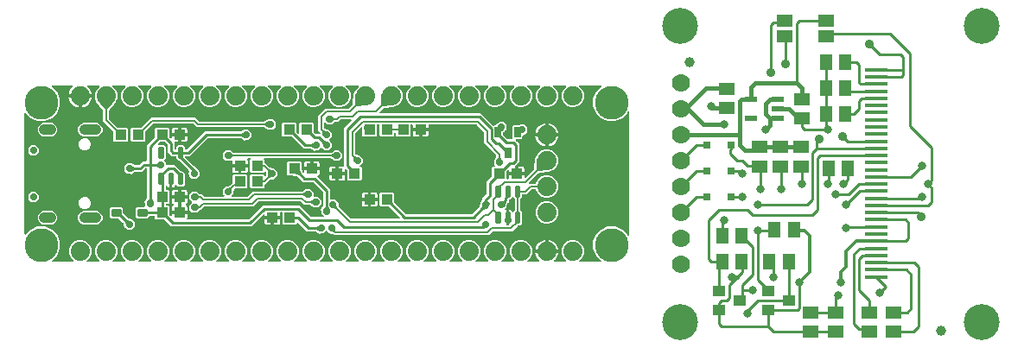
<source format=gbr>
G04 EAGLE Gerber RS-274X export*
G75*
%MOMM*%
%FSLAX34Y34*%
%LPD*%
%INBottom Copper*%
%IPPOS*%
%AMOC8*
5,1,8,0,0,1.08239X$1,22.5*%
G01*
%ADD10C,1.000000*%
%ADD11R,1.100000X1.000000*%
%ADD12R,0.635000X1.016000*%
%ADD13C,1.879600*%
%ADD14C,0.240000*%
%ADD15C,0.363000*%
%ADD16R,2.200000X0.350000*%
%ADD17R,1.600200X1.168400*%
%ADD18R,1.300000X1.500000*%
%ADD19R,1.200000X0.550000*%
%ADD20R,1.500000X1.300000*%
%ADD21R,0.800000X0.800000*%
%ADD22R,1.270000X1.000000*%
%ADD23C,1.778000*%
%ADD24C,1.000000*%
%ADD25C,3.516000*%
%ADD26C,0.254000*%
%ADD27C,0.706400*%
%ADD28C,0.152400*%
%ADD29C,0.406400*%
%ADD30C,0.806400*%
%ADD31C,0.906400*%
%ADD32C,0.304800*%
%ADD33C,0.203200*%
%ADD34C,3.302000*%

G36*
X-248355Y-86348D02*
X-248355Y-86348D01*
X-248283Y-86346D01*
X-248234Y-86328D01*
X-248183Y-86320D01*
X-248120Y-86286D01*
X-248052Y-86261D01*
X-248012Y-86229D01*
X-247965Y-86204D01*
X-247916Y-86152D01*
X-247860Y-86108D01*
X-247832Y-86064D01*
X-247796Y-86026D01*
X-247766Y-85961D01*
X-247727Y-85901D01*
X-247714Y-85850D01*
X-247692Y-85803D01*
X-247685Y-85732D01*
X-247667Y-85662D01*
X-247671Y-85610D01*
X-247665Y-85559D01*
X-247681Y-85488D01*
X-247686Y-85417D01*
X-247707Y-85369D01*
X-247718Y-85318D01*
X-247754Y-85257D01*
X-247783Y-85191D01*
X-247827Y-85135D01*
X-247844Y-85107D01*
X-247862Y-85092D01*
X-247887Y-85060D01*
X-250560Y-82387D01*
X-252223Y-78373D01*
X-252223Y-74027D01*
X-250560Y-70013D01*
X-247487Y-66940D01*
X-243473Y-65277D01*
X-239127Y-65277D01*
X-235113Y-66940D01*
X-232040Y-70013D01*
X-230377Y-74027D01*
X-230377Y-78373D01*
X-232040Y-82387D01*
X-234713Y-85060D01*
X-234755Y-85118D01*
X-234804Y-85170D01*
X-234826Y-85217D01*
X-234856Y-85259D01*
X-234877Y-85328D01*
X-234908Y-85393D01*
X-234913Y-85445D01*
X-234929Y-85495D01*
X-234927Y-85566D01*
X-234935Y-85637D01*
X-234924Y-85688D01*
X-234922Y-85740D01*
X-234898Y-85808D01*
X-234882Y-85878D01*
X-234856Y-85923D01*
X-234838Y-85971D01*
X-234793Y-86027D01*
X-234756Y-86089D01*
X-234717Y-86123D01*
X-234684Y-86163D01*
X-234624Y-86202D01*
X-234569Y-86249D01*
X-234521Y-86268D01*
X-234477Y-86296D01*
X-234408Y-86314D01*
X-234341Y-86341D01*
X-234270Y-86349D01*
X-234239Y-86357D01*
X-234215Y-86355D01*
X-234174Y-86359D01*
X-223026Y-86359D01*
X-222955Y-86348D01*
X-222883Y-86346D01*
X-222834Y-86328D01*
X-222783Y-86320D01*
X-222720Y-86286D01*
X-222652Y-86261D01*
X-222612Y-86229D01*
X-222565Y-86204D01*
X-222516Y-86152D01*
X-222460Y-86108D01*
X-222432Y-86064D01*
X-222396Y-86026D01*
X-222366Y-85961D01*
X-222327Y-85901D01*
X-222314Y-85850D01*
X-222292Y-85803D01*
X-222285Y-85732D01*
X-222267Y-85662D01*
X-222271Y-85610D01*
X-222265Y-85559D01*
X-222281Y-85488D01*
X-222286Y-85417D01*
X-222307Y-85369D01*
X-222318Y-85318D01*
X-222354Y-85257D01*
X-222383Y-85191D01*
X-222427Y-85135D01*
X-222444Y-85107D01*
X-222462Y-85092D01*
X-222487Y-85060D01*
X-225160Y-82387D01*
X-226823Y-78373D01*
X-226823Y-74027D01*
X-225160Y-70013D01*
X-222087Y-66940D01*
X-218073Y-65277D01*
X-213727Y-65277D01*
X-209713Y-66940D01*
X-206640Y-70013D01*
X-204977Y-74027D01*
X-204977Y-78373D01*
X-206640Y-82387D01*
X-209313Y-85060D01*
X-209355Y-85118D01*
X-209404Y-85170D01*
X-209426Y-85217D01*
X-209456Y-85259D01*
X-209477Y-85328D01*
X-209508Y-85393D01*
X-209513Y-85445D01*
X-209529Y-85495D01*
X-209527Y-85566D01*
X-209535Y-85637D01*
X-209524Y-85688D01*
X-209522Y-85740D01*
X-209498Y-85808D01*
X-209482Y-85878D01*
X-209456Y-85923D01*
X-209438Y-85971D01*
X-209393Y-86027D01*
X-209356Y-86089D01*
X-209317Y-86123D01*
X-209284Y-86163D01*
X-209224Y-86202D01*
X-209169Y-86249D01*
X-209121Y-86268D01*
X-209077Y-86296D01*
X-209008Y-86314D01*
X-208941Y-86341D01*
X-208870Y-86349D01*
X-208839Y-86357D01*
X-208815Y-86355D01*
X-208774Y-86359D01*
X-197626Y-86359D01*
X-197555Y-86348D01*
X-197483Y-86346D01*
X-197434Y-86328D01*
X-197383Y-86320D01*
X-197320Y-86286D01*
X-197252Y-86261D01*
X-197212Y-86229D01*
X-197165Y-86204D01*
X-197116Y-86152D01*
X-197060Y-86108D01*
X-197032Y-86064D01*
X-196996Y-86026D01*
X-196966Y-85961D01*
X-196927Y-85901D01*
X-196914Y-85850D01*
X-196892Y-85803D01*
X-196885Y-85732D01*
X-196867Y-85662D01*
X-196871Y-85610D01*
X-196865Y-85559D01*
X-196881Y-85488D01*
X-196886Y-85417D01*
X-196907Y-85369D01*
X-196918Y-85318D01*
X-196954Y-85257D01*
X-196983Y-85191D01*
X-197027Y-85135D01*
X-197044Y-85107D01*
X-197062Y-85092D01*
X-197087Y-85060D01*
X-199760Y-82387D01*
X-201423Y-78373D01*
X-201423Y-74027D01*
X-199760Y-70013D01*
X-196687Y-66940D01*
X-192673Y-65277D01*
X-188327Y-65277D01*
X-184313Y-66940D01*
X-181240Y-70013D01*
X-179577Y-74027D01*
X-179577Y-78373D01*
X-181240Y-82387D01*
X-183913Y-85060D01*
X-183955Y-85118D01*
X-184004Y-85170D01*
X-184026Y-85217D01*
X-184056Y-85259D01*
X-184077Y-85328D01*
X-184108Y-85393D01*
X-184113Y-85445D01*
X-184129Y-85495D01*
X-184127Y-85566D01*
X-184135Y-85637D01*
X-184124Y-85688D01*
X-184122Y-85740D01*
X-184098Y-85808D01*
X-184082Y-85878D01*
X-184056Y-85923D01*
X-184038Y-85971D01*
X-183993Y-86027D01*
X-183956Y-86089D01*
X-183917Y-86123D01*
X-183884Y-86163D01*
X-183824Y-86202D01*
X-183769Y-86249D01*
X-183721Y-86268D01*
X-183677Y-86296D01*
X-183608Y-86314D01*
X-183541Y-86341D01*
X-183470Y-86349D01*
X-183439Y-86357D01*
X-183415Y-86355D01*
X-183374Y-86359D01*
X-172226Y-86359D01*
X-172155Y-86348D01*
X-172083Y-86346D01*
X-172034Y-86328D01*
X-171983Y-86320D01*
X-171920Y-86286D01*
X-171852Y-86261D01*
X-171812Y-86229D01*
X-171765Y-86204D01*
X-171716Y-86152D01*
X-171660Y-86108D01*
X-171632Y-86064D01*
X-171596Y-86026D01*
X-171566Y-85961D01*
X-171527Y-85901D01*
X-171514Y-85850D01*
X-171492Y-85803D01*
X-171485Y-85732D01*
X-171467Y-85662D01*
X-171471Y-85610D01*
X-171465Y-85559D01*
X-171481Y-85488D01*
X-171486Y-85417D01*
X-171507Y-85369D01*
X-171518Y-85318D01*
X-171554Y-85257D01*
X-171583Y-85191D01*
X-171627Y-85135D01*
X-171644Y-85107D01*
X-171662Y-85092D01*
X-171687Y-85060D01*
X-174360Y-82387D01*
X-176023Y-78373D01*
X-176023Y-74027D01*
X-174360Y-70013D01*
X-171287Y-66940D01*
X-167273Y-65277D01*
X-162927Y-65277D01*
X-158913Y-66940D01*
X-155840Y-70013D01*
X-154177Y-74027D01*
X-154177Y-78373D01*
X-155840Y-82387D01*
X-158513Y-85060D01*
X-158555Y-85118D01*
X-158604Y-85170D01*
X-158626Y-85217D01*
X-158656Y-85259D01*
X-158677Y-85328D01*
X-158708Y-85393D01*
X-158713Y-85445D01*
X-158729Y-85495D01*
X-158727Y-85566D01*
X-158735Y-85637D01*
X-158724Y-85688D01*
X-158722Y-85740D01*
X-158698Y-85808D01*
X-158682Y-85878D01*
X-158656Y-85923D01*
X-158638Y-85971D01*
X-158593Y-86027D01*
X-158556Y-86089D01*
X-158517Y-86123D01*
X-158484Y-86163D01*
X-158424Y-86202D01*
X-158369Y-86249D01*
X-158321Y-86268D01*
X-158277Y-86296D01*
X-158208Y-86314D01*
X-158141Y-86341D01*
X-158070Y-86349D01*
X-158039Y-86357D01*
X-158015Y-86355D01*
X-157974Y-86359D01*
X-146826Y-86359D01*
X-146755Y-86348D01*
X-146683Y-86346D01*
X-146634Y-86328D01*
X-146583Y-86320D01*
X-146520Y-86286D01*
X-146452Y-86261D01*
X-146412Y-86229D01*
X-146365Y-86204D01*
X-146316Y-86152D01*
X-146260Y-86108D01*
X-146232Y-86064D01*
X-146196Y-86026D01*
X-146166Y-85961D01*
X-146127Y-85901D01*
X-146114Y-85850D01*
X-146092Y-85803D01*
X-146085Y-85732D01*
X-146067Y-85662D01*
X-146071Y-85610D01*
X-146065Y-85559D01*
X-146081Y-85488D01*
X-146086Y-85417D01*
X-146107Y-85369D01*
X-146118Y-85318D01*
X-146154Y-85257D01*
X-146183Y-85191D01*
X-146227Y-85135D01*
X-146244Y-85107D01*
X-146262Y-85092D01*
X-146287Y-85060D01*
X-148960Y-82387D01*
X-150623Y-78373D01*
X-150623Y-74027D01*
X-148960Y-70013D01*
X-145887Y-66940D01*
X-141873Y-65277D01*
X-137527Y-65277D01*
X-133513Y-66940D01*
X-130440Y-70013D01*
X-128777Y-74027D01*
X-128777Y-78373D01*
X-130440Y-82387D01*
X-133113Y-85060D01*
X-133155Y-85118D01*
X-133204Y-85170D01*
X-133226Y-85217D01*
X-133256Y-85259D01*
X-133277Y-85328D01*
X-133308Y-85393D01*
X-133313Y-85445D01*
X-133329Y-85495D01*
X-133327Y-85566D01*
X-133335Y-85637D01*
X-133324Y-85688D01*
X-133322Y-85740D01*
X-133298Y-85808D01*
X-133282Y-85878D01*
X-133256Y-85923D01*
X-133238Y-85971D01*
X-133193Y-86027D01*
X-133156Y-86089D01*
X-133117Y-86123D01*
X-133084Y-86163D01*
X-133024Y-86202D01*
X-132969Y-86249D01*
X-132921Y-86268D01*
X-132877Y-86296D01*
X-132808Y-86314D01*
X-132741Y-86341D01*
X-132670Y-86349D01*
X-132639Y-86357D01*
X-132615Y-86355D01*
X-132574Y-86359D01*
X-121426Y-86359D01*
X-121355Y-86348D01*
X-121283Y-86346D01*
X-121234Y-86328D01*
X-121183Y-86320D01*
X-121120Y-86286D01*
X-121052Y-86261D01*
X-121012Y-86229D01*
X-120965Y-86204D01*
X-120916Y-86152D01*
X-120860Y-86108D01*
X-120832Y-86064D01*
X-120796Y-86026D01*
X-120766Y-85961D01*
X-120727Y-85901D01*
X-120714Y-85850D01*
X-120692Y-85803D01*
X-120685Y-85732D01*
X-120667Y-85662D01*
X-120671Y-85610D01*
X-120665Y-85559D01*
X-120681Y-85488D01*
X-120686Y-85417D01*
X-120707Y-85369D01*
X-120718Y-85318D01*
X-120754Y-85257D01*
X-120783Y-85191D01*
X-120827Y-85135D01*
X-120844Y-85107D01*
X-120862Y-85092D01*
X-120887Y-85060D01*
X-123560Y-82387D01*
X-125223Y-78373D01*
X-125223Y-74027D01*
X-123560Y-70013D01*
X-120487Y-66940D01*
X-116473Y-65277D01*
X-112127Y-65277D01*
X-108113Y-66940D01*
X-105040Y-70013D01*
X-103377Y-74027D01*
X-103377Y-78373D01*
X-105040Y-82387D01*
X-107713Y-85060D01*
X-107755Y-85118D01*
X-107804Y-85170D01*
X-107826Y-85217D01*
X-107856Y-85259D01*
X-107877Y-85328D01*
X-107908Y-85393D01*
X-107913Y-85445D01*
X-107929Y-85495D01*
X-107927Y-85566D01*
X-107935Y-85637D01*
X-107924Y-85688D01*
X-107922Y-85740D01*
X-107898Y-85808D01*
X-107882Y-85878D01*
X-107856Y-85923D01*
X-107838Y-85971D01*
X-107793Y-86027D01*
X-107756Y-86089D01*
X-107717Y-86123D01*
X-107684Y-86163D01*
X-107624Y-86202D01*
X-107569Y-86249D01*
X-107521Y-86268D01*
X-107477Y-86296D01*
X-107408Y-86314D01*
X-107341Y-86341D01*
X-107270Y-86349D01*
X-107239Y-86357D01*
X-107215Y-86355D01*
X-107174Y-86359D01*
X-96026Y-86359D01*
X-95955Y-86348D01*
X-95883Y-86346D01*
X-95834Y-86328D01*
X-95783Y-86320D01*
X-95720Y-86286D01*
X-95652Y-86261D01*
X-95612Y-86229D01*
X-95565Y-86204D01*
X-95516Y-86152D01*
X-95460Y-86108D01*
X-95432Y-86064D01*
X-95396Y-86026D01*
X-95366Y-85961D01*
X-95327Y-85901D01*
X-95314Y-85850D01*
X-95292Y-85803D01*
X-95285Y-85732D01*
X-95267Y-85662D01*
X-95271Y-85610D01*
X-95265Y-85559D01*
X-95281Y-85488D01*
X-95286Y-85417D01*
X-95307Y-85369D01*
X-95318Y-85318D01*
X-95354Y-85257D01*
X-95383Y-85191D01*
X-95427Y-85135D01*
X-95444Y-85107D01*
X-95462Y-85092D01*
X-95487Y-85060D01*
X-98160Y-82387D01*
X-99823Y-78373D01*
X-99823Y-74027D01*
X-98160Y-70013D01*
X-95087Y-66940D01*
X-91073Y-65277D01*
X-86727Y-65277D01*
X-82713Y-66940D01*
X-79640Y-70013D01*
X-77977Y-74027D01*
X-77977Y-78373D01*
X-79640Y-82387D01*
X-82313Y-85060D01*
X-82355Y-85118D01*
X-82404Y-85170D01*
X-82426Y-85217D01*
X-82456Y-85259D01*
X-82477Y-85328D01*
X-82508Y-85393D01*
X-82513Y-85445D01*
X-82529Y-85495D01*
X-82527Y-85566D01*
X-82535Y-85637D01*
X-82524Y-85688D01*
X-82522Y-85740D01*
X-82498Y-85808D01*
X-82482Y-85878D01*
X-82456Y-85923D01*
X-82438Y-85971D01*
X-82393Y-86027D01*
X-82356Y-86089D01*
X-82317Y-86123D01*
X-82284Y-86163D01*
X-82224Y-86202D01*
X-82169Y-86249D01*
X-82121Y-86268D01*
X-82077Y-86296D01*
X-82008Y-86314D01*
X-81941Y-86341D01*
X-81870Y-86349D01*
X-81839Y-86357D01*
X-81815Y-86355D01*
X-81774Y-86359D01*
X-70626Y-86359D01*
X-70555Y-86348D01*
X-70483Y-86346D01*
X-70434Y-86328D01*
X-70383Y-86320D01*
X-70320Y-86286D01*
X-70252Y-86261D01*
X-70212Y-86229D01*
X-70165Y-86204D01*
X-70116Y-86152D01*
X-70060Y-86108D01*
X-70032Y-86064D01*
X-69996Y-86026D01*
X-69966Y-85961D01*
X-69927Y-85901D01*
X-69914Y-85850D01*
X-69892Y-85803D01*
X-69885Y-85732D01*
X-69867Y-85662D01*
X-69871Y-85610D01*
X-69865Y-85559D01*
X-69881Y-85488D01*
X-69886Y-85417D01*
X-69907Y-85369D01*
X-69918Y-85318D01*
X-69954Y-85257D01*
X-69983Y-85191D01*
X-70027Y-85135D01*
X-70044Y-85107D01*
X-70062Y-85092D01*
X-70087Y-85060D01*
X-72760Y-82387D01*
X-74423Y-78373D01*
X-74423Y-74027D01*
X-72760Y-70013D01*
X-69687Y-66940D01*
X-65673Y-65277D01*
X-61327Y-65277D01*
X-57313Y-66940D01*
X-54240Y-70013D01*
X-52577Y-74027D01*
X-52577Y-78373D01*
X-54240Y-82387D01*
X-56913Y-85060D01*
X-56955Y-85118D01*
X-57004Y-85170D01*
X-57026Y-85217D01*
X-57056Y-85259D01*
X-57077Y-85328D01*
X-57108Y-85393D01*
X-57113Y-85445D01*
X-57129Y-85495D01*
X-57127Y-85566D01*
X-57135Y-85637D01*
X-57124Y-85688D01*
X-57122Y-85740D01*
X-57098Y-85808D01*
X-57082Y-85878D01*
X-57056Y-85923D01*
X-57038Y-85971D01*
X-56993Y-86027D01*
X-56956Y-86089D01*
X-56917Y-86123D01*
X-56884Y-86163D01*
X-56824Y-86202D01*
X-56769Y-86249D01*
X-56721Y-86268D01*
X-56677Y-86296D01*
X-56608Y-86314D01*
X-56541Y-86341D01*
X-56470Y-86349D01*
X-56439Y-86357D01*
X-56415Y-86355D01*
X-56374Y-86359D01*
X-45226Y-86359D01*
X-45155Y-86348D01*
X-45083Y-86346D01*
X-45034Y-86328D01*
X-44983Y-86320D01*
X-44920Y-86286D01*
X-44852Y-86261D01*
X-44812Y-86229D01*
X-44765Y-86204D01*
X-44716Y-86152D01*
X-44660Y-86108D01*
X-44632Y-86064D01*
X-44596Y-86026D01*
X-44566Y-85961D01*
X-44527Y-85901D01*
X-44514Y-85850D01*
X-44492Y-85803D01*
X-44485Y-85732D01*
X-44467Y-85662D01*
X-44471Y-85610D01*
X-44465Y-85559D01*
X-44481Y-85488D01*
X-44486Y-85417D01*
X-44507Y-85369D01*
X-44518Y-85318D01*
X-44554Y-85257D01*
X-44583Y-85191D01*
X-44627Y-85135D01*
X-44644Y-85107D01*
X-44662Y-85092D01*
X-44687Y-85060D01*
X-47360Y-82387D01*
X-49023Y-78373D01*
X-49023Y-74027D01*
X-47360Y-70013D01*
X-44287Y-66940D01*
X-40273Y-65277D01*
X-35927Y-65277D01*
X-31913Y-66940D01*
X-28840Y-70013D01*
X-27177Y-74027D01*
X-27177Y-78373D01*
X-28840Y-82387D01*
X-31513Y-85060D01*
X-31555Y-85118D01*
X-31604Y-85170D01*
X-31626Y-85217D01*
X-31656Y-85259D01*
X-31677Y-85328D01*
X-31708Y-85393D01*
X-31713Y-85445D01*
X-31729Y-85495D01*
X-31727Y-85566D01*
X-31735Y-85637D01*
X-31724Y-85688D01*
X-31722Y-85740D01*
X-31698Y-85808D01*
X-31682Y-85878D01*
X-31656Y-85923D01*
X-31638Y-85971D01*
X-31593Y-86027D01*
X-31556Y-86089D01*
X-31517Y-86123D01*
X-31484Y-86163D01*
X-31424Y-86202D01*
X-31369Y-86249D01*
X-31321Y-86268D01*
X-31277Y-86296D01*
X-31208Y-86314D01*
X-31141Y-86341D01*
X-31070Y-86349D01*
X-31039Y-86357D01*
X-31015Y-86355D01*
X-30974Y-86359D01*
X-19826Y-86359D01*
X-19755Y-86348D01*
X-19683Y-86346D01*
X-19634Y-86328D01*
X-19583Y-86320D01*
X-19520Y-86286D01*
X-19452Y-86261D01*
X-19412Y-86229D01*
X-19365Y-86204D01*
X-19316Y-86152D01*
X-19260Y-86108D01*
X-19232Y-86064D01*
X-19196Y-86026D01*
X-19166Y-85961D01*
X-19127Y-85901D01*
X-19114Y-85850D01*
X-19092Y-85803D01*
X-19085Y-85732D01*
X-19067Y-85662D01*
X-19071Y-85610D01*
X-19065Y-85559D01*
X-19081Y-85488D01*
X-19086Y-85417D01*
X-19107Y-85369D01*
X-19118Y-85318D01*
X-19154Y-85257D01*
X-19183Y-85191D01*
X-19227Y-85135D01*
X-19244Y-85107D01*
X-19262Y-85092D01*
X-19287Y-85060D01*
X-21960Y-82387D01*
X-23623Y-78373D01*
X-23623Y-74027D01*
X-21960Y-70013D01*
X-18887Y-66940D01*
X-14873Y-65277D01*
X-10527Y-65277D01*
X-6513Y-66940D01*
X-3440Y-70013D01*
X-1777Y-74027D01*
X-1777Y-78373D01*
X-3440Y-82387D01*
X-6113Y-85060D01*
X-6155Y-85118D01*
X-6204Y-85170D01*
X-6226Y-85217D01*
X-6256Y-85259D01*
X-6277Y-85328D01*
X-6308Y-85393D01*
X-6313Y-85445D01*
X-6329Y-85495D01*
X-6327Y-85566D01*
X-6335Y-85637D01*
X-6324Y-85688D01*
X-6322Y-85740D01*
X-6298Y-85808D01*
X-6282Y-85878D01*
X-6256Y-85923D01*
X-6238Y-85971D01*
X-6193Y-86027D01*
X-6156Y-86089D01*
X-6117Y-86123D01*
X-6084Y-86163D01*
X-6024Y-86202D01*
X-5969Y-86249D01*
X-5921Y-86268D01*
X-5877Y-86296D01*
X-5808Y-86314D01*
X-5741Y-86341D01*
X-5670Y-86349D01*
X-5639Y-86357D01*
X-5615Y-86355D01*
X-5574Y-86359D01*
X5574Y-86359D01*
X5645Y-86348D01*
X5717Y-86346D01*
X5766Y-86328D01*
X5817Y-86320D01*
X5880Y-86286D01*
X5948Y-86261D01*
X5988Y-86229D01*
X6035Y-86204D01*
X6084Y-86152D01*
X6140Y-86108D01*
X6168Y-86064D01*
X6204Y-86026D01*
X6234Y-85961D01*
X6273Y-85901D01*
X6286Y-85850D01*
X6308Y-85803D01*
X6315Y-85732D01*
X6333Y-85662D01*
X6329Y-85610D01*
X6335Y-85559D01*
X6319Y-85488D01*
X6314Y-85417D01*
X6293Y-85369D01*
X6282Y-85318D01*
X6246Y-85257D01*
X6217Y-85191D01*
X6173Y-85135D01*
X6156Y-85107D01*
X6138Y-85092D01*
X6113Y-85060D01*
X3440Y-82387D01*
X1777Y-78373D01*
X1777Y-74027D01*
X3440Y-70013D01*
X6513Y-66940D01*
X10527Y-65277D01*
X14873Y-65277D01*
X18887Y-66940D01*
X21960Y-70013D01*
X23623Y-74027D01*
X23623Y-78373D01*
X21960Y-82387D01*
X19287Y-85060D01*
X19245Y-85118D01*
X19196Y-85170D01*
X19174Y-85217D01*
X19144Y-85259D01*
X19123Y-85328D01*
X19092Y-85393D01*
X19087Y-85445D01*
X19071Y-85495D01*
X19073Y-85566D01*
X19065Y-85637D01*
X19076Y-85688D01*
X19078Y-85740D01*
X19102Y-85808D01*
X19118Y-85878D01*
X19144Y-85923D01*
X19162Y-85971D01*
X19207Y-86027D01*
X19244Y-86089D01*
X19283Y-86123D01*
X19316Y-86163D01*
X19376Y-86202D01*
X19431Y-86249D01*
X19479Y-86268D01*
X19523Y-86296D01*
X19592Y-86314D01*
X19659Y-86341D01*
X19730Y-86349D01*
X19761Y-86357D01*
X19785Y-86355D01*
X19826Y-86359D01*
X30974Y-86359D01*
X31045Y-86348D01*
X31117Y-86346D01*
X31166Y-86328D01*
X31217Y-86320D01*
X31280Y-86286D01*
X31348Y-86261D01*
X31388Y-86229D01*
X31435Y-86204D01*
X31484Y-86152D01*
X31540Y-86108D01*
X31568Y-86064D01*
X31604Y-86026D01*
X31634Y-85961D01*
X31673Y-85901D01*
X31686Y-85850D01*
X31708Y-85803D01*
X31715Y-85732D01*
X31733Y-85662D01*
X31729Y-85610D01*
X31735Y-85559D01*
X31719Y-85488D01*
X31714Y-85417D01*
X31693Y-85369D01*
X31682Y-85318D01*
X31646Y-85257D01*
X31617Y-85191D01*
X31573Y-85135D01*
X31556Y-85107D01*
X31538Y-85092D01*
X31513Y-85060D01*
X28840Y-82387D01*
X27177Y-78373D01*
X27177Y-74027D01*
X28840Y-70013D01*
X31913Y-66940D01*
X35927Y-65277D01*
X40273Y-65277D01*
X44287Y-66940D01*
X47360Y-70013D01*
X49023Y-74027D01*
X49023Y-78373D01*
X47360Y-82387D01*
X44687Y-85060D01*
X44645Y-85118D01*
X44596Y-85170D01*
X44574Y-85217D01*
X44544Y-85259D01*
X44523Y-85328D01*
X44492Y-85393D01*
X44487Y-85445D01*
X44471Y-85495D01*
X44473Y-85566D01*
X44465Y-85637D01*
X44476Y-85688D01*
X44478Y-85740D01*
X44502Y-85808D01*
X44518Y-85878D01*
X44544Y-85923D01*
X44562Y-85971D01*
X44607Y-86027D01*
X44644Y-86089D01*
X44683Y-86123D01*
X44716Y-86163D01*
X44776Y-86202D01*
X44831Y-86249D01*
X44879Y-86268D01*
X44923Y-86296D01*
X44992Y-86314D01*
X45059Y-86341D01*
X45130Y-86349D01*
X45161Y-86357D01*
X45185Y-86355D01*
X45226Y-86359D01*
X56374Y-86359D01*
X56445Y-86348D01*
X56517Y-86346D01*
X56566Y-86328D01*
X56617Y-86320D01*
X56680Y-86286D01*
X56748Y-86261D01*
X56788Y-86229D01*
X56835Y-86204D01*
X56884Y-86152D01*
X56940Y-86108D01*
X56968Y-86064D01*
X57004Y-86026D01*
X57034Y-85961D01*
X57073Y-85901D01*
X57086Y-85850D01*
X57108Y-85803D01*
X57115Y-85732D01*
X57133Y-85662D01*
X57129Y-85610D01*
X57135Y-85559D01*
X57119Y-85488D01*
X57114Y-85417D01*
X57093Y-85369D01*
X57082Y-85318D01*
X57046Y-85257D01*
X57017Y-85191D01*
X56973Y-85135D01*
X56956Y-85107D01*
X56938Y-85092D01*
X56913Y-85060D01*
X54240Y-82387D01*
X52577Y-78373D01*
X52577Y-74027D01*
X54240Y-70013D01*
X57313Y-66940D01*
X61327Y-65277D01*
X65673Y-65277D01*
X69687Y-66940D01*
X72760Y-70013D01*
X74423Y-74027D01*
X74423Y-78373D01*
X72760Y-82387D01*
X70087Y-85060D01*
X70045Y-85118D01*
X69996Y-85170D01*
X69974Y-85217D01*
X69944Y-85259D01*
X69923Y-85328D01*
X69892Y-85393D01*
X69887Y-85445D01*
X69871Y-85495D01*
X69873Y-85566D01*
X69865Y-85637D01*
X69876Y-85688D01*
X69878Y-85740D01*
X69902Y-85808D01*
X69918Y-85878D01*
X69944Y-85923D01*
X69962Y-85971D01*
X70007Y-86027D01*
X70044Y-86089D01*
X70083Y-86123D01*
X70116Y-86163D01*
X70176Y-86202D01*
X70231Y-86249D01*
X70279Y-86268D01*
X70323Y-86296D01*
X70392Y-86314D01*
X70459Y-86341D01*
X70530Y-86349D01*
X70561Y-86357D01*
X70585Y-86355D01*
X70626Y-86359D01*
X81774Y-86359D01*
X81845Y-86348D01*
X81917Y-86346D01*
X81966Y-86328D01*
X82017Y-86320D01*
X82080Y-86286D01*
X82148Y-86261D01*
X82188Y-86229D01*
X82235Y-86204D01*
X82284Y-86152D01*
X82340Y-86108D01*
X82368Y-86064D01*
X82404Y-86026D01*
X82434Y-85961D01*
X82473Y-85901D01*
X82486Y-85850D01*
X82508Y-85803D01*
X82515Y-85732D01*
X82533Y-85662D01*
X82529Y-85610D01*
X82535Y-85559D01*
X82519Y-85488D01*
X82514Y-85417D01*
X82493Y-85369D01*
X82482Y-85318D01*
X82446Y-85257D01*
X82417Y-85191D01*
X82373Y-85135D01*
X82356Y-85107D01*
X82338Y-85092D01*
X82313Y-85060D01*
X79640Y-82387D01*
X77977Y-78373D01*
X77977Y-74027D01*
X79640Y-70013D01*
X82713Y-66940D01*
X86727Y-65277D01*
X91073Y-65277D01*
X95087Y-66940D01*
X98160Y-70013D01*
X99823Y-74027D01*
X99823Y-78373D01*
X98160Y-82387D01*
X95487Y-85060D01*
X95445Y-85118D01*
X95396Y-85170D01*
X95374Y-85217D01*
X95344Y-85259D01*
X95323Y-85328D01*
X95292Y-85393D01*
X95287Y-85445D01*
X95271Y-85495D01*
X95273Y-85566D01*
X95265Y-85637D01*
X95276Y-85688D01*
X95278Y-85740D01*
X95302Y-85808D01*
X95318Y-85878D01*
X95344Y-85923D01*
X95362Y-85971D01*
X95407Y-86027D01*
X95444Y-86089D01*
X95483Y-86123D01*
X95516Y-86163D01*
X95576Y-86202D01*
X95631Y-86249D01*
X95679Y-86268D01*
X95723Y-86296D01*
X95792Y-86314D01*
X95859Y-86341D01*
X95930Y-86349D01*
X95961Y-86357D01*
X95985Y-86355D01*
X96026Y-86359D01*
X107174Y-86359D01*
X107245Y-86348D01*
X107317Y-86346D01*
X107366Y-86328D01*
X107417Y-86320D01*
X107480Y-86286D01*
X107548Y-86261D01*
X107588Y-86229D01*
X107635Y-86204D01*
X107684Y-86152D01*
X107740Y-86108D01*
X107768Y-86064D01*
X107804Y-86026D01*
X107834Y-85961D01*
X107873Y-85901D01*
X107886Y-85850D01*
X107908Y-85803D01*
X107915Y-85732D01*
X107933Y-85662D01*
X107929Y-85610D01*
X107935Y-85559D01*
X107919Y-85488D01*
X107914Y-85417D01*
X107893Y-85369D01*
X107882Y-85318D01*
X107846Y-85257D01*
X107817Y-85191D01*
X107773Y-85135D01*
X107756Y-85107D01*
X107738Y-85092D01*
X107713Y-85060D01*
X105040Y-82387D01*
X103377Y-78373D01*
X103377Y-74027D01*
X105040Y-70013D01*
X108113Y-66940D01*
X112127Y-65277D01*
X116473Y-65277D01*
X120487Y-66940D01*
X123560Y-70013D01*
X125223Y-74027D01*
X125223Y-78373D01*
X123560Y-82387D01*
X120887Y-85060D01*
X120845Y-85118D01*
X120796Y-85170D01*
X120774Y-85217D01*
X120744Y-85259D01*
X120723Y-85328D01*
X120692Y-85393D01*
X120687Y-85445D01*
X120671Y-85495D01*
X120673Y-85566D01*
X120665Y-85637D01*
X120676Y-85688D01*
X120678Y-85740D01*
X120702Y-85808D01*
X120718Y-85878D01*
X120744Y-85923D01*
X120762Y-85971D01*
X120807Y-86027D01*
X120844Y-86089D01*
X120883Y-86123D01*
X120916Y-86163D01*
X120976Y-86202D01*
X121031Y-86249D01*
X121079Y-86268D01*
X121123Y-86296D01*
X121192Y-86314D01*
X121259Y-86341D01*
X121330Y-86349D01*
X121361Y-86357D01*
X121385Y-86355D01*
X121426Y-86359D01*
X132574Y-86359D01*
X132645Y-86348D01*
X132717Y-86346D01*
X132766Y-86328D01*
X132817Y-86320D01*
X132880Y-86286D01*
X132948Y-86261D01*
X132988Y-86229D01*
X133035Y-86204D01*
X133084Y-86152D01*
X133140Y-86108D01*
X133168Y-86064D01*
X133204Y-86026D01*
X133234Y-85961D01*
X133273Y-85901D01*
X133286Y-85850D01*
X133308Y-85803D01*
X133315Y-85732D01*
X133333Y-85662D01*
X133329Y-85610D01*
X133335Y-85559D01*
X133319Y-85488D01*
X133314Y-85417D01*
X133293Y-85369D01*
X133282Y-85318D01*
X133246Y-85257D01*
X133217Y-85191D01*
X133173Y-85135D01*
X133156Y-85107D01*
X133138Y-85092D01*
X133113Y-85060D01*
X130440Y-82387D01*
X128777Y-78373D01*
X128777Y-74027D01*
X130440Y-70013D01*
X133513Y-66940D01*
X137527Y-65277D01*
X141873Y-65277D01*
X145887Y-66940D01*
X148960Y-70013D01*
X150623Y-74027D01*
X150623Y-78373D01*
X148960Y-82387D01*
X146287Y-85060D01*
X146245Y-85118D01*
X146196Y-85170D01*
X146174Y-85217D01*
X146144Y-85259D01*
X146123Y-85328D01*
X146092Y-85393D01*
X146087Y-85445D01*
X146071Y-85495D01*
X146073Y-85566D01*
X146065Y-85637D01*
X146076Y-85688D01*
X146078Y-85740D01*
X146102Y-85808D01*
X146118Y-85878D01*
X146144Y-85923D01*
X146162Y-85971D01*
X146207Y-86027D01*
X146244Y-86089D01*
X146283Y-86123D01*
X146316Y-86163D01*
X146376Y-86202D01*
X146431Y-86249D01*
X146479Y-86268D01*
X146523Y-86296D01*
X146592Y-86314D01*
X146659Y-86341D01*
X146730Y-86349D01*
X146761Y-86357D01*
X146785Y-86355D01*
X146826Y-86359D01*
X157974Y-86359D01*
X158045Y-86348D01*
X158117Y-86346D01*
X158166Y-86328D01*
X158217Y-86320D01*
X158280Y-86286D01*
X158348Y-86261D01*
X158388Y-86229D01*
X158435Y-86204D01*
X158484Y-86152D01*
X158540Y-86108D01*
X158568Y-86064D01*
X158604Y-86026D01*
X158634Y-85961D01*
X158673Y-85901D01*
X158686Y-85850D01*
X158708Y-85803D01*
X158715Y-85732D01*
X158733Y-85662D01*
X158729Y-85610D01*
X158735Y-85559D01*
X158719Y-85488D01*
X158714Y-85417D01*
X158693Y-85369D01*
X158682Y-85318D01*
X158646Y-85257D01*
X158617Y-85191D01*
X158573Y-85135D01*
X158556Y-85107D01*
X158538Y-85092D01*
X158513Y-85060D01*
X155840Y-82387D01*
X154177Y-78373D01*
X154177Y-74027D01*
X155840Y-70013D01*
X158913Y-66940D01*
X162927Y-65277D01*
X167273Y-65277D01*
X171287Y-66940D01*
X174360Y-70013D01*
X176023Y-74027D01*
X176023Y-78373D01*
X174360Y-82387D01*
X171687Y-85060D01*
X171645Y-85118D01*
X171596Y-85170D01*
X171574Y-85217D01*
X171544Y-85259D01*
X171523Y-85328D01*
X171492Y-85393D01*
X171487Y-85445D01*
X171471Y-85495D01*
X171473Y-85566D01*
X171465Y-85637D01*
X171476Y-85688D01*
X171478Y-85740D01*
X171502Y-85808D01*
X171518Y-85878D01*
X171544Y-85923D01*
X171562Y-85971D01*
X171607Y-86027D01*
X171644Y-86089D01*
X171683Y-86123D01*
X171716Y-86163D01*
X171776Y-86202D01*
X171831Y-86249D01*
X171879Y-86268D01*
X171923Y-86296D01*
X171992Y-86314D01*
X172059Y-86341D01*
X172130Y-86349D01*
X172161Y-86357D01*
X172185Y-86355D01*
X172226Y-86359D01*
X183374Y-86359D01*
X183445Y-86348D01*
X183517Y-86346D01*
X183566Y-86328D01*
X183617Y-86320D01*
X183680Y-86286D01*
X183748Y-86261D01*
X183788Y-86229D01*
X183835Y-86204D01*
X183884Y-86152D01*
X183940Y-86108D01*
X183968Y-86064D01*
X184004Y-86026D01*
X184034Y-85961D01*
X184073Y-85901D01*
X184086Y-85850D01*
X184108Y-85803D01*
X184115Y-85732D01*
X184133Y-85662D01*
X184129Y-85610D01*
X184135Y-85559D01*
X184119Y-85488D01*
X184114Y-85417D01*
X184093Y-85369D01*
X184082Y-85318D01*
X184046Y-85257D01*
X184017Y-85191D01*
X183973Y-85135D01*
X183956Y-85107D01*
X183938Y-85092D01*
X183913Y-85060D01*
X181240Y-82387D01*
X179577Y-78373D01*
X179577Y-74027D01*
X181240Y-70013D01*
X184313Y-66940D01*
X188327Y-65277D01*
X192673Y-65277D01*
X196687Y-66940D01*
X199760Y-70013D01*
X201423Y-74027D01*
X201423Y-78373D01*
X199760Y-82387D01*
X197087Y-85060D01*
X197045Y-85118D01*
X196996Y-85170D01*
X196974Y-85217D01*
X196944Y-85259D01*
X196923Y-85328D01*
X196892Y-85393D01*
X196887Y-85445D01*
X196871Y-85495D01*
X196873Y-85566D01*
X196865Y-85637D01*
X196876Y-85688D01*
X196878Y-85740D01*
X196902Y-85808D01*
X196918Y-85878D01*
X196944Y-85923D01*
X196962Y-85971D01*
X197007Y-86027D01*
X197044Y-86089D01*
X197083Y-86123D01*
X197116Y-86163D01*
X197176Y-86202D01*
X197231Y-86249D01*
X197279Y-86268D01*
X197323Y-86296D01*
X197392Y-86314D01*
X197459Y-86341D01*
X197530Y-86349D01*
X197561Y-86357D01*
X197585Y-86355D01*
X197626Y-86359D01*
X208093Y-86359D01*
X208101Y-86358D01*
X208109Y-86359D01*
X208223Y-86338D01*
X208336Y-86320D01*
X208343Y-86316D01*
X208351Y-86314D01*
X208452Y-86258D01*
X208553Y-86204D01*
X208559Y-86199D01*
X208566Y-86195D01*
X208644Y-86109D01*
X208723Y-86026D01*
X208726Y-86019D01*
X208731Y-86013D01*
X208778Y-85907D01*
X208826Y-85803D01*
X208827Y-85795D01*
X208830Y-85788D01*
X208841Y-85673D01*
X208853Y-85559D01*
X208852Y-85551D01*
X208852Y-85543D01*
X208826Y-85431D01*
X208801Y-85318D01*
X208797Y-85311D01*
X208795Y-85303D01*
X208734Y-85206D01*
X208675Y-85107D01*
X208669Y-85102D01*
X208664Y-85095D01*
X208540Y-84982D01*
X208453Y-84919D01*
X207181Y-83647D01*
X206124Y-82191D01*
X205307Y-80588D01*
X204751Y-78877D01*
X204568Y-77723D01*
X215138Y-77723D01*
X215158Y-77720D01*
X215177Y-77722D01*
X215279Y-77700D01*
X215381Y-77683D01*
X215398Y-77674D01*
X215418Y-77670D01*
X215507Y-77617D01*
X215598Y-77568D01*
X215612Y-77554D01*
X215629Y-77544D01*
X215696Y-77465D01*
X215767Y-77390D01*
X215776Y-77372D01*
X215789Y-77357D01*
X215827Y-77261D01*
X215871Y-77167D01*
X215873Y-77147D01*
X215881Y-77129D01*
X215899Y-76962D01*
X215899Y-76199D01*
X215901Y-76199D01*
X215901Y-76962D01*
X215904Y-76982D01*
X215902Y-77001D01*
X215924Y-77103D01*
X215941Y-77205D01*
X215950Y-77222D01*
X215954Y-77242D01*
X216007Y-77331D01*
X216056Y-77422D01*
X216070Y-77436D01*
X216080Y-77453D01*
X216159Y-77520D01*
X216234Y-77591D01*
X216252Y-77600D01*
X216267Y-77613D01*
X216363Y-77652D01*
X216457Y-77695D01*
X216477Y-77697D01*
X216495Y-77705D01*
X216662Y-77723D01*
X227232Y-77723D01*
X227049Y-78877D01*
X226493Y-80588D01*
X225676Y-82191D01*
X224619Y-83647D01*
X223347Y-84919D01*
X223260Y-84982D01*
X223254Y-84988D01*
X223247Y-84992D01*
X223168Y-85075D01*
X223087Y-85157D01*
X223083Y-85164D01*
X223077Y-85170D01*
X223029Y-85275D01*
X222978Y-85378D01*
X222977Y-85386D01*
X222974Y-85393D01*
X222961Y-85508D01*
X222946Y-85622D01*
X222948Y-85630D01*
X222947Y-85637D01*
X222971Y-85750D01*
X222993Y-85863D01*
X222997Y-85870D01*
X222999Y-85878D01*
X223058Y-85976D01*
X223115Y-86077D01*
X223121Y-86082D01*
X223125Y-86089D01*
X223213Y-86164D01*
X223299Y-86240D01*
X223306Y-86244D01*
X223312Y-86249D01*
X223420Y-86292D01*
X223525Y-86337D01*
X223533Y-86338D01*
X223540Y-86341D01*
X223707Y-86359D01*
X234174Y-86359D01*
X234245Y-86348D01*
X234317Y-86346D01*
X234366Y-86328D01*
X234417Y-86320D01*
X234480Y-86286D01*
X234548Y-86261D01*
X234588Y-86229D01*
X234635Y-86204D01*
X234684Y-86152D01*
X234740Y-86108D01*
X234768Y-86064D01*
X234804Y-86026D01*
X234834Y-85961D01*
X234873Y-85901D01*
X234886Y-85850D01*
X234908Y-85803D01*
X234915Y-85732D01*
X234933Y-85662D01*
X234929Y-85610D01*
X234935Y-85559D01*
X234919Y-85488D01*
X234914Y-85417D01*
X234893Y-85369D01*
X234882Y-85318D01*
X234846Y-85257D01*
X234817Y-85191D01*
X234773Y-85135D01*
X234756Y-85107D01*
X234738Y-85092D01*
X234713Y-85060D01*
X232040Y-82387D01*
X230377Y-78373D01*
X230377Y-74027D01*
X232040Y-70013D01*
X235113Y-66940D01*
X239127Y-65277D01*
X243473Y-65277D01*
X247487Y-66940D01*
X250560Y-70013D01*
X252223Y-74027D01*
X252223Y-78373D01*
X250560Y-82387D01*
X247887Y-85060D01*
X247845Y-85118D01*
X247796Y-85170D01*
X247774Y-85217D01*
X247744Y-85259D01*
X247723Y-85328D01*
X247692Y-85393D01*
X247687Y-85445D01*
X247671Y-85495D01*
X247673Y-85566D01*
X247665Y-85637D01*
X247676Y-85688D01*
X247678Y-85740D01*
X247702Y-85808D01*
X247718Y-85878D01*
X247744Y-85923D01*
X247762Y-85971D01*
X247807Y-86027D01*
X247844Y-86089D01*
X247883Y-86123D01*
X247916Y-86163D01*
X247976Y-86202D01*
X248031Y-86249D01*
X248079Y-86268D01*
X248123Y-86296D01*
X248192Y-86314D01*
X248259Y-86341D01*
X248330Y-86349D01*
X248361Y-86357D01*
X248385Y-86355D01*
X248426Y-86359D01*
X268567Y-86359D01*
X268637Y-86348D01*
X268709Y-86346D01*
X268758Y-86328D01*
X268809Y-86320D01*
X268873Y-86286D01*
X268940Y-86261D01*
X268981Y-86229D01*
X269027Y-86204D01*
X269076Y-86152D01*
X269132Y-86108D01*
X269160Y-86064D01*
X269196Y-86026D01*
X269226Y-85961D01*
X269265Y-85901D01*
X269278Y-85850D01*
X269300Y-85803D01*
X269308Y-85732D01*
X269325Y-85662D01*
X269321Y-85610D01*
X269327Y-85559D01*
X269311Y-85488D01*
X269306Y-85417D01*
X269286Y-85369D01*
X269274Y-85318D01*
X269238Y-85257D01*
X269210Y-85191D01*
X269165Y-85135D01*
X269148Y-85107D01*
X269131Y-85092D01*
X269105Y-85060D01*
X264111Y-80066D01*
X261365Y-73437D01*
X261365Y-66263D01*
X264111Y-59634D01*
X269184Y-54561D01*
X275813Y-51815D01*
X282987Y-51815D01*
X289616Y-54561D01*
X294689Y-59634D01*
X295207Y-60884D01*
X295258Y-60967D01*
X295304Y-61053D01*
X295323Y-61071D01*
X295336Y-61093D01*
X295411Y-61155D01*
X295482Y-61222D01*
X295506Y-61233D01*
X295526Y-61250D01*
X295617Y-61284D01*
X295705Y-61326D01*
X295731Y-61328D01*
X295755Y-61338D01*
X295853Y-61342D01*
X295949Y-61353D01*
X295975Y-61347D01*
X296001Y-61348D01*
X296095Y-61321D01*
X296190Y-61300D01*
X296212Y-61287D01*
X296237Y-61280D01*
X296317Y-61224D01*
X296401Y-61174D01*
X296418Y-61154D01*
X296439Y-61139D01*
X296497Y-61061D01*
X296561Y-60987D01*
X296571Y-60963D01*
X296586Y-60942D01*
X296616Y-60850D01*
X296653Y-60759D01*
X296656Y-60727D01*
X296662Y-60708D01*
X296662Y-60675D01*
X296671Y-60592D01*
X296671Y60592D01*
X296670Y60600D01*
X296670Y60601D01*
X296668Y60610D01*
X296656Y60688D01*
X296646Y60785D01*
X296636Y60809D01*
X296632Y60835D01*
X296586Y60921D01*
X296546Y61010D01*
X296529Y61029D01*
X296516Y61053D01*
X296446Y61119D01*
X296380Y61191D01*
X296357Y61204D01*
X296338Y61222D01*
X296250Y61263D01*
X296164Y61310D01*
X296139Y61315D01*
X296115Y61326D01*
X296018Y61336D01*
X295922Y61354D01*
X295896Y61350D01*
X295871Y61353D01*
X295775Y61332D01*
X295679Y61318D01*
X295656Y61306D01*
X295630Y61300D01*
X295547Y61250D01*
X295460Y61206D01*
X295441Y61188D01*
X295419Y61174D01*
X295356Y61100D01*
X295288Y61031D01*
X295272Y61002D01*
X295259Y60987D01*
X295247Y60957D01*
X295207Y60884D01*
X294689Y59634D01*
X289616Y54561D01*
X282987Y51815D01*
X275813Y51815D01*
X269184Y54561D01*
X264111Y59634D01*
X261365Y66263D01*
X261365Y73437D01*
X264111Y80066D01*
X269105Y85060D01*
X269147Y85118D01*
X269196Y85170D01*
X269218Y85217D01*
X269248Y85259D01*
X269269Y85328D01*
X269300Y85393D01*
X269305Y85445D01*
X269321Y85495D01*
X269319Y85566D01*
X269327Y85637D01*
X269316Y85688D01*
X269314Y85740D01*
X269290Y85808D01*
X269274Y85878D01*
X269248Y85923D01*
X269230Y85971D01*
X269185Y86027D01*
X269148Y86089D01*
X269109Y86123D01*
X269076Y86163D01*
X269016Y86202D01*
X268961Y86249D01*
X268913Y86268D01*
X268869Y86296D01*
X268800Y86314D01*
X268733Y86341D01*
X268662Y86349D01*
X268631Y86357D01*
X268607Y86355D01*
X268567Y86359D01*
X248426Y86359D01*
X248355Y86348D01*
X248283Y86346D01*
X248234Y86328D01*
X248183Y86320D01*
X248120Y86286D01*
X248052Y86261D01*
X248012Y86229D01*
X247965Y86204D01*
X247916Y86152D01*
X247860Y86108D01*
X247832Y86064D01*
X247796Y86026D01*
X247766Y85961D01*
X247727Y85901D01*
X247714Y85850D01*
X247692Y85803D01*
X247685Y85732D01*
X247667Y85662D01*
X247671Y85610D01*
X247665Y85559D01*
X247681Y85488D01*
X247686Y85417D01*
X247707Y85369D01*
X247718Y85318D01*
X247754Y85257D01*
X247783Y85191D01*
X247827Y85135D01*
X247844Y85107D01*
X247862Y85092D01*
X247887Y85060D01*
X250560Y82387D01*
X252223Y78373D01*
X252223Y74027D01*
X250560Y70013D01*
X247487Y66940D01*
X243473Y65277D01*
X239127Y65277D01*
X235113Y66940D01*
X232040Y70013D01*
X230377Y74027D01*
X230377Y78373D01*
X232040Y82387D01*
X234713Y85060D01*
X234755Y85118D01*
X234804Y85170D01*
X234826Y85217D01*
X234856Y85259D01*
X234877Y85328D01*
X234908Y85393D01*
X234913Y85445D01*
X234929Y85495D01*
X234927Y85566D01*
X234935Y85637D01*
X234924Y85688D01*
X234922Y85740D01*
X234898Y85808D01*
X234882Y85878D01*
X234856Y85923D01*
X234838Y85971D01*
X234793Y86027D01*
X234756Y86089D01*
X234717Y86123D01*
X234684Y86163D01*
X234624Y86202D01*
X234569Y86249D01*
X234521Y86268D01*
X234477Y86296D01*
X234408Y86314D01*
X234341Y86341D01*
X234270Y86349D01*
X234239Y86357D01*
X234215Y86355D01*
X234174Y86359D01*
X223026Y86359D01*
X222955Y86348D01*
X222883Y86346D01*
X222834Y86328D01*
X222783Y86320D01*
X222720Y86286D01*
X222652Y86261D01*
X222612Y86229D01*
X222565Y86204D01*
X222516Y86152D01*
X222460Y86108D01*
X222432Y86064D01*
X222396Y86026D01*
X222366Y85961D01*
X222327Y85901D01*
X222314Y85850D01*
X222292Y85803D01*
X222285Y85732D01*
X222267Y85662D01*
X222271Y85610D01*
X222265Y85559D01*
X222281Y85488D01*
X222286Y85417D01*
X222307Y85369D01*
X222318Y85318D01*
X222354Y85257D01*
X222383Y85191D01*
X222427Y85135D01*
X222444Y85107D01*
X222462Y85092D01*
X222487Y85060D01*
X225160Y82387D01*
X226823Y78373D01*
X226823Y74027D01*
X225160Y70013D01*
X222087Y66940D01*
X218073Y65277D01*
X213727Y65277D01*
X209713Y66940D01*
X206640Y70013D01*
X204977Y74027D01*
X204977Y78373D01*
X206640Y82387D01*
X209313Y85060D01*
X209355Y85118D01*
X209404Y85170D01*
X209426Y85217D01*
X209456Y85259D01*
X209477Y85328D01*
X209508Y85393D01*
X209513Y85445D01*
X209529Y85495D01*
X209527Y85566D01*
X209535Y85637D01*
X209524Y85688D01*
X209522Y85740D01*
X209498Y85808D01*
X209482Y85878D01*
X209456Y85923D01*
X209438Y85971D01*
X209393Y86027D01*
X209356Y86089D01*
X209317Y86123D01*
X209284Y86163D01*
X209224Y86202D01*
X209169Y86249D01*
X209121Y86268D01*
X209077Y86296D01*
X209008Y86314D01*
X208941Y86341D01*
X208870Y86349D01*
X208839Y86357D01*
X208815Y86355D01*
X208774Y86359D01*
X197626Y86359D01*
X197555Y86348D01*
X197483Y86346D01*
X197434Y86328D01*
X197383Y86320D01*
X197320Y86286D01*
X197252Y86261D01*
X197212Y86229D01*
X197165Y86204D01*
X197116Y86152D01*
X197060Y86108D01*
X197032Y86064D01*
X196996Y86026D01*
X196966Y85961D01*
X196927Y85901D01*
X196914Y85850D01*
X196892Y85803D01*
X196885Y85732D01*
X196867Y85662D01*
X196871Y85610D01*
X196865Y85559D01*
X196881Y85488D01*
X196886Y85417D01*
X196907Y85369D01*
X196918Y85318D01*
X196954Y85257D01*
X196983Y85191D01*
X197027Y85135D01*
X197044Y85107D01*
X197062Y85092D01*
X197087Y85060D01*
X199760Y82387D01*
X201423Y78373D01*
X201423Y74027D01*
X199760Y70013D01*
X196687Y66940D01*
X192673Y65277D01*
X188327Y65277D01*
X184313Y66940D01*
X181240Y70013D01*
X179577Y74027D01*
X179577Y78373D01*
X181240Y82387D01*
X183913Y85060D01*
X183955Y85118D01*
X184004Y85170D01*
X184026Y85217D01*
X184056Y85259D01*
X184077Y85328D01*
X184108Y85393D01*
X184113Y85445D01*
X184129Y85495D01*
X184127Y85566D01*
X184135Y85637D01*
X184124Y85688D01*
X184122Y85740D01*
X184098Y85808D01*
X184082Y85878D01*
X184056Y85923D01*
X184038Y85971D01*
X183993Y86027D01*
X183956Y86089D01*
X183917Y86123D01*
X183884Y86163D01*
X183824Y86202D01*
X183769Y86249D01*
X183721Y86268D01*
X183677Y86296D01*
X183608Y86314D01*
X183541Y86341D01*
X183470Y86349D01*
X183439Y86357D01*
X183415Y86355D01*
X183374Y86359D01*
X172226Y86359D01*
X172155Y86348D01*
X172083Y86346D01*
X172034Y86328D01*
X171983Y86320D01*
X171920Y86286D01*
X171852Y86261D01*
X171812Y86229D01*
X171765Y86204D01*
X171716Y86152D01*
X171660Y86108D01*
X171632Y86064D01*
X171596Y86026D01*
X171566Y85961D01*
X171527Y85901D01*
X171514Y85850D01*
X171492Y85803D01*
X171485Y85732D01*
X171467Y85662D01*
X171471Y85610D01*
X171465Y85559D01*
X171481Y85488D01*
X171486Y85417D01*
X171507Y85369D01*
X171518Y85318D01*
X171554Y85257D01*
X171583Y85191D01*
X171627Y85135D01*
X171644Y85107D01*
X171662Y85092D01*
X171687Y85060D01*
X174360Y82387D01*
X176023Y78373D01*
X176023Y74027D01*
X174360Y70013D01*
X171287Y66940D01*
X167273Y65277D01*
X162927Y65277D01*
X158913Y66940D01*
X155840Y70013D01*
X154177Y74027D01*
X154177Y78373D01*
X155840Y82387D01*
X158513Y85060D01*
X158555Y85118D01*
X158604Y85170D01*
X158626Y85217D01*
X158656Y85259D01*
X158677Y85328D01*
X158708Y85393D01*
X158713Y85445D01*
X158729Y85495D01*
X158727Y85566D01*
X158735Y85637D01*
X158724Y85688D01*
X158722Y85740D01*
X158698Y85808D01*
X158682Y85878D01*
X158656Y85923D01*
X158638Y85971D01*
X158593Y86027D01*
X158556Y86089D01*
X158517Y86123D01*
X158484Y86163D01*
X158424Y86202D01*
X158369Y86249D01*
X158321Y86268D01*
X158277Y86296D01*
X158208Y86314D01*
X158141Y86341D01*
X158070Y86349D01*
X158039Y86357D01*
X158015Y86355D01*
X157974Y86359D01*
X146826Y86359D01*
X146755Y86348D01*
X146683Y86346D01*
X146634Y86328D01*
X146583Y86320D01*
X146520Y86286D01*
X146452Y86261D01*
X146412Y86229D01*
X146365Y86204D01*
X146316Y86152D01*
X146260Y86108D01*
X146232Y86064D01*
X146196Y86026D01*
X146166Y85961D01*
X146127Y85901D01*
X146114Y85850D01*
X146092Y85803D01*
X146085Y85732D01*
X146067Y85662D01*
X146071Y85610D01*
X146065Y85559D01*
X146081Y85488D01*
X146086Y85417D01*
X146107Y85369D01*
X146118Y85318D01*
X146154Y85257D01*
X146183Y85191D01*
X146227Y85135D01*
X146244Y85107D01*
X146262Y85092D01*
X146287Y85060D01*
X148960Y82387D01*
X150623Y78373D01*
X150623Y74027D01*
X148960Y70013D01*
X145887Y66940D01*
X141873Y65277D01*
X137527Y65277D01*
X133513Y66940D01*
X130440Y70013D01*
X128777Y74027D01*
X128777Y78373D01*
X130440Y82387D01*
X133113Y85060D01*
X133155Y85118D01*
X133204Y85170D01*
X133226Y85217D01*
X133256Y85259D01*
X133277Y85328D01*
X133308Y85393D01*
X133313Y85445D01*
X133329Y85495D01*
X133327Y85566D01*
X133335Y85637D01*
X133324Y85688D01*
X133322Y85740D01*
X133298Y85808D01*
X133282Y85878D01*
X133256Y85923D01*
X133238Y85971D01*
X133193Y86027D01*
X133156Y86089D01*
X133117Y86123D01*
X133084Y86163D01*
X133024Y86202D01*
X132969Y86249D01*
X132921Y86268D01*
X132877Y86296D01*
X132808Y86314D01*
X132741Y86341D01*
X132670Y86349D01*
X132639Y86357D01*
X132615Y86355D01*
X132574Y86359D01*
X121426Y86359D01*
X121355Y86348D01*
X121283Y86346D01*
X121234Y86328D01*
X121183Y86320D01*
X121120Y86286D01*
X121052Y86261D01*
X121012Y86229D01*
X120965Y86204D01*
X120916Y86152D01*
X120860Y86108D01*
X120832Y86064D01*
X120796Y86026D01*
X120766Y85961D01*
X120727Y85901D01*
X120714Y85850D01*
X120692Y85803D01*
X120685Y85732D01*
X120667Y85662D01*
X120671Y85610D01*
X120665Y85559D01*
X120681Y85488D01*
X120686Y85417D01*
X120707Y85369D01*
X120718Y85318D01*
X120754Y85257D01*
X120783Y85191D01*
X120827Y85135D01*
X120844Y85107D01*
X120862Y85092D01*
X120887Y85060D01*
X123560Y82387D01*
X125223Y78373D01*
X125223Y74027D01*
X123560Y70013D01*
X120487Y66940D01*
X116473Y65277D01*
X112127Y65277D01*
X108113Y66940D01*
X105040Y70013D01*
X103377Y74027D01*
X103377Y78373D01*
X105040Y82387D01*
X107713Y85060D01*
X107755Y85118D01*
X107804Y85170D01*
X107826Y85217D01*
X107856Y85259D01*
X107877Y85328D01*
X107908Y85393D01*
X107913Y85445D01*
X107929Y85495D01*
X107927Y85566D01*
X107935Y85637D01*
X107924Y85688D01*
X107922Y85740D01*
X107898Y85808D01*
X107882Y85878D01*
X107856Y85923D01*
X107838Y85971D01*
X107793Y86027D01*
X107756Y86089D01*
X107717Y86123D01*
X107684Y86163D01*
X107624Y86202D01*
X107569Y86249D01*
X107521Y86268D01*
X107477Y86296D01*
X107408Y86314D01*
X107341Y86341D01*
X107270Y86349D01*
X107239Y86357D01*
X107215Y86355D01*
X107174Y86359D01*
X96026Y86359D01*
X95955Y86348D01*
X95883Y86346D01*
X95834Y86328D01*
X95783Y86320D01*
X95720Y86286D01*
X95652Y86261D01*
X95612Y86229D01*
X95565Y86204D01*
X95516Y86152D01*
X95460Y86108D01*
X95432Y86064D01*
X95396Y86026D01*
X95366Y85961D01*
X95327Y85901D01*
X95314Y85850D01*
X95292Y85803D01*
X95285Y85732D01*
X95267Y85662D01*
X95271Y85610D01*
X95265Y85559D01*
X95281Y85488D01*
X95286Y85417D01*
X95307Y85369D01*
X95318Y85318D01*
X95354Y85257D01*
X95383Y85191D01*
X95427Y85135D01*
X95444Y85107D01*
X95462Y85092D01*
X95487Y85060D01*
X98160Y82387D01*
X99823Y78373D01*
X99823Y74027D01*
X98160Y70013D01*
X95087Y66940D01*
X91073Y65277D01*
X86727Y65277D01*
X82713Y66940D01*
X79640Y70013D01*
X77977Y74027D01*
X77977Y78373D01*
X79640Y82387D01*
X82313Y85060D01*
X82355Y85118D01*
X82404Y85170D01*
X82426Y85217D01*
X82456Y85259D01*
X82477Y85328D01*
X82508Y85393D01*
X82513Y85445D01*
X82529Y85495D01*
X82527Y85566D01*
X82535Y85637D01*
X82524Y85688D01*
X82522Y85740D01*
X82498Y85808D01*
X82482Y85878D01*
X82456Y85923D01*
X82438Y85971D01*
X82393Y86027D01*
X82356Y86089D01*
X82317Y86123D01*
X82284Y86163D01*
X82224Y86202D01*
X82169Y86249D01*
X82121Y86268D01*
X82077Y86296D01*
X82008Y86314D01*
X81941Y86341D01*
X81870Y86349D01*
X81839Y86357D01*
X81815Y86355D01*
X81774Y86359D01*
X70626Y86359D01*
X70555Y86348D01*
X70483Y86346D01*
X70434Y86328D01*
X70383Y86320D01*
X70320Y86286D01*
X70252Y86261D01*
X70212Y86229D01*
X70165Y86204D01*
X70116Y86152D01*
X70060Y86108D01*
X70032Y86064D01*
X69996Y86026D01*
X69966Y85961D01*
X69927Y85901D01*
X69914Y85850D01*
X69892Y85803D01*
X69885Y85732D01*
X69867Y85662D01*
X69871Y85610D01*
X69865Y85559D01*
X69881Y85488D01*
X69886Y85417D01*
X69907Y85369D01*
X69918Y85318D01*
X69954Y85257D01*
X69983Y85191D01*
X70027Y85135D01*
X70044Y85107D01*
X70062Y85092D01*
X70087Y85060D01*
X72760Y82387D01*
X74423Y78373D01*
X74423Y74027D01*
X72760Y70013D01*
X69687Y66940D01*
X66673Y65692D01*
X66591Y65641D01*
X66505Y65595D01*
X66481Y65572D01*
X66464Y65562D01*
X66443Y65536D01*
X66383Y65480D01*
X65919Y64931D01*
X65568Y64902D01*
X56550Y64149D01*
X56523Y64143D01*
X56495Y64143D01*
X56404Y64113D01*
X56312Y64090D01*
X56288Y64074D01*
X56261Y64066D01*
X56122Y63972D01*
X56051Y63912D01*
X55585Y63951D01*
X55442Y63940D01*
X55340Y63932D01*
X55339Y63932D01*
X55209Y63876D01*
X55114Y63835D01*
X55113Y63835D01*
X55111Y63833D01*
X54983Y63731D01*
X51735Y60482D01*
X51693Y60424D01*
X51643Y60372D01*
X51621Y60325D01*
X51591Y60283D01*
X51570Y60214D01*
X51540Y60149D01*
X51534Y60097D01*
X51519Y60047D01*
X51521Y59976D01*
X51513Y59905D01*
X51524Y59854D01*
X51525Y59802D01*
X51550Y59734D01*
X51565Y59664D01*
X51592Y59620D01*
X51610Y59571D01*
X51654Y59515D01*
X51691Y59453D01*
X51731Y59419D01*
X51763Y59379D01*
X51824Y59340D01*
X51878Y59293D01*
X51926Y59274D01*
X51970Y59246D01*
X52040Y59228D01*
X52106Y59201D01*
X52178Y59193D01*
X52209Y59185D01*
X52232Y59187D01*
X52273Y59183D01*
X151165Y59183D01*
X163340Y47008D01*
X163356Y46996D01*
X163369Y46981D01*
X163456Y46924D01*
X163540Y46864D01*
X163559Y46858D01*
X163575Y46848D01*
X163676Y46822D01*
X163775Y46792D01*
X163795Y46792D01*
X163814Y46788D01*
X163917Y46796D01*
X164021Y46798D01*
X164039Y46805D01*
X164059Y46807D01*
X164154Y46847D01*
X164252Y46883D01*
X164267Y46895D01*
X164286Y46903D01*
X164417Y47008D01*
X164493Y47085D01*
X165463Y47085D01*
X165511Y47093D01*
X165560Y47091D01*
X165632Y47112D01*
X165706Y47124D01*
X165749Y47147D01*
X165796Y47161D01*
X165857Y47205D01*
X165923Y47240D01*
X165957Y47275D01*
X165997Y47303D01*
X166041Y47364D01*
X166093Y47418D01*
X166113Y47462D01*
X166142Y47502D01*
X166186Y47620D01*
X166196Y47641D01*
X166197Y47648D01*
X166201Y47659D01*
X166393Y48416D01*
X167277Y48941D01*
X167796Y49250D01*
X167804Y49257D01*
X167814Y49261D01*
X167846Y49287D01*
X167867Y49298D01*
X167889Y49321D01*
X167945Y49366D01*
X169355Y50777D01*
X173545Y50777D01*
X176507Y47815D01*
X176507Y43625D01*
X175170Y42289D01*
X175159Y42274D01*
X175145Y42263D01*
X175047Y42127D01*
X174536Y41228D01*
X174246Y40718D01*
X173559Y40529D01*
X173521Y40512D01*
X173481Y40503D01*
X173410Y40461D01*
X173335Y40426D01*
X173305Y40398D01*
X173270Y40377D01*
X173216Y40314D01*
X173156Y40257D01*
X173137Y40221D01*
X173110Y40190D01*
X173079Y40113D01*
X173040Y40041D01*
X173034Y40000D01*
X173018Y39962D01*
X173001Y39804D01*
X173000Y39798D01*
X173000Y39797D01*
X173000Y39795D01*
X173000Y38676D01*
X173014Y38586D01*
X173022Y38495D01*
X173034Y38466D01*
X173039Y38434D01*
X173082Y38353D01*
X173118Y38269D01*
X173144Y38237D01*
X173155Y38216D01*
X173178Y38194D01*
X173223Y38138D01*
X177355Y34006D01*
X177429Y33953D01*
X177498Y33893D01*
X177529Y33881D01*
X177555Y33862D01*
X177642Y33835D01*
X177727Y33801D01*
X177768Y33797D01*
X177790Y33790D01*
X177822Y33791D01*
X177893Y33783D01*
X181839Y33783D01*
X181859Y33786D01*
X181878Y33784D01*
X181980Y33806D01*
X182082Y33822D01*
X182099Y33832D01*
X182119Y33836D01*
X182208Y33889D01*
X182299Y33938D01*
X182313Y33952D01*
X182330Y33962D01*
X182397Y34041D01*
X182469Y34116D01*
X182477Y34134D01*
X182490Y34149D01*
X182529Y34245D01*
X182572Y34339D01*
X182574Y34359D01*
X182582Y34377D01*
X182600Y34544D01*
X182600Y46192D01*
X183493Y47085D01*
X188025Y47085D01*
X188060Y47090D01*
X188094Y47088D01*
X188259Y47121D01*
X188528Y47208D01*
X188614Y47252D01*
X188702Y47290D01*
X188729Y47311D01*
X188747Y47320D01*
X188770Y47344D01*
X188833Y47394D01*
X189675Y48237D01*
X193865Y48237D01*
X196827Y45275D01*
X196827Y41085D01*
X193865Y38123D01*
X193522Y38123D01*
X193465Y38114D01*
X193408Y38115D01*
X193345Y38094D01*
X193279Y38084D01*
X193229Y38057D01*
X193174Y38039D01*
X193090Y37983D01*
X193062Y37968D01*
X193053Y37959D01*
X193034Y37946D01*
X192366Y37388D01*
X192358Y37385D01*
X192317Y37349D01*
X192270Y37321D01*
X192225Y37268D01*
X192173Y37223D01*
X192146Y37176D01*
X192110Y37134D01*
X192084Y37070D01*
X192050Y37010D01*
X192039Y36957D01*
X192018Y36906D01*
X192006Y36798D01*
X192000Y36769D01*
X192002Y36758D01*
X192000Y36739D01*
X192000Y34768D01*
X191107Y33875D01*
X185993Y33875D01*
X185923Y33864D01*
X185851Y33862D01*
X185802Y33844D01*
X185751Y33836D01*
X185687Y33802D01*
X185620Y33777D01*
X185579Y33745D01*
X185533Y33720D01*
X185484Y33668D01*
X185428Y33624D01*
X185400Y33580D01*
X185364Y33542D01*
X185334Y33477D01*
X185295Y33417D01*
X185282Y33366D01*
X185260Y33319D01*
X185252Y33248D01*
X185235Y33178D01*
X185239Y33126D01*
X185233Y33075D01*
X185248Y33004D01*
X185254Y32933D01*
X185274Y32885D01*
X185285Y32834D01*
X185322Y32773D01*
X185350Y32707D01*
X185395Y32651D01*
X185412Y32623D01*
X185429Y32608D01*
X185455Y32576D01*
X186406Y31625D01*
X188723Y29308D01*
X188723Y11332D01*
X185000Y7609D01*
X184947Y7535D01*
X184887Y7466D01*
X184875Y7435D01*
X184856Y7409D01*
X184829Y7322D01*
X184795Y7237D01*
X184791Y7196D01*
X184784Y7174D01*
X184785Y7142D01*
X184777Y7071D01*
X184777Y1523D01*
X178767Y1523D01*
X178767Y2959D01*
X178756Y3029D01*
X178754Y3101D01*
X178736Y3150D01*
X178728Y3201D01*
X178694Y3265D01*
X178669Y3332D01*
X178637Y3373D01*
X178612Y3419D01*
X178560Y3468D01*
X178516Y3524D01*
X178472Y3552D01*
X178434Y3588D01*
X178369Y3618D01*
X178309Y3657D01*
X178258Y3670D01*
X178211Y3692D01*
X178140Y3700D01*
X178070Y3717D01*
X178018Y3713D01*
X177967Y3719D01*
X177896Y3704D01*
X177825Y3698D01*
X177777Y3678D01*
X177726Y3667D01*
X177665Y3630D01*
X177599Y3602D01*
X177543Y3557D01*
X177515Y3540D01*
X177500Y3523D01*
X177468Y3497D01*
X176548Y2577D01*
X176495Y2503D01*
X176435Y2434D01*
X176423Y2403D01*
X176404Y2377D01*
X176377Y2290D01*
X176343Y2205D01*
X176339Y2164D01*
X176332Y2142D01*
X176333Y2110D01*
X176325Y2039D01*
X176325Y-4699D01*
X176328Y-4719D01*
X176326Y-4738D01*
X176348Y-4840D01*
X176364Y-4942D01*
X176374Y-4959D01*
X176378Y-4979D01*
X176431Y-5068D01*
X176480Y-5159D01*
X176494Y-5173D01*
X176504Y-5190D01*
X176583Y-5257D01*
X176658Y-5329D01*
X176676Y-5337D01*
X176691Y-5350D01*
X176787Y-5389D01*
X176881Y-5432D01*
X176901Y-5434D01*
X176919Y-5442D01*
X177086Y-5460D01*
X178006Y-5460D01*
X178026Y-5457D01*
X178045Y-5459D01*
X178147Y-5437D01*
X178249Y-5421D01*
X178266Y-5411D01*
X178286Y-5407D01*
X178375Y-5354D01*
X178466Y-5305D01*
X178480Y-5291D01*
X178497Y-5281D01*
X178564Y-5202D01*
X178636Y-5127D01*
X178644Y-5109D01*
X178657Y-5094D01*
X178696Y-4998D01*
X178739Y-4904D01*
X178741Y-4884D01*
X178749Y-4866D01*
X178767Y-4699D01*
X178767Y-1523D01*
X185538Y-1523D01*
X185558Y-1520D01*
X185577Y-1522D01*
X185679Y-1500D01*
X185781Y-1483D01*
X185798Y-1474D01*
X185818Y-1470D01*
X185907Y-1417D01*
X185998Y-1368D01*
X186012Y-1354D01*
X186029Y-1344D01*
X186096Y-1265D01*
X186167Y-1190D01*
X186176Y-1172D01*
X186189Y-1157D01*
X186228Y-1061D01*
X186271Y-967D01*
X186273Y-947D01*
X186281Y-929D01*
X186299Y-762D01*
X186299Y1D01*
X186301Y1D01*
X186301Y-762D01*
X186304Y-782D01*
X186302Y-801D01*
X186324Y-903D01*
X186341Y-1005D01*
X186350Y-1022D01*
X186354Y-1042D01*
X186407Y-1131D01*
X186456Y-1222D01*
X186470Y-1236D01*
X186480Y-1253D01*
X186559Y-1320D01*
X186634Y-1391D01*
X186652Y-1400D01*
X186667Y-1413D01*
X186763Y-1452D01*
X186857Y-1495D01*
X186877Y-1497D01*
X186895Y-1505D01*
X187062Y-1523D01*
X193833Y-1523D01*
X193833Y-3577D01*
X193844Y-3648D01*
X193846Y-3720D01*
X193864Y-3769D01*
X193872Y-3820D01*
X193906Y-3883D01*
X193931Y-3951D01*
X193963Y-3991D01*
X193988Y-4037D01*
X194039Y-4087D01*
X194084Y-4143D01*
X194128Y-4171D01*
X194166Y-4207D01*
X194231Y-4237D01*
X194291Y-4276D01*
X194342Y-4288D01*
X194389Y-4310D01*
X194460Y-4318D01*
X194530Y-4336D01*
X194582Y-4332D01*
X194633Y-4337D01*
X194704Y-4322D01*
X194775Y-4317D01*
X194823Y-4296D01*
X194874Y-4285D01*
X194935Y-4248D01*
X195001Y-4220D01*
X195057Y-4175D01*
X195085Y-4159D01*
X195100Y-4141D01*
X195132Y-4115D01*
X203430Y4182D01*
X203431Y4183D01*
X203492Y4269D01*
X203574Y4382D01*
X203574Y4383D01*
X203609Y4495D01*
X203646Y4617D01*
X203647Y4618D01*
X203646Y4620D01*
X203651Y4785D01*
X203612Y5251D01*
X203672Y5322D01*
X203686Y5346D01*
X203706Y5366D01*
X203749Y5451D01*
X203798Y5533D01*
X203804Y5561D01*
X203817Y5586D01*
X203849Y5750D01*
X204602Y14768D01*
X204631Y15119D01*
X205180Y15583D01*
X205243Y15657D01*
X205311Y15726D01*
X205327Y15755D01*
X205340Y15770D01*
X205352Y15801D01*
X205392Y15873D01*
X206640Y18887D01*
X209713Y21960D01*
X213727Y23623D01*
X218073Y23623D01*
X222087Y21960D01*
X225160Y18887D01*
X226823Y14873D01*
X226823Y10527D01*
X225160Y6513D01*
X222087Y3440D01*
X219073Y2192D01*
X218991Y2141D01*
X218905Y2095D01*
X218881Y2072D01*
X218864Y2062D01*
X218843Y2036D01*
X218783Y1980D01*
X218319Y1431D01*
X217968Y1402D01*
X208950Y649D01*
X208923Y643D01*
X208895Y643D01*
X208804Y613D01*
X208712Y590D01*
X208688Y574D01*
X208661Y566D01*
X208522Y472D01*
X208451Y412D01*
X207985Y451D01*
X207842Y440D01*
X207740Y432D01*
X207739Y432D01*
X207603Y373D01*
X207514Y335D01*
X207513Y335D01*
X207511Y333D01*
X207383Y231D01*
X198547Y-8606D01*
X198505Y-8664D01*
X198455Y-8716D01*
X198433Y-8763D01*
X198403Y-8805D01*
X198382Y-8874D01*
X198352Y-8939D01*
X198346Y-8991D01*
X198331Y-9041D01*
X198333Y-9112D01*
X198325Y-9183D01*
X198336Y-9234D01*
X198337Y-9286D01*
X198362Y-9354D01*
X198377Y-9424D01*
X198404Y-9468D01*
X198422Y-9517D01*
X198466Y-9573D01*
X198503Y-9635D01*
X198543Y-9669D01*
X198575Y-9709D01*
X198636Y-9748D01*
X198690Y-9795D01*
X198738Y-9814D01*
X198782Y-9842D01*
X198852Y-9860D01*
X198918Y-9887D01*
X198990Y-9895D01*
X199021Y-9903D01*
X199044Y-9901D01*
X199085Y-9905D01*
X204726Y-9905D01*
X204841Y-9886D01*
X204957Y-9869D01*
X204963Y-9867D01*
X204969Y-9866D01*
X205072Y-9811D01*
X205176Y-9758D01*
X205181Y-9753D01*
X205186Y-9750D01*
X205266Y-9666D01*
X205349Y-9582D01*
X205352Y-9576D01*
X205356Y-9572D01*
X205364Y-9555D01*
X205430Y-9435D01*
X206640Y-6513D01*
X209713Y-3440D01*
X213727Y-1777D01*
X218073Y-1777D01*
X222087Y-3440D01*
X225160Y-6513D01*
X226823Y-10527D01*
X226823Y-14873D01*
X225160Y-18887D01*
X222087Y-21960D01*
X218073Y-23623D01*
X213727Y-23623D01*
X209713Y-21960D01*
X206640Y-18887D01*
X205430Y-15965D01*
X205368Y-15865D01*
X205308Y-15765D01*
X205303Y-15761D01*
X205300Y-15756D01*
X205210Y-15681D01*
X205121Y-15605D01*
X205115Y-15603D01*
X205111Y-15599D01*
X205002Y-15557D01*
X204893Y-15513D01*
X204885Y-15512D01*
X204881Y-15511D01*
X204863Y-15510D01*
X204726Y-15495D01*
X201172Y-15495D01*
X201082Y-15509D01*
X200991Y-15517D01*
X200961Y-15529D01*
X200929Y-15534D01*
X200849Y-15577D01*
X200765Y-15613D01*
X200733Y-15639D01*
X200712Y-15650D01*
X200690Y-15673D01*
X200634Y-15718D01*
X196078Y-20274D01*
X192336Y-20274D01*
X192316Y-20277D01*
X192297Y-20275D01*
X192195Y-20297D01*
X192093Y-20313D01*
X192076Y-20323D01*
X192056Y-20327D01*
X191967Y-20380D01*
X191876Y-20429D01*
X191862Y-20443D01*
X191845Y-20453D01*
X191778Y-20532D01*
X191706Y-20607D01*
X191698Y-20625D01*
X191685Y-20640D01*
X191646Y-20736D01*
X191603Y-20830D01*
X191601Y-20850D01*
X191593Y-20868D01*
X191575Y-21035D01*
X191575Y-23047D01*
X190318Y-24304D01*
X190265Y-24378D01*
X190205Y-24448D01*
X190193Y-24478D01*
X190174Y-24504D01*
X190147Y-24591D01*
X190113Y-24676D01*
X190109Y-24717D01*
X190102Y-24739D01*
X190103Y-24771D01*
X190095Y-24843D01*
X190095Y-36117D01*
X190098Y-36137D01*
X190096Y-36156D01*
X190111Y-36226D01*
X190117Y-36298D01*
X190129Y-36328D01*
X190134Y-36360D01*
X190144Y-36378D01*
X190148Y-36397D01*
X190184Y-36457D01*
X190213Y-36525D01*
X190239Y-36557D01*
X190250Y-36577D01*
X190265Y-36592D01*
X190274Y-36608D01*
X190291Y-36622D01*
X190318Y-36656D01*
X191575Y-37913D01*
X191575Y-49049D01*
X189618Y-51006D01*
X187853Y-51006D01*
X187763Y-51020D01*
X187672Y-51028D01*
X187642Y-51040D01*
X187610Y-51045D01*
X187530Y-51088D01*
X187446Y-51124D01*
X187414Y-51150D01*
X187393Y-51161D01*
X187371Y-51184D01*
X187315Y-51229D01*
X182108Y-56436D01*
X163072Y-56436D01*
X162982Y-56450D01*
X162891Y-56458D01*
X162861Y-56470D01*
X162829Y-56475D01*
X162749Y-56518D01*
X162665Y-56554D01*
X162633Y-56580D01*
X162612Y-56591D01*
X162590Y-56614D01*
X162534Y-56659D01*
X159248Y-59945D01*
X7732Y-59945D01*
X7151Y-59364D01*
X7115Y-59338D01*
X7084Y-59304D01*
X7016Y-59266D01*
X6952Y-59220D01*
X6909Y-59207D01*
X6869Y-59185D01*
X6733Y-59153D01*
X6717Y-59148D01*
X6712Y-59148D01*
X6706Y-59146D01*
X4617Y-58890D01*
X4587Y-58891D01*
X4524Y-58884D01*
X3576Y-58884D01*
X3565Y-58872D01*
X3496Y-58833D01*
X3432Y-58788D01*
X3389Y-58774D01*
X3349Y-58752D01*
X3259Y-58731D01*
X3072Y-58491D01*
X3056Y-58477D01*
X3048Y-58463D01*
X3034Y-58451D01*
X3010Y-58422D01*
X538Y-55950D01*
X522Y-55938D01*
X510Y-55922D01*
X422Y-55866D01*
X339Y-55806D01*
X320Y-55800D01*
X303Y-55789D01*
X202Y-55764D01*
X103Y-55734D01*
X84Y-55734D01*
X64Y-55729D01*
X-39Y-55737D01*
X-142Y-55740D01*
X-161Y-55747D01*
X-181Y-55748D01*
X-276Y-55789D01*
X-373Y-55824D01*
X-389Y-55837D01*
X-407Y-55845D01*
X-538Y-55950D01*
X-2985Y-58397D01*
X-4927Y-58397D01*
X-4942Y-58399D01*
X-4956Y-58397D01*
X-5122Y-58422D01*
X-6695Y-58838D01*
X-8100Y-58021D01*
X-9588Y-57156D01*
X-10293Y-56746D01*
X-10400Y-56705D01*
X-10509Y-56661D01*
X-10518Y-56660D01*
X-10523Y-56658D01*
X-10543Y-56657D01*
X-10676Y-56643D01*
X-19148Y-56643D01*
X-27626Y-48165D01*
X-27684Y-48123D01*
X-27736Y-48074D01*
X-27783Y-48052D01*
X-27825Y-48021D01*
X-27894Y-48000D01*
X-27959Y-47970D01*
X-28011Y-47964D01*
X-28061Y-47949D01*
X-28132Y-47951D01*
X-28203Y-47943D01*
X-28254Y-47954D01*
X-28306Y-47955D01*
X-28374Y-47980D01*
X-28444Y-47995D01*
X-28489Y-48022D01*
X-28537Y-48040D01*
X-28593Y-48085D01*
X-28655Y-48122D01*
X-28689Y-48161D01*
X-28729Y-48194D01*
X-28768Y-48254D01*
X-28815Y-48308D01*
X-28834Y-48357D01*
X-28862Y-48401D01*
X-28880Y-48470D01*
X-28907Y-48537D01*
X-28915Y-48608D01*
X-28923Y-48639D01*
X-28921Y-48662D01*
X-28925Y-48703D01*
X-28925Y-48812D01*
X-29818Y-49705D01*
X-42082Y-49705D01*
X-42975Y-48812D01*
X-42975Y-38354D01*
X-42978Y-38334D01*
X-42976Y-38315D01*
X-42998Y-38214D01*
X-43014Y-38111D01*
X-43024Y-38094D01*
X-43028Y-38074D01*
X-43081Y-37985D01*
X-43130Y-37894D01*
X-43144Y-37880D01*
X-43154Y-37863D01*
X-43233Y-37796D01*
X-43308Y-37724D01*
X-43326Y-37716D01*
X-43341Y-37703D01*
X-43437Y-37664D01*
X-43531Y-37621D01*
X-43551Y-37619D01*
X-43569Y-37611D01*
X-43736Y-37593D01*
X-44656Y-37593D01*
X-44676Y-37596D01*
X-44695Y-37594D01*
X-44797Y-37616D01*
X-44899Y-37632D01*
X-44916Y-37642D01*
X-44936Y-37646D01*
X-45025Y-37699D01*
X-45116Y-37748D01*
X-45130Y-37762D01*
X-45147Y-37772D01*
X-45214Y-37851D01*
X-45286Y-37926D01*
X-45294Y-37944D01*
X-45307Y-37959D01*
X-45346Y-38055D01*
X-45389Y-38149D01*
X-45391Y-38169D01*
X-45399Y-38187D01*
X-45417Y-38354D01*
X-45417Y-41657D01*
X-52188Y-41657D01*
X-52208Y-41660D01*
X-52227Y-41658D01*
X-52329Y-41680D01*
X-52431Y-41697D01*
X-52448Y-41706D01*
X-52468Y-41710D01*
X-52557Y-41763D01*
X-52648Y-41812D01*
X-52662Y-41826D01*
X-52679Y-41836D01*
X-52746Y-41915D01*
X-52817Y-41990D01*
X-52826Y-42008D01*
X-52839Y-42023D01*
X-52878Y-42119D01*
X-52921Y-42213D01*
X-52923Y-42233D01*
X-52931Y-42251D01*
X-52949Y-42418D01*
X-52949Y-43181D01*
X-52951Y-43181D01*
X-52951Y-42418D01*
X-52954Y-42398D01*
X-52952Y-42379D01*
X-52974Y-42277D01*
X-52991Y-42175D01*
X-53000Y-42158D01*
X-53004Y-42138D01*
X-53057Y-42049D01*
X-53106Y-41958D01*
X-53120Y-41944D01*
X-53130Y-41927D01*
X-53209Y-41860D01*
X-53284Y-41789D01*
X-53302Y-41780D01*
X-53317Y-41767D01*
X-53413Y-41728D01*
X-53507Y-41685D01*
X-53527Y-41683D01*
X-53545Y-41675D01*
X-53712Y-41657D01*
X-60483Y-41657D01*
X-60483Y-40321D01*
X-60494Y-40251D01*
X-60496Y-40179D01*
X-60514Y-40130D01*
X-60522Y-40079D01*
X-60556Y-40015D01*
X-60581Y-39948D01*
X-60613Y-39907D01*
X-60638Y-39861D01*
X-60689Y-39812D01*
X-60734Y-39756D01*
X-60778Y-39728D01*
X-60816Y-39692D01*
X-60881Y-39662D01*
X-60941Y-39623D01*
X-60992Y-39610D01*
X-61039Y-39588D01*
X-61110Y-39580D01*
X-61180Y-39563D01*
X-61232Y-39567D01*
X-61283Y-39561D01*
X-61354Y-39576D01*
X-61425Y-39582D01*
X-61473Y-39602D01*
X-61524Y-39613D01*
X-61585Y-39650D01*
X-61651Y-39678D01*
X-61707Y-39723D01*
X-61735Y-39739D01*
X-61750Y-39757D01*
X-61782Y-39783D01*
X-73562Y-51563D01*
X-152108Y-51563D01*
X-158823Y-44848D01*
X-158897Y-44795D01*
X-158966Y-44735D01*
X-158997Y-44723D01*
X-159023Y-44704D01*
X-159110Y-44677D01*
X-159195Y-44643D01*
X-159236Y-44639D01*
X-159258Y-44632D01*
X-159290Y-44633D01*
X-159361Y-44625D01*
X-167032Y-44625D01*
X-167925Y-43732D01*
X-167925Y-42164D01*
X-167928Y-42144D01*
X-167926Y-42125D01*
X-167948Y-42023D01*
X-167964Y-41921D01*
X-167974Y-41904D01*
X-167978Y-41884D01*
X-168031Y-41795D01*
X-168080Y-41704D01*
X-168094Y-41690D01*
X-168104Y-41673D01*
X-168183Y-41606D01*
X-168258Y-41534D01*
X-168276Y-41526D01*
X-168291Y-41513D01*
X-168387Y-41474D01*
X-168481Y-41431D01*
X-168501Y-41429D01*
X-168519Y-41421D01*
X-168686Y-41403D01*
X-173054Y-41403D01*
X-173074Y-41406D01*
X-173093Y-41404D01*
X-173195Y-41426D01*
X-173297Y-41442D01*
X-173314Y-41452D01*
X-173334Y-41456D01*
X-173423Y-41509D01*
X-173514Y-41558D01*
X-173528Y-41572D01*
X-173545Y-41582D01*
X-173612Y-41661D01*
X-173684Y-41736D01*
X-173692Y-41754D01*
X-173705Y-41769D01*
X-173744Y-41865D01*
X-173787Y-41959D01*
X-173789Y-41979D01*
X-173797Y-41997D01*
X-173798Y-42012D01*
X-175411Y-43625D01*
X-185269Y-43625D01*
X-186865Y-42029D01*
X-186865Y-34171D01*
X-185269Y-32575D01*
X-178344Y-32575D01*
X-178273Y-32564D01*
X-178201Y-32562D01*
X-178152Y-32544D01*
X-178101Y-32536D01*
X-178038Y-32502D01*
X-177970Y-32477D01*
X-177930Y-32445D01*
X-177884Y-32420D01*
X-177834Y-32369D01*
X-177778Y-32324D01*
X-177750Y-32280D01*
X-177714Y-32242D01*
X-177684Y-32177D01*
X-177645Y-32117D01*
X-177633Y-32066D01*
X-177611Y-32019D01*
X-177603Y-31948D01*
X-177585Y-31878D01*
X-177589Y-31826D01*
X-177584Y-31775D01*
X-177599Y-31704D01*
X-177604Y-31633D01*
X-177625Y-31585D01*
X-177636Y-31534D01*
X-177673Y-31473D01*
X-177701Y-31407D01*
X-177746Y-31351D01*
X-177762Y-31323D01*
X-177777Y-31311D01*
X-177777Y-29363D01*
X-177779Y-29349D01*
X-177777Y-29334D01*
X-177802Y-29168D01*
X-177880Y-28875D01*
X-178080Y-28117D01*
X-178218Y-27595D01*
X-177258Y-25944D01*
X-176981Y-25467D01*
X-176126Y-23997D01*
X-176085Y-23889D01*
X-176041Y-23781D01*
X-176040Y-23772D01*
X-176038Y-23767D01*
X-176037Y-23747D01*
X-176023Y-23614D01*
X-176023Y4826D01*
X-176026Y4846D01*
X-176024Y4865D01*
X-176046Y4967D01*
X-176062Y5069D01*
X-176072Y5086D01*
X-176076Y5106D01*
X-176129Y5195D01*
X-176178Y5286D01*
X-176192Y5300D01*
X-176202Y5317D01*
X-176281Y5384D01*
X-176356Y5456D01*
X-176374Y5464D01*
X-176389Y5477D01*
X-176485Y5516D01*
X-176579Y5559D01*
X-176599Y5561D01*
X-176617Y5569D01*
X-176784Y5587D01*
X-176997Y5587D01*
X-177087Y5573D01*
X-177178Y5565D01*
X-177207Y5553D01*
X-177239Y5548D01*
X-177320Y5505D01*
X-177404Y5469D01*
X-177436Y5443D01*
X-177457Y5432D01*
X-177479Y5409D01*
X-177535Y5364D01*
X-181122Y1777D01*
X-186857Y1777D01*
X-187444Y1777D01*
X-187559Y1758D01*
X-187674Y1742D01*
X-187681Y1738D01*
X-187687Y1737D01*
X-187705Y1728D01*
X-187827Y1674D01*
X-189536Y680D01*
X-189634Y624D01*
X-189634Y623D01*
X-191425Y-418D01*
X-192998Y-2D01*
X-193013Y-1D01*
X-193026Y5D01*
X-193193Y23D01*
X-195135Y23D01*
X-198097Y2985D01*
X-198097Y7175D01*
X-195135Y10137D01*
X-193193Y10137D01*
X-193178Y10139D01*
X-193164Y10137D01*
X-192998Y10162D01*
X-192625Y10261D01*
X-191947Y10440D01*
X-191425Y10578D01*
X-189774Y9618D01*
X-189297Y9341D01*
X-187827Y8486D01*
X-187719Y8445D01*
X-187611Y8401D01*
X-187602Y8400D01*
X-187597Y8398D01*
X-187577Y8397D01*
X-187444Y8383D01*
X-184173Y8383D01*
X-184083Y8397D01*
X-183992Y8405D01*
X-183963Y8417D01*
X-183931Y8422D01*
X-183850Y8465D01*
X-183766Y8501D01*
X-183734Y8527D01*
X-183713Y8538D01*
X-183691Y8561D01*
X-183635Y8606D01*
X-180048Y12193D01*
X-176784Y12193D01*
X-176764Y12196D01*
X-176745Y12194D01*
X-176643Y12216D01*
X-176541Y12232D01*
X-176524Y12242D01*
X-176504Y12246D01*
X-176415Y12299D01*
X-176324Y12348D01*
X-176310Y12362D01*
X-176293Y12372D01*
X-176226Y12451D01*
X-176154Y12526D01*
X-176146Y12544D01*
X-176133Y12559D01*
X-176094Y12655D01*
X-176051Y12749D01*
X-176049Y12769D01*
X-176041Y12787D01*
X-176023Y12954D01*
X-176023Y27648D01*
X-168148Y35523D01*
X-168095Y35597D01*
X-168035Y35666D01*
X-168023Y35697D01*
X-168004Y35723D01*
X-167977Y35810D01*
X-167943Y35895D01*
X-167939Y35936D01*
X-167932Y35958D01*
X-167933Y35990D01*
X-167925Y36061D01*
X-167925Y43732D01*
X-167032Y44625D01*
X-154768Y44625D01*
X-153875Y43732D01*
X-153875Y36061D01*
X-153861Y35971D01*
X-153853Y35880D01*
X-153841Y35850D01*
X-153836Y35819D01*
X-153793Y35738D01*
X-153757Y35654D01*
X-153731Y35622D01*
X-153720Y35601D01*
X-153697Y35579D01*
X-153652Y35523D01*
X-152732Y34603D01*
X-152674Y34561D01*
X-152622Y34512D01*
X-152575Y34490D01*
X-152533Y34459D01*
X-152464Y34438D01*
X-152399Y34408D01*
X-152347Y34402D01*
X-152297Y34387D01*
X-152226Y34389D01*
X-152155Y34381D01*
X-152104Y34392D01*
X-152052Y34393D01*
X-151984Y34418D01*
X-151914Y34433D01*
X-151869Y34460D01*
X-151821Y34478D01*
X-151765Y34523D01*
X-151703Y34560D01*
X-151669Y34599D01*
X-151629Y34632D01*
X-151590Y34692D01*
X-151543Y34746D01*
X-151524Y34795D01*
X-151496Y34839D01*
X-151478Y34908D01*
X-151451Y34975D01*
X-151443Y35046D01*
X-151435Y35077D01*
X-151437Y35100D01*
X-151433Y35141D01*
X-151433Y36577D01*
X-145423Y36577D01*
X-145423Y31067D01*
X-148336Y31067D01*
X-148356Y31064D01*
X-148375Y31066D01*
X-148477Y31044D01*
X-148579Y31028D01*
X-148596Y31018D01*
X-148616Y31014D01*
X-148705Y30961D01*
X-148796Y30912D01*
X-148810Y30898D01*
X-148827Y30888D01*
X-148894Y30809D01*
X-148966Y30734D01*
X-148974Y30716D01*
X-148987Y30701D01*
X-149026Y30605D01*
X-149069Y30511D01*
X-149071Y30491D01*
X-149079Y30473D01*
X-149097Y30306D01*
X-149097Y24685D01*
X-149094Y24665D01*
X-149096Y24646D01*
X-149074Y24544D01*
X-149058Y24442D01*
X-149048Y24425D01*
X-149044Y24405D01*
X-148991Y24316D01*
X-148942Y24225D01*
X-148928Y24211D01*
X-148918Y24194D01*
X-148839Y24127D01*
X-148764Y24055D01*
X-148746Y24047D01*
X-148731Y24034D01*
X-148635Y23995D01*
X-148541Y23952D01*
X-148521Y23950D01*
X-148503Y23942D01*
X-148336Y23924D01*
X-147936Y23924D01*
X-147916Y23927D01*
X-147897Y23925D01*
X-147795Y23947D01*
X-147693Y23963D01*
X-147676Y23973D01*
X-147656Y23977D01*
X-147567Y24030D01*
X-147476Y24079D01*
X-147462Y24093D01*
X-147445Y24103D01*
X-147378Y24182D01*
X-147306Y24257D01*
X-147298Y24275D01*
X-147285Y24290D01*
X-147246Y24386D01*
X-147203Y24480D01*
X-147201Y24500D01*
X-147193Y24518D01*
X-147175Y24685D01*
X-147175Y26189D01*
X-145218Y28146D01*
X-140582Y28146D01*
X-138625Y26189D01*
X-138625Y24685D01*
X-138622Y24665D01*
X-138624Y24646D01*
X-138602Y24544D01*
X-138586Y24442D01*
X-138576Y24425D01*
X-138572Y24405D01*
X-138519Y24316D01*
X-138470Y24225D01*
X-138456Y24211D01*
X-138446Y24194D01*
X-138367Y24127D01*
X-138292Y24055D01*
X-138274Y24047D01*
X-138259Y24034D01*
X-138163Y23995D01*
X-138069Y23952D01*
X-138049Y23950D01*
X-138031Y23942D01*
X-137864Y23924D01*
X-136963Y23924D01*
X-136873Y23938D01*
X-136782Y23946D01*
X-136753Y23958D01*
X-136721Y23963D01*
X-136640Y24006D01*
X-136556Y24042D01*
X-136524Y24068D01*
X-136503Y24079D01*
X-136481Y24102D01*
X-136425Y24147D01*
X-119169Y41403D01*
X-84336Y41403D01*
X-84221Y41421D01*
X-84106Y41438D01*
X-84099Y41442D01*
X-84093Y41442D01*
X-84075Y41452D01*
X-83953Y41506D01*
X-83317Y41876D01*
X-81860Y42723D01*
X-80355Y43598D01*
X-78782Y43182D01*
X-78767Y43181D01*
X-78754Y43175D01*
X-78587Y43157D01*
X-76645Y43157D01*
X-73683Y40195D01*
X-73683Y36005D01*
X-76645Y33043D01*
X-78587Y33043D01*
X-78601Y33041D01*
X-78616Y33043D01*
X-78782Y33018D01*
X-79078Y32939D01*
X-80355Y32602D01*
X-81220Y33105D01*
X-83953Y34694D01*
X-84061Y34735D01*
X-84169Y34779D01*
X-84178Y34780D01*
X-84183Y34782D01*
X-84203Y34783D01*
X-84336Y34797D01*
X-84923Y34797D01*
X-116118Y34797D01*
X-116208Y34783D01*
X-116299Y34775D01*
X-116328Y34763D01*
X-116360Y34758D01*
X-116441Y34715D01*
X-116525Y34679D01*
X-116557Y34653D01*
X-116578Y34642D01*
X-116600Y34619D01*
X-116656Y34574D01*
X-131754Y19476D01*
X-133912Y17318D01*
X-137810Y17318D01*
X-137880Y17307D01*
X-137952Y17305D01*
X-138001Y17287D01*
X-138052Y17279D01*
X-138116Y17245D01*
X-138183Y17220D01*
X-138224Y17188D01*
X-138270Y17163D01*
X-138319Y17112D01*
X-138375Y17067D01*
X-138403Y17023D01*
X-138439Y16985D01*
X-138469Y16920D01*
X-138508Y16860D01*
X-138521Y16809D01*
X-138543Y16762D01*
X-138551Y16691D01*
X-138568Y16621D01*
X-138564Y16569D01*
X-138570Y16518D01*
X-138555Y16447D01*
X-138549Y16376D01*
X-138529Y16328D01*
X-138518Y16277D01*
X-138481Y16216D01*
X-138453Y16150D01*
X-138408Y16094D01*
X-138391Y16066D01*
X-138374Y16051D01*
X-138348Y16019D01*
X-129794Y7465D01*
X-129767Y7445D01*
X-129745Y7420D01*
X-129667Y7374D01*
X-129594Y7321D01*
X-129562Y7312D01*
X-129533Y7294D01*
X-129371Y7251D01*
X-129336Y7245D01*
X-128850Y6584D01*
X-128837Y6572D01*
X-128828Y6556D01*
X-128709Y6438D01*
X-127408Y5409D01*
X-126187Y4443D01*
X-125015Y3516D01*
X-124928Y2771D01*
X-124915Y2726D01*
X-124911Y2679D01*
X-124881Y2608D01*
X-124860Y2535D01*
X-124833Y2496D01*
X-124815Y2452D01*
X-124733Y2350D01*
X-124721Y2332D01*
X-124716Y2328D01*
X-124710Y2321D01*
X-124483Y2095D01*
X-124483Y-2095D01*
X-127445Y-5057D01*
X-131635Y-5057D01*
X-134597Y-2095D01*
X-134597Y-1646D01*
X-134602Y-1613D01*
X-134600Y-1579D01*
X-134622Y-1492D01*
X-134636Y-1403D01*
X-134652Y-1374D01*
X-134661Y-1341D01*
X-134744Y-1196D01*
X-135248Y-511D01*
X-134786Y2506D01*
X-134763Y2654D01*
X-134764Y2679D01*
X-134757Y2704D01*
X-134765Y2802D01*
X-134766Y2900D01*
X-134775Y2924D01*
X-134777Y2950D01*
X-134815Y3039D01*
X-134847Y3132D01*
X-134863Y3152D01*
X-134873Y3176D01*
X-134978Y3307D01*
X-144045Y12374D01*
X-144544Y12873D01*
X-144618Y12927D01*
X-144687Y12986D01*
X-144718Y12998D01*
X-144744Y13017D01*
X-144831Y13044D01*
X-144916Y13078D01*
X-144956Y13082D01*
X-144979Y13089D01*
X-145011Y13088D01*
X-145082Y13096D01*
X-145218Y13096D01*
X-147175Y15053D01*
X-147175Y16557D01*
X-147178Y16577D01*
X-147176Y16596D01*
X-147198Y16698D01*
X-147214Y16800D01*
X-147224Y16817D01*
X-147228Y16837D01*
X-147281Y16926D01*
X-147330Y17017D01*
X-147344Y17031D01*
X-147354Y17048D01*
X-147433Y17115D01*
X-147508Y17187D01*
X-147526Y17195D01*
X-147541Y17208D01*
X-147637Y17247D01*
X-147731Y17290D01*
X-147751Y17292D01*
X-147769Y17300D01*
X-147936Y17318D01*
X-151529Y17318D01*
X-155703Y21492D01*
X-155703Y27917D01*
X-155717Y28007D01*
X-155725Y28098D01*
X-155737Y28127D01*
X-155742Y28159D01*
X-155785Y28240D01*
X-155821Y28324D01*
X-155847Y28356D01*
X-155858Y28377D01*
X-155881Y28399D01*
X-155926Y28455D01*
X-158454Y30983D01*
X-158823Y31352D01*
X-158897Y31405D01*
X-158966Y31465D01*
X-158997Y31477D01*
X-159023Y31496D01*
X-159110Y31523D01*
X-159195Y31557D01*
X-159236Y31561D01*
X-159258Y31568D01*
X-159290Y31567D01*
X-159361Y31575D01*
X-162439Y31575D01*
X-162529Y31561D01*
X-162620Y31553D01*
X-162649Y31541D01*
X-162681Y31536D01*
X-162762Y31493D01*
X-162846Y31457D01*
X-162878Y31431D01*
X-162899Y31420D01*
X-162921Y31397D01*
X-162977Y31352D01*
X-164884Y29445D01*
X-164926Y29387D01*
X-164975Y29335D01*
X-164997Y29288D01*
X-165028Y29246D01*
X-165049Y29177D01*
X-165079Y29112D01*
X-165085Y29060D01*
X-165100Y29010D01*
X-165098Y28939D01*
X-165106Y28868D01*
X-165095Y28817D01*
X-165094Y28765D01*
X-165069Y28697D01*
X-165054Y28627D01*
X-165027Y28582D01*
X-165009Y28534D01*
X-164964Y28478D01*
X-164927Y28416D01*
X-164888Y28382D01*
X-164855Y28342D01*
X-164795Y28303D01*
X-164741Y28256D01*
X-164692Y28237D01*
X-164648Y28209D01*
X-164579Y28191D01*
X-164512Y28164D01*
X-164441Y28156D01*
X-164410Y28148D01*
X-164387Y28150D01*
X-164346Y28146D01*
X-159582Y28146D01*
X-157625Y26189D01*
X-157625Y15053D01*
X-158865Y13813D01*
X-158877Y13797D01*
X-158892Y13784D01*
X-158948Y13697D01*
X-159009Y13613D01*
X-159014Y13594D01*
X-159025Y13577D01*
X-159051Y13477D01*
X-159081Y13378D01*
X-159080Y13358D01*
X-159085Y13339D01*
X-159077Y13236D01*
X-159075Y13132D01*
X-159068Y13113D01*
X-159066Y13094D01*
X-159026Y12999D01*
X-158990Y12901D01*
X-158978Y12886D01*
X-158970Y12867D01*
X-158865Y12736D01*
X-157113Y10985D01*
X-157113Y9144D01*
X-157110Y9124D01*
X-157112Y9105D01*
X-157090Y9003D01*
X-157074Y8901D01*
X-157064Y8884D01*
X-157060Y8864D01*
X-157007Y8775D01*
X-156958Y8684D01*
X-156944Y8670D01*
X-156934Y8653D01*
X-156855Y8586D01*
X-156780Y8514D01*
X-156762Y8506D01*
X-156747Y8493D01*
X-156651Y8454D01*
X-156557Y8411D01*
X-156537Y8409D01*
X-156519Y8401D01*
X-156352Y8383D01*
X-148492Y8383D01*
X-142476Y2367D01*
X-142402Y2314D01*
X-142333Y2254D01*
X-142302Y2242D01*
X-142276Y2223D01*
X-142189Y2196D01*
X-142104Y2162D01*
X-142063Y2158D01*
X-142041Y2151D01*
X-142009Y2152D01*
X-141938Y2144D01*
X-140582Y2144D01*
X-138625Y187D01*
X-138625Y-10949D01*
X-140582Y-12906D01*
X-145218Y-12906D01*
X-146883Y-11241D01*
X-146979Y-11172D01*
X-147075Y-11101D01*
X-147079Y-11100D01*
X-147082Y-11098D01*
X-147195Y-11063D01*
X-147309Y-11027D01*
X-147314Y-11027D01*
X-147318Y-11025D01*
X-147436Y-11028D01*
X-147555Y-11030D01*
X-147559Y-11032D01*
X-147563Y-11032D01*
X-147675Y-11073D01*
X-147787Y-11112D01*
X-147791Y-11115D01*
X-147794Y-11116D01*
X-147888Y-11191D01*
X-147981Y-11264D01*
X-147984Y-11268D01*
X-147987Y-11270D01*
X-147994Y-11282D01*
X-148080Y-11399D01*
X-148386Y-11929D01*
X-149102Y-12645D01*
X-149980Y-13152D01*
X-150958Y-13414D01*
X-151026Y-13414D01*
X-151026Y-5994D01*
X-151029Y-5975D01*
X-151027Y-5955D01*
X-151049Y-5853D01*
X-151065Y-5751D01*
X-151075Y-5734D01*
X-151079Y-5714D01*
X-151132Y-5625D01*
X-151181Y-5534D01*
X-151195Y-5520D01*
X-151205Y-5503D01*
X-151284Y-5436D01*
X-151359Y-5365D01*
X-151377Y-5356D01*
X-151392Y-5343D01*
X-151488Y-5305D01*
X-151582Y-5261D01*
X-151602Y-5259D01*
X-151620Y-5251D01*
X-151787Y-5233D01*
X-153013Y-5233D01*
X-153033Y-5236D01*
X-153052Y-5234D01*
X-153154Y-5256D01*
X-153256Y-5273D01*
X-153273Y-5282D01*
X-153293Y-5286D01*
X-153382Y-5339D01*
X-153473Y-5388D01*
X-153487Y-5402D01*
X-153504Y-5412D01*
X-153571Y-5491D01*
X-153643Y-5566D01*
X-153651Y-5584D01*
X-153664Y-5599D01*
X-153703Y-5696D01*
X-153746Y-5789D01*
X-153748Y-5809D01*
X-153756Y-5827D01*
X-153774Y-5994D01*
X-153774Y-13414D01*
X-153842Y-13414D01*
X-154820Y-13152D01*
X-155697Y-12645D01*
X-156298Y-12045D01*
X-156356Y-12003D01*
X-156408Y-11954D01*
X-156455Y-11932D01*
X-156497Y-11901D01*
X-156566Y-11880D01*
X-156631Y-11850D01*
X-156683Y-11844D01*
X-156733Y-11829D01*
X-156804Y-11831D01*
X-156875Y-11823D01*
X-156926Y-11834D01*
X-156978Y-11835D01*
X-157046Y-11860D01*
X-157116Y-11875D01*
X-157161Y-11902D01*
X-157209Y-11920D01*
X-157265Y-11965D01*
X-157327Y-12001D01*
X-157361Y-12041D01*
X-157401Y-12073D01*
X-157440Y-12134D01*
X-157487Y-12188D01*
X-157506Y-12237D01*
X-157534Y-12280D01*
X-157552Y-12350D01*
X-157579Y-12416D01*
X-157587Y-12488D01*
X-157595Y-12519D01*
X-157593Y-12542D01*
X-157597Y-12583D01*
X-157597Y-15574D01*
X-157595Y-15589D01*
X-157596Y-15602D01*
X-157595Y-15606D01*
X-157596Y-15613D01*
X-157574Y-15715D01*
X-157558Y-15817D01*
X-157548Y-15834D01*
X-157544Y-15854D01*
X-157491Y-15943D01*
X-157442Y-16034D01*
X-157428Y-16048D01*
X-157418Y-16065D01*
X-157339Y-16132D01*
X-157264Y-16204D01*
X-157246Y-16212D01*
X-157231Y-16225D01*
X-157135Y-16264D01*
X-157041Y-16307D01*
X-157021Y-16309D01*
X-157003Y-16317D01*
X-156836Y-16335D01*
X-154768Y-16335D01*
X-153875Y-17228D01*
X-153875Y-28492D01*
X-154768Y-29385D01*
X-156836Y-29385D01*
X-156856Y-29388D01*
X-156875Y-29386D01*
X-156977Y-29408D01*
X-157079Y-29424D01*
X-157096Y-29434D01*
X-157116Y-29438D01*
X-157205Y-29491D01*
X-157296Y-29540D01*
X-157310Y-29554D01*
X-157327Y-29564D01*
X-157394Y-29643D01*
X-157466Y-29718D01*
X-157474Y-29736D01*
X-157487Y-29751D01*
X-157526Y-29847D01*
X-157569Y-29941D01*
X-157571Y-29961D01*
X-157579Y-29979D01*
X-157597Y-30146D01*
X-157597Y-30814D01*
X-157596Y-30823D01*
X-157596Y-30827D01*
X-157594Y-30836D01*
X-157596Y-30853D01*
X-157574Y-30955D01*
X-157558Y-31057D01*
X-157548Y-31074D01*
X-157544Y-31094D01*
X-157491Y-31183D01*
X-157442Y-31274D01*
X-157428Y-31288D01*
X-157418Y-31305D01*
X-157339Y-31372D01*
X-157264Y-31444D01*
X-157246Y-31452D01*
X-157231Y-31465D01*
X-157135Y-31504D01*
X-157041Y-31547D01*
X-157021Y-31549D01*
X-157003Y-31557D01*
X-156836Y-31575D01*
X-154768Y-31575D01*
X-153875Y-32468D01*
X-153875Y-40139D01*
X-153861Y-40229D01*
X-153853Y-40320D01*
X-153841Y-40350D01*
X-153836Y-40381D01*
X-153793Y-40462D01*
X-153757Y-40546D01*
X-153731Y-40578D01*
X-153720Y-40599D01*
X-153697Y-40621D01*
X-153652Y-40677D01*
X-152732Y-41597D01*
X-152674Y-41639D01*
X-152622Y-41688D01*
X-152575Y-41710D01*
X-152533Y-41741D01*
X-152464Y-41762D01*
X-152399Y-41792D01*
X-152347Y-41798D01*
X-152297Y-41813D01*
X-152226Y-41811D01*
X-152155Y-41819D01*
X-152104Y-41808D01*
X-152052Y-41807D01*
X-151984Y-41782D01*
X-151914Y-41767D01*
X-151869Y-41740D01*
X-151821Y-41722D01*
X-151765Y-41677D01*
X-151703Y-41640D01*
X-151669Y-41601D01*
X-151629Y-41568D01*
X-151590Y-41508D01*
X-151543Y-41454D01*
X-151524Y-41405D01*
X-151496Y-41361D01*
X-151478Y-41292D01*
X-151451Y-41225D01*
X-151443Y-41154D01*
X-151435Y-41123D01*
X-151437Y-41100D01*
X-151433Y-41059D01*
X-151433Y-39623D01*
X-144662Y-39623D01*
X-144642Y-39620D01*
X-144623Y-39622D01*
X-144521Y-39600D01*
X-144419Y-39583D01*
X-144402Y-39574D01*
X-144382Y-39570D01*
X-144293Y-39517D01*
X-144202Y-39468D01*
X-144188Y-39454D01*
X-144171Y-39444D01*
X-144104Y-39365D01*
X-144033Y-39290D01*
X-144024Y-39272D01*
X-144011Y-39257D01*
X-143972Y-39161D01*
X-143929Y-39067D01*
X-143927Y-39047D01*
X-143919Y-39029D01*
X-143901Y-38862D01*
X-143901Y-38099D01*
X-143899Y-38099D01*
X-143899Y-38862D01*
X-143896Y-38882D01*
X-143898Y-38901D01*
X-143876Y-39003D01*
X-143859Y-39105D01*
X-143850Y-39122D01*
X-143846Y-39142D01*
X-143793Y-39231D01*
X-143744Y-39322D01*
X-143730Y-39336D01*
X-143720Y-39353D01*
X-143641Y-39420D01*
X-143566Y-39491D01*
X-143548Y-39500D01*
X-143533Y-39513D01*
X-143437Y-39552D01*
X-143343Y-39595D01*
X-143323Y-39597D01*
X-143305Y-39605D01*
X-143138Y-39623D01*
X-136367Y-39623D01*
X-136367Y-43368D01*
X-136527Y-43964D01*
X-136540Y-43991D01*
X-136543Y-44019D01*
X-136553Y-44045D01*
X-136556Y-44141D01*
X-136567Y-44235D01*
X-136561Y-44263D01*
X-136562Y-44291D01*
X-136535Y-44382D01*
X-136515Y-44476D01*
X-136500Y-44500D01*
X-136492Y-44527D01*
X-136437Y-44605D01*
X-136388Y-44687D01*
X-136367Y-44705D01*
X-136351Y-44728D01*
X-136274Y-44785D01*
X-136201Y-44847D01*
X-136175Y-44857D01*
X-136153Y-44874D01*
X-136062Y-44903D01*
X-135973Y-44939D01*
X-135938Y-44943D01*
X-135919Y-44949D01*
X-135886Y-44948D01*
X-135807Y-44957D01*
X-76613Y-44957D01*
X-76523Y-44943D01*
X-76432Y-44935D01*
X-76403Y-44923D01*
X-76371Y-44918D01*
X-76290Y-44875D01*
X-76206Y-44839D01*
X-76174Y-44813D01*
X-76153Y-44802D01*
X-76131Y-44779D01*
X-76075Y-44734D01*
X-62328Y-30987D01*
X-26572Y-30987D01*
X-15365Y-42194D01*
X-15291Y-42247D01*
X-15222Y-42307D01*
X-15191Y-42319D01*
X-15165Y-42338D01*
X-15078Y-42365D01*
X-14993Y-42399D01*
X-14952Y-42403D01*
X-14930Y-42410D01*
X-14898Y-42409D01*
X-14827Y-42417D01*
X-3402Y-42417D01*
X-3331Y-42406D01*
X-3259Y-42404D01*
X-3210Y-42386D01*
X-3159Y-42378D01*
X-3096Y-42344D01*
X-3028Y-42319D01*
X-2988Y-42287D01*
X-2942Y-42262D01*
X-2892Y-42210D01*
X-2836Y-42166D01*
X-2808Y-42122D01*
X-2772Y-42084D01*
X-2742Y-42019D01*
X-2703Y-41959D01*
X-2691Y-41908D01*
X-2669Y-41861D01*
X-2661Y-41790D01*
X-2643Y-41720D01*
X-2647Y-41668D01*
X-2642Y-41617D01*
X-2657Y-41546D01*
X-2662Y-41475D01*
X-2683Y-41427D01*
X-2694Y-41376D01*
X-2731Y-41315D01*
X-2759Y-41249D01*
X-2804Y-41193D01*
X-2820Y-41165D01*
X-2838Y-41150D01*
X-2864Y-41118D01*
X-5057Y-38925D01*
X-5057Y-36983D01*
X-5059Y-36968D01*
X-5057Y-36954D01*
X-5082Y-36788D01*
X-5160Y-36495D01*
X-5360Y-35737D01*
X-5498Y-35215D01*
X-4490Y-33481D01*
X-3406Y-31617D01*
X-3365Y-31510D01*
X-3321Y-31401D01*
X-3320Y-31392D01*
X-3318Y-31387D01*
X-3317Y-31367D01*
X-3303Y-31234D01*
X-3303Y-18193D01*
X-3317Y-18104D01*
X-3325Y-18012D01*
X-3337Y-17983D01*
X-3342Y-17951D01*
X-3385Y-17870D01*
X-3421Y-17786D01*
X-3447Y-17754D01*
X-3458Y-17733D01*
X-3481Y-17711D01*
X-3526Y-17655D01*
X-12575Y-8606D01*
X-12649Y-8553D01*
X-12718Y-8493D01*
X-12749Y-8481D01*
X-12775Y-8462D01*
X-12862Y-8435D01*
X-12947Y-8401D01*
X-12988Y-8397D01*
X-13010Y-8390D01*
X-13042Y-8391D01*
X-13113Y-8383D01*
X-22958Y-8383D01*
X-28246Y-3095D01*
X-28300Y-3056D01*
X-28347Y-3010D01*
X-28399Y-2985D01*
X-28446Y-2951D01*
X-28509Y-2932D01*
X-28569Y-2903D01*
X-28626Y-2896D01*
X-28681Y-2879D01*
X-28747Y-2881D01*
X-28813Y-2872D01*
X-28894Y-2884D01*
X-28927Y-2885D01*
X-28946Y-2892D01*
X-28979Y-2897D01*
X-29046Y-2915D01*
X-29281Y-2778D01*
X-29389Y-2737D01*
X-29497Y-2693D01*
X-29506Y-2692D01*
X-29511Y-2690D01*
X-29531Y-2689D01*
X-29664Y-2675D01*
X-29936Y-2675D01*
X-30129Y-2482D01*
X-30222Y-2415D01*
X-30316Y-2345D01*
X-30324Y-2342D01*
X-30328Y-2339D01*
X-30348Y-2333D01*
X-30472Y-2284D01*
X-31040Y-2134D01*
X-33489Y-1486D01*
X-33550Y-1470D01*
X-33564Y-1469D01*
X-33578Y-1463D01*
X-33744Y-1445D01*
X-37492Y-1445D01*
X-38385Y-552D01*
X-38385Y10712D01*
X-37492Y11605D01*
X-25228Y11605D01*
X-24335Y10712D01*
X-24335Y5397D01*
X-24333Y5386D01*
X-24335Y5374D01*
X-24314Y5265D01*
X-24296Y5154D01*
X-24290Y5144D01*
X-24288Y5133D01*
X-24233Y5035D01*
X-24180Y4937D01*
X-24176Y4932D01*
X-24078Y4085D01*
X-24073Y4067D01*
X-24073Y4049D01*
X-24028Y3888D01*
X-23719Y3119D01*
X-23722Y3109D01*
X-23741Y3069D01*
X-23751Y2990D01*
X-23770Y2913D01*
X-23766Y2869D01*
X-23772Y2825D01*
X-23751Y2684D01*
X-23749Y2668D01*
X-23748Y2665D01*
X-23747Y2659D01*
X-23673Y2381D01*
X-23471Y1618D01*
X-23424Y1512D01*
X-23379Y1405D01*
X-23373Y1399D01*
X-23371Y1394D01*
X-23357Y1378D01*
X-23274Y1275D01*
X-23192Y1193D01*
X-23134Y1151D01*
X-23082Y1102D01*
X-23035Y1080D01*
X-22993Y1049D01*
X-22924Y1028D01*
X-22859Y998D01*
X-22807Y992D01*
X-22757Y977D01*
X-22686Y979D01*
X-22615Y971D01*
X-22564Y982D01*
X-22512Y983D01*
X-22444Y1008D01*
X-22374Y1023D01*
X-22330Y1050D01*
X-22281Y1068D01*
X-22225Y1113D01*
X-22163Y1150D01*
X-22129Y1189D01*
X-22089Y1222D01*
X-22050Y1282D01*
X-22003Y1336D01*
X-21984Y1385D01*
X-21956Y1429D01*
X-21938Y1498D01*
X-21911Y1565D01*
X-21903Y1636D01*
X-21895Y1667D01*
X-21897Y1690D01*
X-21893Y1731D01*
X-21893Y3557D01*
X-15122Y3557D01*
X-15102Y3560D01*
X-15083Y3558D01*
X-14981Y3580D01*
X-14879Y3597D01*
X-14862Y3606D01*
X-14842Y3610D01*
X-14753Y3663D01*
X-14662Y3712D01*
X-14648Y3726D01*
X-14631Y3736D01*
X-14564Y3815D01*
X-14493Y3890D01*
X-14484Y3908D01*
X-14471Y3923D01*
X-14432Y4019D01*
X-14389Y4113D01*
X-14387Y4133D01*
X-14379Y4151D01*
X-14361Y4318D01*
X-14361Y5081D01*
X-14359Y5081D01*
X-14359Y4318D01*
X-14356Y4298D01*
X-14358Y4279D01*
X-14336Y4177D01*
X-14319Y4075D01*
X-14310Y4058D01*
X-14306Y4038D01*
X-14253Y3949D01*
X-14204Y3858D01*
X-14190Y3844D01*
X-14180Y3827D01*
X-14101Y3760D01*
X-14026Y3689D01*
X-14008Y3680D01*
X-13993Y3667D01*
X-13897Y3628D01*
X-13803Y3585D01*
X-13783Y3583D01*
X-13765Y3575D01*
X-13598Y3557D01*
X-6827Y3557D01*
X-6827Y-188D01*
X-6966Y-705D01*
X-7233Y-1168D01*
X-7612Y-1547D01*
X-8075Y-1814D01*
X-8339Y-1885D01*
X-8367Y-1898D01*
X-8384Y-1900D01*
X-8434Y-1927D01*
X-8516Y-1957D01*
X-8538Y-1975D01*
X-8564Y-1986D01*
X-8587Y-2008D01*
X-8601Y-2015D01*
X-8640Y-2056D01*
X-8708Y-2111D01*
X-8723Y-2134D01*
X-8744Y-2154D01*
X-8759Y-2182D01*
X-8770Y-2194D01*
X-8794Y-2245D01*
X-8841Y-2318D01*
X-8848Y-2345D01*
X-8861Y-2370D01*
X-8867Y-2401D01*
X-8874Y-2417D01*
X-8880Y-2475D01*
X-8901Y-2556D01*
X-8899Y-2584D01*
X-8904Y-2612D01*
X-8899Y-2642D01*
X-8901Y-2661D01*
X-8888Y-2721D01*
X-8882Y-2801D01*
X-8871Y-2827D01*
X-8867Y-2855D01*
X-8853Y-2881D01*
X-8849Y-2902D01*
X-8815Y-2958D01*
X-8786Y-3028D01*
X-8763Y-3055D01*
X-8754Y-3074D01*
X-8735Y-3092D01*
X-8723Y-3113D01*
X-8706Y-3127D01*
X-8681Y-3159D01*
X3303Y-15142D01*
X3303Y-24662D01*
X3306Y-24682D01*
X3304Y-24701D01*
X3326Y-24803D01*
X3342Y-24905D01*
X3352Y-24922D01*
X3356Y-24942D01*
X3409Y-25031D01*
X3458Y-25122D01*
X3472Y-25136D01*
X3482Y-25153D01*
X3561Y-25220D01*
X3636Y-25292D01*
X3654Y-25300D01*
X3669Y-25313D01*
X3765Y-25352D01*
X3859Y-25395D01*
X3879Y-25397D01*
X3897Y-25405D01*
X4064Y-25423D01*
X8445Y-25423D01*
X11432Y-28410D01*
X11456Y-28428D01*
X11501Y-28472D01*
X11739Y-28657D01*
X11740Y-28674D01*
X11771Y-28747D01*
X11793Y-28823D01*
X11819Y-28859D01*
X11836Y-28900D01*
X11894Y-28973D01*
X11894Y-29924D01*
X11899Y-29954D01*
X11900Y-30017D01*
X12156Y-32106D01*
X12169Y-32149D01*
X12173Y-32194D01*
X12203Y-32267D01*
X12226Y-32342D01*
X12251Y-32379D01*
X12269Y-32421D01*
X12357Y-32530D01*
X12366Y-32544D01*
X12370Y-32546D01*
X12374Y-32551D01*
X12550Y-32727D01*
X23795Y-43972D01*
X23869Y-44025D01*
X23938Y-44085D01*
X23968Y-44097D01*
X23994Y-44116D01*
X24081Y-44143D01*
X24166Y-44177D01*
X24207Y-44181D01*
X24229Y-44188D01*
X24262Y-44187D01*
X24333Y-44195D01*
X71587Y-44195D01*
X71657Y-44184D01*
X71729Y-44182D01*
X71778Y-44164D01*
X71829Y-44156D01*
X71893Y-44122D01*
X71960Y-44097D01*
X72001Y-44065D01*
X72047Y-44040D01*
X72096Y-43988D01*
X72152Y-43944D01*
X72180Y-43900D01*
X72216Y-43862D01*
X72246Y-43797D01*
X72285Y-43737D01*
X72298Y-43686D01*
X72320Y-43639D01*
X72328Y-43568D01*
X72345Y-43498D01*
X72341Y-43446D01*
X72347Y-43395D01*
X72332Y-43324D01*
X72326Y-43253D01*
X72306Y-43205D01*
X72295Y-43154D01*
X72258Y-43093D01*
X72230Y-43027D01*
X72185Y-42971D01*
X72168Y-42943D01*
X72151Y-42928D01*
X72125Y-42896D01*
X61526Y-32297D01*
X61377Y-32148D01*
X61303Y-32095D01*
X61234Y-32035D01*
X61203Y-32023D01*
X61177Y-32004D01*
X61090Y-31977D01*
X61005Y-31943D01*
X60964Y-31939D01*
X60942Y-31932D01*
X60910Y-31933D01*
X60839Y-31925D01*
X53168Y-31925D01*
X52275Y-31032D01*
X52275Y-19768D01*
X53168Y-18875D01*
X65432Y-18875D01*
X66325Y-19768D01*
X66325Y-27439D01*
X66339Y-27529D01*
X66347Y-27620D01*
X66359Y-27649D01*
X66364Y-27681D01*
X66407Y-27762D01*
X66443Y-27846D01*
X66469Y-27878D01*
X66480Y-27899D01*
X66503Y-27921D01*
X66548Y-27977D01*
X77891Y-39321D01*
X77965Y-39374D01*
X78035Y-39433D01*
X78065Y-39445D01*
X78091Y-39464D01*
X78178Y-39491D01*
X78263Y-39525D01*
X78304Y-39530D01*
X78326Y-39537D01*
X78358Y-39536D01*
X78430Y-39544D01*
X142160Y-39544D01*
X142250Y-39529D01*
X142341Y-39522D01*
X142371Y-39509D01*
X142403Y-39504D01*
X142484Y-39461D01*
X142568Y-39425D01*
X142600Y-39400D01*
X142620Y-39389D01*
X142643Y-39365D01*
X142699Y-39321D01*
X149918Y-32101D01*
X149985Y-32008D01*
X149990Y-32001D01*
X150013Y-31977D01*
X150021Y-31960D01*
X150055Y-31914D01*
X150058Y-31906D01*
X150061Y-31902D01*
X150067Y-31883D01*
X150115Y-31758D01*
X150400Y-30684D01*
X150745Y-29380D01*
X150756Y-29268D01*
X150770Y-29156D01*
X150768Y-29143D01*
X150768Y-29135D01*
X150763Y-29110D01*
X150745Y-28990D01*
X150712Y-28865D01*
X150971Y-28420D01*
X150977Y-28403D01*
X150988Y-28388D01*
X151049Y-28232D01*
X151180Y-27734D01*
X151292Y-27669D01*
X151379Y-27597D01*
X151468Y-27528D01*
X151476Y-27518D01*
X151482Y-27512D01*
X151496Y-27491D01*
X151554Y-27412D01*
X151556Y-27410D01*
X151557Y-27408D01*
X151568Y-27393D01*
X151753Y-27074D01*
X152804Y-25267D01*
X152845Y-25159D01*
X152889Y-25051D01*
X152890Y-25042D01*
X152892Y-25037D01*
X152893Y-25017D01*
X152907Y-24884D01*
X152907Y-24297D01*
X152907Y-24032D01*
X156494Y-20445D01*
X156547Y-20371D01*
X156607Y-20302D01*
X156619Y-20271D01*
X156638Y-20245D01*
X156665Y-20158D01*
X156699Y-20073D01*
X156703Y-20032D01*
X156710Y-20010D01*
X156709Y-19978D01*
X156717Y-19907D01*
X156717Y-7912D01*
X158875Y-5754D01*
X162052Y-2577D01*
X162105Y-2503D01*
X162165Y-2434D01*
X162177Y-2403D01*
X162196Y-2377D01*
X162223Y-2290D01*
X162257Y-2205D01*
X162261Y-2164D01*
X162268Y-2142D01*
X162267Y-2110D01*
X162275Y-2039D01*
X162275Y5632D01*
X163168Y6525D01*
X164581Y6525D01*
X164652Y6536D01*
X164724Y6538D01*
X164773Y6556D01*
X164824Y6564D01*
X164887Y6598D01*
X164955Y6623D01*
X164995Y6655D01*
X165041Y6680D01*
X165091Y6732D01*
X165147Y6776D01*
X165175Y6820D01*
X165211Y6858D01*
X165241Y6923D01*
X165280Y6983D01*
X165292Y7034D01*
X165314Y7081D01*
X165322Y7152D01*
X165340Y7222D01*
X165336Y7274D01*
X165341Y7325D01*
X165326Y7396D01*
X165321Y7467D01*
X165300Y7515D01*
X165289Y7566D01*
X165252Y7627D01*
X165224Y7693D01*
X165179Y7749D01*
X165163Y7777D01*
X165145Y7792D01*
X165119Y7824D01*
X164243Y8700D01*
X164243Y12924D01*
X164238Y12954D01*
X164238Y13017D01*
X164201Y13316D01*
X164212Y13329D01*
X164241Y13402D01*
X164279Y13471D01*
X164287Y13516D01*
X164304Y13558D01*
X164314Y13649D01*
X164987Y14322D01*
X165004Y14347D01*
X165048Y14392D01*
X165319Y14738D01*
X166344Y16051D01*
X166365Y16090D01*
X166395Y16124D01*
X166424Y16197D01*
X166462Y16266D01*
X166470Y16311D01*
X166487Y16352D01*
X166502Y16492D01*
X166505Y16508D01*
X166504Y16513D01*
X166505Y16519D01*
X166505Y16767D01*
X166505Y16768D01*
X166505Y17639D01*
X166492Y17718D01*
X166488Y17798D01*
X166473Y17838D01*
X166466Y17881D01*
X166428Y17952D01*
X166399Y18027D01*
X166364Y18073D01*
X166350Y18099D01*
X166330Y18118D01*
X166298Y18161D01*
X155483Y29639D01*
X155476Y29644D01*
X155467Y29655D01*
X154651Y30471D01*
X154685Y31624D01*
X154684Y31633D01*
X154685Y31647D01*
X154685Y40437D01*
X154671Y40527D01*
X154663Y40618D01*
X154651Y40648D01*
X154646Y40680D01*
X154603Y40760D01*
X154567Y40844D01*
X154541Y40876D01*
X154530Y40897D01*
X154507Y40919D01*
X154462Y40975D01*
X147655Y47782D01*
X147581Y47835D01*
X147512Y47895D01*
X147482Y47907D01*
X147456Y47926D01*
X147369Y47953D01*
X147284Y47987D01*
X147243Y47991D01*
X147221Y47998D01*
X147188Y47997D01*
X147117Y48005D01*
X100614Y48005D01*
X100594Y48002D01*
X100575Y48004D01*
X100473Y47982D01*
X100371Y47966D01*
X100354Y47956D01*
X100334Y47952D01*
X100245Y47899D01*
X100154Y47850D01*
X100140Y47836D01*
X100123Y47826D01*
X100056Y47747D01*
X99984Y47672D01*
X99976Y47654D01*
X99963Y47639D01*
X99924Y47543D01*
X99881Y47449D01*
X99879Y47429D01*
X99871Y47411D01*
X99853Y47244D01*
X99853Y44703D01*
X93843Y44703D01*
X93843Y47244D01*
X93840Y47264D01*
X93842Y47283D01*
X93820Y47385D01*
X93803Y47487D01*
X93794Y47504D01*
X93790Y47524D01*
X93737Y47613D01*
X93688Y47704D01*
X93674Y47718D01*
X93664Y47735D01*
X93585Y47802D01*
X93510Y47874D01*
X93492Y47882D01*
X93477Y47895D01*
X93381Y47934D01*
X93287Y47977D01*
X93267Y47979D01*
X93249Y47987D01*
X93082Y48005D01*
X91558Y48005D01*
X91538Y48002D01*
X91519Y48004D01*
X91417Y47982D01*
X91315Y47966D01*
X91298Y47956D01*
X91278Y47952D01*
X91189Y47899D01*
X91098Y47850D01*
X91084Y47836D01*
X91067Y47826D01*
X91000Y47747D01*
X90929Y47672D01*
X90920Y47654D01*
X90907Y47639D01*
X90868Y47543D01*
X90825Y47449D01*
X90823Y47429D01*
X90815Y47411D01*
X90797Y47244D01*
X90797Y44703D01*
X84787Y44703D01*
X84787Y47244D01*
X84784Y47264D01*
X84786Y47283D01*
X84764Y47385D01*
X84748Y47487D01*
X84738Y47504D01*
X84734Y47524D01*
X84681Y47613D01*
X84632Y47704D01*
X84618Y47718D01*
X84608Y47735D01*
X84529Y47802D01*
X84454Y47874D01*
X84436Y47882D01*
X84421Y47895D01*
X84325Y47934D01*
X84231Y47977D01*
X84211Y47979D01*
X84193Y47987D01*
X84026Y48005D01*
X83106Y48005D01*
X83086Y48002D01*
X83067Y48004D01*
X82965Y47982D01*
X82863Y47966D01*
X82846Y47956D01*
X82826Y47952D01*
X82737Y47899D01*
X82646Y47850D01*
X82632Y47836D01*
X82615Y47826D01*
X82548Y47747D01*
X82476Y47672D01*
X82468Y47654D01*
X82455Y47639D01*
X82416Y47543D01*
X82373Y47449D01*
X82371Y47429D01*
X82363Y47411D01*
X82345Y47244D01*
X82345Y37548D01*
X81452Y36655D01*
X69188Y36655D01*
X68295Y37548D01*
X68295Y39370D01*
X68292Y39390D01*
X68294Y39409D01*
X68272Y39511D01*
X68256Y39613D01*
X68246Y39630D01*
X68242Y39650D01*
X68189Y39739D01*
X68140Y39830D01*
X68126Y39844D01*
X68116Y39861D01*
X68037Y39928D01*
X67962Y40000D01*
X67944Y40008D01*
X67929Y40021D01*
X67833Y40060D01*
X67739Y40103D01*
X67719Y40105D01*
X67701Y40113D01*
X67534Y40131D01*
X67086Y40131D01*
X67066Y40128D01*
X67047Y40130D01*
X66945Y40108D01*
X66843Y40092D01*
X66826Y40082D01*
X66806Y40078D01*
X66717Y40025D01*
X66626Y39976D01*
X66612Y39962D01*
X66595Y39952D01*
X66528Y39873D01*
X66456Y39798D01*
X66448Y39780D01*
X66435Y39765D01*
X66396Y39669D01*
X66353Y39575D01*
X66351Y39555D01*
X66343Y39537D01*
X66325Y39370D01*
X66325Y37548D01*
X65432Y36655D01*
X53168Y36655D01*
X52275Y37548D01*
X52275Y47244D01*
X52272Y47264D01*
X52274Y47283D01*
X52252Y47385D01*
X52236Y47487D01*
X52226Y47504D01*
X52222Y47524D01*
X52169Y47613D01*
X52120Y47704D01*
X52106Y47718D01*
X52096Y47735D01*
X52017Y47802D01*
X51942Y47874D01*
X51924Y47882D01*
X51909Y47895D01*
X51813Y47934D01*
X51719Y47977D01*
X51699Y47979D01*
X51681Y47987D01*
X51514Y48005D01*
X50086Y48005D01*
X50066Y48002D01*
X50047Y48004D01*
X49945Y47982D01*
X49843Y47966D01*
X49826Y47956D01*
X49806Y47952D01*
X49717Y47899D01*
X49626Y47850D01*
X49612Y47836D01*
X49595Y47826D01*
X49528Y47747D01*
X49456Y47672D01*
X49448Y47654D01*
X49435Y47639D01*
X49396Y47543D01*
X49353Y47449D01*
X49351Y47429D01*
X49343Y47411D01*
X49325Y47244D01*
X49325Y37548D01*
X48432Y36655D01*
X36168Y36655D01*
X35275Y37548D01*
X35275Y44725D01*
X35264Y44796D01*
X35262Y44868D01*
X35244Y44917D01*
X35236Y44968D01*
X35202Y45031D01*
X35177Y45099D01*
X35145Y45139D01*
X35120Y45185D01*
X35068Y45235D01*
X35024Y45291D01*
X34980Y45319D01*
X34942Y45355D01*
X34877Y45385D01*
X34817Y45424D01*
X34766Y45436D01*
X34719Y45458D01*
X34648Y45466D01*
X34578Y45484D01*
X34526Y45480D01*
X34475Y45485D01*
X34404Y45470D01*
X34333Y45465D01*
X34285Y45444D01*
X34234Y45433D01*
X34173Y45396D01*
X34107Y45368D01*
X34051Y45323D01*
X34023Y45307D01*
X34008Y45289D01*
X33976Y45263D01*
X28418Y39705D01*
X28365Y39631D01*
X28305Y39562D01*
X28293Y39532D01*
X28274Y39506D01*
X28247Y39419D01*
X28213Y39334D01*
X28209Y39293D01*
X28202Y39271D01*
X28203Y39238D01*
X28195Y39167D01*
X28195Y19261D01*
X28210Y19166D01*
X28219Y19070D01*
X28230Y19045D01*
X28234Y19018D01*
X28280Y18933D01*
X28319Y18845D01*
X28337Y18825D01*
X28350Y18801D01*
X28420Y18734D01*
X28485Y18663D01*
X28508Y18650D01*
X28528Y18631D01*
X28616Y18591D01*
X28700Y18544D01*
X28733Y18536D01*
X28751Y18528D01*
X28784Y18524D01*
X28863Y18505D01*
X30494Y18305D01*
X30943Y18250D01*
X30973Y18251D01*
X31036Y18244D01*
X31984Y18244D01*
X31995Y18232D01*
X32064Y18194D01*
X32128Y18148D01*
X32171Y18134D01*
X32211Y18113D01*
X32301Y18091D01*
X32488Y17851D01*
X32510Y17831D01*
X32550Y17782D01*
X35537Y14795D01*
X35537Y10605D01*
X32756Y7824D01*
X32714Y7766D01*
X32664Y7714D01*
X32642Y7667D01*
X32612Y7625D01*
X32591Y7556D01*
X32561Y7491D01*
X32555Y7439D01*
X32540Y7389D01*
X32542Y7318D01*
X32534Y7247D01*
X32545Y7196D01*
X32546Y7144D01*
X32571Y7076D01*
X32586Y7006D01*
X32613Y6961D01*
X32630Y6913D01*
X32675Y6857D01*
X32712Y6795D01*
X32752Y6761D01*
X32784Y6721D01*
X32844Y6682D01*
X32899Y6635D01*
X32947Y6616D01*
X32991Y6588D01*
X33061Y6570D01*
X33127Y6543D01*
X33198Y6535D01*
X33230Y6527D01*
X33253Y6529D01*
X33294Y6525D01*
X33682Y6525D01*
X34575Y5632D01*
X34575Y-5632D01*
X33682Y-6525D01*
X21418Y-6525D01*
X20525Y-5632D01*
X20525Y2429D01*
X20511Y2519D01*
X20503Y2610D01*
X20491Y2640D01*
X20486Y2671D01*
X20443Y2752D01*
X20407Y2836D01*
X20381Y2868D01*
X20370Y2889D01*
X20347Y2911D01*
X20302Y2967D01*
X19382Y3887D01*
X19324Y3929D01*
X19272Y3978D01*
X19225Y4000D01*
X19183Y4031D01*
X19114Y4052D01*
X19049Y4082D01*
X18997Y4088D01*
X18947Y4103D01*
X18876Y4101D01*
X18805Y4109D01*
X18754Y4098D01*
X18702Y4097D01*
X18634Y4072D01*
X18564Y4057D01*
X18519Y4030D01*
X18471Y4012D01*
X18415Y3967D01*
X18353Y3930D01*
X18319Y3891D01*
X18279Y3858D01*
X18240Y3798D01*
X18193Y3744D01*
X18174Y3695D01*
X18146Y3651D01*
X18128Y3582D01*
X18101Y3515D01*
X18093Y3444D01*
X18085Y3413D01*
X18087Y3390D01*
X18083Y3349D01*
X18083Y1523D01*
X12073Y1523D01*
X12073Y7033D01*
X16256Y7033D01*
X16276Y7036D01*
X16295Y7034D01*
X16397Y7056D01*
X16499Y7072D01*
X16516Y7082D01*
X16536Y7086D01*
X16625Y7139D01*
X16716Y7188D01*
X16730Y7202D01*
X16747Y7212D01*
X16814Y7291D01*
X16886Y7366D01*
X16894Y7384D01*
X16907Y7399D01*
X16946Y7495D01*
X16989Y7589D01*
X16991Y7609D01*
X16999Y7627D01*
X17017Y7794D01*
X17017Y44548D01*
X19175Y46706D01*
X24255Y51786D01*
X24297Y51844D01*
X24346Y51896D01*
X24368Y51943D01*
X24399Y51985D01*
X24420Y52054D01*
X24450Y52119D01*
X24456Y52171D01*
X24471Y52221D01*
X24469Y52292D01*
X24477Y52363D01*
X24466Y52414D01*
X24465Y52466D01*
X24440Y52534D01*
X24425Y52604D01*
X24398Y52648D01*
X24380Y52697D01*
X24335Y52753D01*
X24298Y52815D01*
X24259Y52849D01*
X24226Y52889D01*
X24166Y52928D01*
X24112Y52975D01*
X24063Y52994D01*
X24019Y53022D01*
X23950Y53040D01*
X23883Y53067D01*
X23812Y53075D01*
X23781Y53083D01*
X23758Y53081D01*
X23717Y53085D01*
X14173Y53085D01*
X14083Y53071D01*
X13992Y53063D01*
X13962Y53051D01*
X13930Y53046D01*
X13850Y53003D01*
X13766Y52967D01*
X13733Y52941D01*
X13713Y52930D01*
X13691Y52907D01*
X13635Y52862D01*
X11318Y50545D01*
X8513Y50545D01*
X8264Y50545D01*
X8220Y50538D01*
X8175Y50540D01*
X8099Y50518D01*
X8021Y50505D01*
X7982Y50484D01*
X7938Y50472D01*
X7819Y50398D01*
X7804Y50390D01*
X7801Y50387D01*
X7796Y50384D01*
X6450Y49333D01*
X6137Y49088D01*
X6116Y49066D01*
X6067Y49027D01*
X5397Y48356D01*
X5380Y48357D01*
X5304Y48335D01*
X5227Y48322D01*
X5187Y48301D01*
X5143Y48289D01*
X5065Y48240D01*
X4762Y48278D01*
X4732Y48276D01*
X4669Y48283D01*
X445Y48283D01*
X-986Y49714D01*
X-1044Y49756D01*
X-1096Y49806D01*
X-1143Y49828D01*
X-1185Y49858D01*
X-1254Y49879D01*
X-1319Y49909D01*
X-1371Y49915D01*
X-1421Y49930D01*
X-1492Y49928D01*
X-1563Y49936D01*
X-1614Y49925D01*
X-1666Y49924D01*
X-1734Y49899D01*
X-1804Y49884D01*
X-1849Y49857D01*
X-1897Y49840D01*
X-1953Y49795D01*
X-2015Y49758D01*
X-2049Y49718D01*
X-2089Y49686D01*
X-2128Y49626D01*
X-2175Y49571D01*
X-2194Y49523D01*
X-2222Y49479D01*
X-2240Y49409D01*
X-2267Y49343D01*
X-2275Y49272D01*
X-2283Y49240D01*
X-2281Y49217D01*
X-2285Y49176D01*
X-2285Y44661D01*
X-2270Y44566D01*
X-2261Y44470D01*
X-2250Y44445D01*
X-2246Y44418D01*
X-2200Y44333D01*
X-2161Y44245D01*
X-2143Y44225D01*
X-2130Y44201D01*
X-2061Y44134D01*
X-1995Y44063D01*
X-1972Y44050D01*
X-1952Y44031D01*
X-1864Y43991D01*
X-1780Y43944D01*
X-1747Y43936D01*
X-1729Y43928D01*
X-1696Y43924D01*
X-1617Y43905D01*
X463Y43650D01*
X493Y43651D01*
X556Y43644D01*
X1504Y43644D01*
X1515Y43632D01*
X1584Y43594D01*
X1648Y43548D01*
X1691Y43534D01*
X1731Y43512D01*
X1821Y43491D01*
X2008Y43251D01*
X2030Y43231D01*
X2070Y43182D01*
X5057Y40195D01*
X5057Y36005D01*
X2894Y33843D01*
X2868Y33806D01*
X2834Y33776D01*
X2796Y33707D01*
X2750Y33643D01*
X2737Y33600D01*
X2715Y33560D01*
X2701Y33483D01*
X2678Y33408D01*
X2679Y33363D01*
X2671Y33318D01*
X2682Y33241D01*
X2684Y33162D01*
X2700Y33120D01*
X2706Y33075D01*
X2763Y32947D01*
X2769Y32931D01*
X2771Y32927D01*
X2774Y32922D01*
X2906Y32695D01*
X3564Y31563D01*
X3573Y31552D01*
X3579Y31539D01*
X3684Y31408D01*
X5057Y30035D01*
X5057Y25845D01*
X2095Y22883D01*
X-2095Y22883D01*
X-3468Y24256D01*
X-3479Y24265D01*
X-3488Y24276D01*
X-3623Y24376D01*
X-4982Y25166D01*
X-5024Y25182D01*
X-5062Y25206D01*
X-5138Y25226D01*
X-5211Y25254D01*
X-5256Y25255D01*
X-5300Y25266D01*
X-5378Y25260D01*
X-5457Y25263D01*
X-5500Y25251D01*
X-5545Y25247D01*
X-5618Y25216D01*
X-5693Y25194D01*
X-5730Y25169D01*
X-5772Y25151D01*
X-5881Y25063D01*
X-5895Y25054D01*
X-5898Y25050D01*
X-5903Y25046D01*
X-8065Y22883D01*
X-10007Y22883D01*
X-10021Y22881D01*
X-10036Y22883D01*
X-10202Y22858D01*
X-11775Y22442D01*
X-13679Y23549D01*
X-14412Y23975D01*
X-14412Y23976D01*
X-15373Y24534D01*
X-15481Y24575D01*
X-15589Y24619D01*
X-15598Y24620D01*
X-15603Y24622D01*
X-15623Y24623D01*
X-15756Y24637D01*
X-16343Y24637D01*
X-22568Y24637D01*
X-24726Y26795D01*
X-34363Y36432D01*
X-34437Y36485D01*
X-34506Y36545D01*
X-34537Y36557D01*
X-34563Y36576D01*
X-34650Y36603D01*
X-34735Y36637D01*
X-34776Y36641D01*
X-34798Y36648D01*
X-34830Y36647D01*
X-34901Y36655D01*
X-42572Y36655D01*
X-43465Y37548D01*
X-43465Y48812D01*
X-42572Y49705D01*
X-30308Y49705D01*
X-29415Y48812D01*
X-29415Y41141D01*
X-29401Y41051D01*
X-29393Y40960D01*
X-29381Y40931D01*
X-29376Y40899D01*
X-29333Y40818D01*
X-29297Y40734D01*
X-29271Y40702D01*
X-29260Y40681D01*
X-29237Y40659D01*
X-29192Y40603D01*
X-27764Y39175D01*
X-27706Y39133D01*
X-27654Y39084D01*
X-27607Y39062D01*
X-27565Y39031D01*
X-27496Y39010D01*
X-27431Y38980D01*
X-27379Y38974D01*
X-27329Y38959D01*
X-27258Y38961D01*
X-27187Y38953D01*
X-27136Y38964D01*
X-27084Y38965D01*
X-27016Y38990D01*
X-26946Y39005D01*
X-26902Y39032D01*
X-26853Y39050D01*
X-26797Y39095D01*
X-26735Y39132D01*
X-26701Y39171D01*
X-26661Y39204D01*
X-26622Y39264D01*
X-26575Y39318D01*
X-26556Y39367D01*
X-26528Y39411D01*
X-26510Y39480D01*
X-26483Y39547D01*
X-26475Y39618D01*
X-26467Y39649D01*
X-26469Y39672D01*
X-26465Y39713D01*
X-26465Y48812D01*
X-25572Y49705D01*
X-13308Y49705D01*
X-12415Y48812D01*
X-12415Y41141D01*
X-12401Y41051D01*
X-12393Y40960D01*
X-12381Y40931D01*
X-12376Y40899D01*
X-12333Y40818D01*
X-12297Y40734D01*
X-12271Y40702D01*
X-12260Y40681D01*
X-12237Y40659D01*
X-12192Y40603D01*
X-10675Y39086D01*
X-10601Y39033D01*
X-10532Y38973D01*
X-10501Y38961D01*
X-10475Y38942D01*
X-10388Y38915D01*
X-10303Y38881D01*
X-10262Y38877D01*
X-10240Y38870D01*
X-10208Y38871D01*
X-10137Y38863D01*
X-6561Y38863D01*
X-6494Y38874D01*
X-6427Y38875D01*
X-6374Y38893D01*
X-6318Y38902D01*
X-6258Y38934D01*
X-6195Y38957D01*
X-6150Y38991D01*
X-6101Y39018D01*
X-6054Y39067D01*
X-6001Y39108D01*
X-5970Y39155D01*
X-5931Y39196D01*
X-5903Y39257D01*
X-5866Y39314D01*
X-5851Y39368D01*
X-5828Y39419D01*
X-5820Y39486D01*
X-5803Y39552D01*
X-5804Y39631D01*
X-5801Y39663D01*
X-5805Y39684D01*
X-5806Y39719D01*
X-5807Y39729D01*
X-5819Y39771D01*
X-5823Y39814D01*
X-5845Y39866D01*
X-5853Y39904D01*
X-5864Y39923D01*
X-5877Y39964D01*
X-5902Y40000D01*
X-5919Y40040D01*
X-6010Y40154D01*
X-6018Y40166D01*
X-6021Y40168D01*
X-6024Y40171D01*
X-7875Y42022D01*
X-7875Y57038D01*
X-1158Y63755D01*
X21387Y63755D01*
X21477Y63769D01*
X21568Y63777D01*
X21598Y63789D01*
X21630Y63794D01*
X21710Y63837D01*
X21794Y63873D01*
X21826Y63899D01*
X21847Y63910D01*
X21869Y63933D01*
X21925Y63978D01*
X25630Y67682D01*
X25631Y67683D01*
X25695Y67772D01*
X25774Y67882D01*
X25774Y67883D01*
X25809Y67995D01*
X25846Y68117D01*
X25847Y68118D01*
X25846Y68120D01*
X25851Y68285D01*
X25812Y68751D01*
X25872Y68822D01*
X25886Y68846D01*
X25906Y68866D01*
X25949Y68951D01*
X25998Y69033D01*
X26004Y69061D01*
X26017Y69086D01*
X26049Y69250D01*
X26802Y78268D01*
X26831Y78619D01*
X27380Y79083D01*
X27443Y79157D01*
X27511Y79226D01*
X27527Y79255D01*
X27540Y79270D01*
X27552Y79301D01*
X27592Y79373D01*
X28840Y82387D01*
X31513Y85060D01*
X31555Y85118D01*
X31604Y85170D01*
X31626Y85217D01*
X31656Y85259D01*
X31677Y85328D01*
X31708Y85393D01*
X31713Y85445D01*
X31729Y85495D01*
X31727Y85566D01*
X31735Y85637D01*
X31724Y85688D01*
X31722Y85740D01*
X31698Y85808D01*
X31682Y85878D01*
X31656Y85923D01*
X31638Y85971D01*
X31593Y86027D01*
X31556Y86089D01*
X31517Y86123D01*
X31484Y86163D01*
X31424Y86202D01*
X31369Y86249D01*
X31321Y86268D01*
X31277Y86296D01*
X31208Y86314D01*
X31141Y86341D01*
X31070Y86349D01*
X31039Y86357D01*
X31015Y86355D01*
X30974Y86359D01*
X19826Y86359D01*
X19755Y86348D01*
X19683Y86346D01*
X19634Y86328D01*
X19583Y86320D01*
X19520Y86286D01*
X19452Y86261D01*
X19412Y86229D01*
X19365Y86204D01*
X19316Y86152D01*
X19260Y86108D01*
X19232Y86064D01*
X19196Y86026D01*
X19166Y85961D01*
X19127Y85901D01*
X19114Y85850D01*
X19092Y85803D01*
X19085Y85732D01*
X19067Y85662D01*
X19071Y85610D01*
X19065Y85559D01*
X19081Y85488D01*
X19086Y85417D01*
X19107Y85369D01*
X19118Y85318D01*
X19154Y85257D01*
X19183Y85191D01*
X19227Y85135D01*
X19244Y85107D01*
X19262Y85092D01*
X19287Y85060D01*
X21960Y82387D01*
X23623Y78373D01*
X23623Y74027D01*
X21960Y70013D01*
X18887Y66940D01*
X14873Y65277D01*
X10527Y65277D01*
X6513Y66940D01*
X3440Y70013D01*
X1777Y74027D01*
X1777Y78373D01*
X3440Y82387D01*
X6113Y85060D01*
X6155Y85118D01*
X6204Y85170D01*
X6226Y85217D01*
X6256Y85259D01*
X6277Y85328D01*
X6308Y85393D01*
X6313Y85445D01*
X6329Y85495D01*
X6327Y85566D01*
X6335Y85637D01*
X6324Y85688D01*
X6322Y85740D01*
X6298Y85808D01*
X6282Y85878D01*
X6256Y85923D01*
X6238Y85971D01*
X6193Y86027D01*
X6156Y86089D01*
X6117Y86123D01*
X6084Y86163D01*
X6024Y86202D01*
X5969Y86249D01*
X5921Y86268D01*
X5877Y86296D01*
X5808Y86314D01*
X5741Y86341D01*
X5670Y86349D01*
X5639Y86357D01*
X5615Y86355D01*
X5574Y86359D01*
X-5574Y86359D01*
X-5645Y86348D01*
X-5717Y86346D01*
X-5766Y86328D01*
X-5817Y86320D01*
X-5880Y86286D01*
X-5948Y86261D01*
X-5988Y86229D01*
X-6035Y86204D01*
X-6084Y86152D01*
X-6140Y86108D01*
X-6168Y86064D01*
X-6204Y86026D01*
X-6234Y85961D01*
X-6273Y85901D01*
X-6286Y85850D01*
X-6308Y85803D01*
X-6315Y85732D01*
X-6333Y85662D01*
X-6329Y85610D01*
X-6335Y85559D01*
X-6319Y85488D01*
X-6314Y85417D01*
X-6293Y85369D01*
X-6282Y85318D01*
X-6246Y85257D01*
X-6217Y85191D01*
X-6173Y85135D01*
X-6156Y85107D01*
X-6138Y85092D01*
X-6113Y85060D01*
X-3440Y82387D01*
X-1777Y78373D01*
X-1777Y74027D01*
X-3440Y70013D01*
X-6513Y66940D01*
X-10527Y65277D01*
X-14873Y65277D01*
X-18887Y66940D01*
X-21960Y70013D01*
X-23623Y74027D01*
X-23623Y78373D01*
X-21960Y82387D01*
X-19287Y85060D01*
X-19245Y85118D01*
X-19196Y85170D01*
X-19174Y85217D01*
X-19144Y85259D01*
X-19123Y85328D01*
X-19092Y85393D01*
X-19087Y85445D01*
X-19071Y85495D01*
X-19073Y85566D01*
X-19065Y85637D01*
X-19076Y85688D01*
X-19078Y85740D01*
X-19102Y85808D01*
X-19118Y85878D01*
X-19144Y85923D01*
X-19162Y85971D01*
X-19207Y86027D01*
X-19244Y86089D01*
X-19283Y86123D01*
X-19316Y86163D01*
X-19376Y86202D01*
X-19431Y86249D01*
X-19479Y86268D01*
X-19523Y86296D01*
X-19592Y86314D01*
X-19659Y86341D01*
X-19730Y86349D01*
X-19761Y86357D01*
X-19785Y86355D01*
X-19826Y86359D01*
X-30974Y86359D01*
X-31045Y86348D01*
X-31117Y86346D01*
X-31166Y86328D01*
X-31217Y86320D01*
X-31280Y86286D01*
X-31348Y86261D01*
X-31388Y86229D01*
X-31435Y86204D01*
X-31484Y86152D01*
X-31540Y86108D01*
X-31568Y86064D01*
X-31604Y86026D01*
X-31634Y85961D01*
X-31673Y85901D01*
X-31686Y85850D01*
X-31708Y85803D01*
X-31715Y85732D01*
X-31733Y85662D01*
X-31729Y85610D01*
X-31735Y85559D01*
X-31719Y85488D01*
X-31714Y85417D01*
X-31693Y85369D01*
X-31682Y85318D01*
X-31646Y85257D01*
X-31617Y85191D01*
X-31573Y85135D01*
X-31556Y85107D01*
X-31538Y85092D01*
X-31513Y85060D01*
X-28840Y82387D01*
X-27177Y78373D01*
X-27177Y74027D01*
X-28840Y70013D01*
X-31913Y66940D01*
X-35927Y65277D01*
X-40273Y65277D01*
X-44287Y66940D01*
X-47360Y70013D01*
X-49023Y74027D01*
X-49023Y78373D01*
X-47360Y82387D01*
X-44687Y85060D01*
X-44645Y85118D01*
X-44596Y85170D01*
X-44574Y85217D01*
X-44544Y85259D01*
X-44523Y85328D01*
X-44492Y85393D01*
X-44487Y85445D01*
X-44471Y85495D01*
X-44473Y85566D01*
X-44465Y85637D01*
X-44476Y85688D01*
X-44478Y85740D01*
X-44502Y85808D01*
X-44518Y85878D01*
X-44544Y85923D01*
X-44562Y85971D01*
X-44607Y86027D01*
X-44644Y86089D01*
X-44683Y86123D01*
X-44716Y86163D01*
X-44776Y86202D01*
X-44831Y86249D01*
X-44879Y86268D01*
X-44923Y86296D01*
X-44992Y86314D01*
X-45059Y86341D01*
X-45130Y86349D01*
X-45161Y86357D01*
X-45185Y86355D01*
X-45226Y86359D01*
X-56374Y86359D01*
X-56445Y86348D01*
X-56517Y86346D01*
X-56566Y86328D01*
X-56617Y86320D01*
X-56680Y86286D01*
X-56748Y86261D01*
X-56788Y86229D01*
X-56835Y86204D01*
X-56884Y86152D01*
X-56940Y86108D01*
X-56968Y86064D01*
X-57004Y86026D01*
X-57034Y85961D01*
X-57073Y85901D01*
X-57086Y85850D01*
X-57108Y85803D01*
X-57115Y85732D01*
X-57133Y85662D01*
X-57129Y85610D01*
X-57135Y85559D01*
X-57119Y85488D01*
X-57114Y85417D01*
X-57093Y85369D01*
X-57082Y85318D01*
X-57046Y85257D01*
X-57017Y85191D01*
X-56973Y85135D01*
X-56956Y85107D01*
X-56938Y85092D01*
X-56913Y85060D01*
X-54240Y82387D01*
X-52577Y78373D01*
X-52577Y74027D01*
X-54240Y70013D01*
X-57313Y66940D01*
X-61327Y65277D01*
X-65673Y65277D01*
X-69687Y66940D01*
X-72760Y70013D01*
X-74423Y74027D01*
X-74423Y78373D01*
X-72760Y82387D01*
X-70087Y85060D01*
X-70045Y85118D01*
X-69996Y85170D01*
X-69974Y85217D01*
X-69944Y85259D01*
X-69923Y85328D01*
X-69892Y85393D01*
X-69887Y85445D01*
X-69871Y85495D01*
X-69873Y85566D01*
X-69865Y85637D01*
X-69876Y85688D01*
X-69878Y85740D01*
X-69902Y85808D01*
X-69918Y85878D01*
X-69944Y85923D01*
X-69962Y85971D01*
X-70007Y86027D01*
X-70044Y86089D01*
X-70083Y86123D01*
X-70116Y86163D01*
X-70176Y86202D01*
X-70231Y86249D01*
X-70279Y86268D01*
X-70323Y86296D01*
X-70392Y86314D01*
X-70459Y86341D01*
X-70530Y86349D01*
X-70561Y86357D01*
X-70585Y86355D01*
X-70626Y86359D01*
X-81774Y86359D01*
X-81845Y86348D01*
X-81917Y86346D01*
X-81966Y86328D01*
X-82017Y86320D01*
X-82080Y86286D01*
X-82148Y86261D01*
X-82188Y86229D01*
X-82235Y86204D01*
X-82284Y86152D01*
X-82340Y86108D01*
X-82368Y86064D01*
X-82404Y86026D01*
X-82434Y85961D01*
X-82473Y85901D01*
X-82486Y85850D01*
X-82508Y85803D01*
X-82515Y85732D01*
X-82533Y85662D01*
X-82529Y85610D01*
X-82535Y85559D01*
X-82519Y85488D01*
X-82514Y85417D01*
X-82493Y85369D01*
X-82482Y85318D01*
X-82446Y85257D01*
X-82417Y85191D01*
X-82373Y85135D01*
X-82356Y85107D01*
X-82338Y85092D01*
X-82313Y85060D01*
X-79640Y82387D01*
X-77977Y78373D01*
X-77977Y74027D01*
X-79640Y70013D01*
X-82713Y66940D01*
X-86727Y65277D01*
X-91073Y65277D01*
X-95087Y66940D01*
X-98160Y70013D01*
X-99823Y74027D01*
X-99823Y78373D01*
X-98160Y82387D01*
X-95487Y85060D01*
X-95445Y85118D01*
X-95396Y85170D01*
X-95374Y85217D01*
X-95344Y85259D01*
X-95323Y85328D01*
X-95292Y85393D01*
X-95287Y85445D01*
X-95271Y85495D01*
X-95273Y85566D01*
X-95265Y85637D01*
X-95276Y85688D01*
X-95278Y85740D01*
X-95302Y85808D01*
X-95318Y85878D01*
X-95344Y85923D01*
X-95362Y85971D01*
X-95407Y86027D01*
X-95444Y86089D01*
X-95483Y86123D01*
X-95516Y86163D01*
X-95576Y86202D01*
X-95631Y86249D01*
X-95679Y86268D01*
X-95723Y86296D01*
X-95792Y86314D01*
X-95859Y86341D01*
X-95930Y86349D01*
X-95961Y86357D01*
X-95985Y86355D01*
X-96026Y86359D01*
X-107174Y86359D01*
X-107245Y86348D01*
X-107317Y86346D01*
X-107366Y86328D01*
X-107417Y86320D01*
X-107480Y86286D01*
X-107548Y86261D01*
X-107588Y86229D01*
X-107635Y86204D01*
X-107684Y86152D01*
X-107740Y86108D01*
X-107768Y86064D01*
X-107804Y86026D01*
X-107834Y85961D01*
X-107873Y85901D01*
X-107886Y85850D01*
X-107908Y85803D01*
X-107915Y85732D01*
X-107933Y85662D01*
X-107929Y85610D01*
X-107935Y85559D01*
X-107919Y85488D01*
X-107914Y85417D01*
X-107893Y85369D01*
X-107882Y85318D01*
X-107846Y85257D01*
X-107817Y85191D01*
X-107773Y85135D01*
X-107756Y85107D01*
X-107738Y85092D01*
X-107713Y85060D01*
X-105040Y82387D01*
X-103377Y78373D01*
X-103377Y74027D01*
X-105040Y70013D01*
X-108113Y66940D01*
X-112127Y65277D01*
X-116473Y65277D01*
X-120487Y66940D01*
X-123560Y70013D01*
X-125223Y74027D01*
X-125223Y78373D01*
X-123560Y82387D01*
X-120887Y85060D01*
X-120845Y85118D01*
X-120796Y85170D01*
X-120774Y85217D01*
X-120744Y85259D01*
X-120723Y85328D01*
X-120692Y85393D01*
X-120687Y85445D01*
X-120671Y85495D01*
X-120673Y85566D01*
X-120665Y85637D01*
X-120676Y85688D01*
X-120678Y85740D01*
X-120702Y85808D01*
X-120718Y85878D01*
X-120744Y85923D01*
X-120762Y85971D01*
X-120807Y86027D01*
X-120844Y86089D01*
X-120883Y86123D01*
X-120916Y86163D01*
X-120976Y86202D01*
X-121031Y86249D01*
X-121079Y86268D01*
X-121123Y86296D01*
X-121192Y86314D01*
X-121259Y86341D01*
X-121330Y86349D01*
X-121361Y86357D01*
X-121385Y86355D01*
X-121426Y86359D01*
X-132574Y86359D01*
X-132645Y86348D01*
X-132717Y86346D01*
X-132766Y86328D01*
X-132817Y86320D01*
X-132880Y86286D01*
X-132948Y86261D01*
X-132988Y86229D01*
X-133035Y86204D01*
X-133084Y86152D01*
X-133140Y86108D01*
X-133168Y86064D01*
X-133204Y86026D01*
X-133234Y85961D01*
X-133273Y85901D01*
X-133286Y85850D01*
X-133308Y85803D01*
X-133315Y85732D01*
X-133333Y85662D01*
X-133329Y85610D01*
X-133335Y85559D01*
X-133319Y85488D01*
X-133314Y85417D01*
X-133293Y85369D01*
X-133282Y85318D01*
X-133246Y85257D01*
X-133217Y85191D01*
X-133173Y85135D01*
X-133156Y85107D01*
X-133138Y85092D01*
X-133113Y85060D01*
X-130440Y82387D01*
X-128777Y78373D01*
X-128777Y74027D01*
X-130440Y70013D01*
X-133513Y66940D01*
X-137527Y65277D01*
X-141873Y65277D01*
X-145887Y66940D01*
X-148960Y70013D01*
X-150623Y74027D01*
X-150623Y78373D01*
X-148960Y82387D01*
X-146287Y85060D01*
X-146245Y85118D01*
X-146196Y85170D01*
X-146174Y85217D01*
X-146144Y85259D01*
X-146123Y85328D01*
X-146092Y85393D01*
X-146087Y85445D01*
X-146071Y85495D01*
X-146073Y85566D01*
X-146065Y85637D01*
X-146076Y85688D01*
X-146078Y85740D01*
X-146102Y85808D01*
X-146118Y85878D01*
X-146144Y85923D01*
X-146162Y85971D01*
X-146207Y86027D01*
X-146244Y86089D01*
X-146283Y86123D01*
X-146316Y86163D01*
X-146376Y86202D01*
X-146431Y86249D01*
X-146479Y86268D01*
X-146523Y86296D01*
X-146592Y86314D01*
X-146659Y86341D01*
X-146730Y86349D01*
X-146761Y86357D01*
X-146785Y86355D01*
X-146826Y86359D01*
X-157974Y86359D01*
X-158045Y86348D01*
X-158117Y86346D01*
X-158166Y86328D01*
X-158217Y86320D01*
X-158280Y86286D01*
X-158348Y86261D01*
X-158388Y86229D01*
X-158435Y86204D01*
X-158484Y86152D01*
X-158540Y86108D01*
X-158568Y86064D01*
X-158604Y86026D01*
X-158634Y85961D01*
X-158673Y85901D01*
X-158686Y85850D01*
X-158708Y85803D01*
X-158715Y85732D01*
X-158733Y85662D01*
X-158729Y85610D01*
X-158735Y85559D01*
X-158719Y85488D01*
X-158714Y85417D01*
X-158693Y85369D01*
X-158682Y85318D01*
X-158646Y85257D01*
X-158617Y85191D01*
X-158573Y85135D01*
X-158556Y85107D01*
X-158538Y85092D01*
X-158513Y85060D01*
X-155840Y82387D01*
X-154177Y78373D01*
X-154177Y74027D01*
X-155840Y70013D01*
X-158913Y66940D01*
X-162927Y65277D01*
X-167273Y65277D01*
X-171287Y66940D01*
X-174360Y70013D01*
X-176023Y74027D01*
X-176023Y78373D01*
X-174360Y82387D01*
X-171687Y85060D01*
X-171645Y85118D01*
X-171596Y85170D01*
X-171574Y85217D01*
X-171544Y85259D01*
X-171523Y85328D01*
X-171492Y85393D01*
X-171487Y85445D01*
X-171471Y85495D01*
X-171473Y85566D01*
X-171465Y85637D01*
X-171476Y85688D01*
X-171478Y85740D01*
X-171502Y85808D01*
X-171518Y85878D01*
X-171544Y85923D01*
X-171562Y85971D01*
X-171607Y86027D01*
X-171644Y86089D01*
X-171683Y86123D01*
X-171716Y86163D01*
X-171776Y86202D01*
X-171831Y86249D01*
X-171879Y86268D01*
X-171923Y86296D01*
X-171992Y86314D01*
X-172059Y86341D01*
X-172130Y86349D01*
X-172161Y86357D01*
X-172185Y86355D01*
X-172226Y86359D01*
X-183374Y86359D01*
X-183445Y86348D01*
X-183517Y86346D01*
X-183566Y86328D01*
X-183617Y86320D01*
X-183680Y86286D01*
X-183748Y86261D01*
X-183788Y86229D01*
X-183835Y86204D01*
X-183884Y86152D01*
X-183940Y86108D01*
X-183968Y86064D01*
X-184004Y86026D01*
X-184034Y85961D01*
X-184073Y85901D01*
X-184086Y85850D01*
X-184108Y85803D01*
X-184115Y85732D01*
X-184133Y85662D01*
X-184129Y85610D01*
X-184135Y85559D01*
X-184119Y85488D01*
X-184114Y85417D01*
X-184093Y85369D01*
X-184082Y85318D01*
X-184046Y85257D01*
X-184017Y85191D01*
X-183973Y85135D01*
X-183956Y85107D01*
X-183938Y85092D01*
X-183913Y85060D01*
X-181240Y82387D01*
X-179577Y78373D01*
X-179577Y74027D01*
X-181240Y70013D01*
X-184313Y66940D01*
X-188327Y65277D01*
X-192673Y65277D01*
X-196687Y66940D01*
X-199760Y70013D01*
X-201423Y74027D01*
X-201423Y78373D01*
X-199760Y82387D01*
X-197087Y85060D01*
X-197045Y85118D01*
X-196996Y85170D01*
X-196974Y85217D01*
X-196944Y85259D01*
X-196923Y85328D01*
X-196892Y85393D01*
X-196887Y85445D01*
X-196871Y85495D01*
X-196873Y85566D01*
X-196865Y85637D01*
X-196876Y85688D01*
X-196878Y85740D01*
X-196902Y85808D01*
X-196918Y85878D01*
X-196944Y85923D01*
X-196962Y85971D01*
X-197007Y86027D01*
X-197044Y86089D01*
X-197083Y86123D01*
X-197116Y86163D01*
X-197176Y86202D01*
X-197231Y86249D01*
X-197279Y86268D01*
X-197323Y86296D01*
X-197392Y86314D01*
X-197459Y86341D01*
X-197530Y86349D01*
X-197561Y86357D01*
X-197585Y86355D01*
X-197626Y86359D01*
X-208774Y86359D01*
X-208845Y86348D01*
X-208917Y86346D01*
X-208966Y86328D01*
X-209017Y86320D01*
X-209080Y86286D01*
X-209148Y86261D01*
X-209188Y86229D01*
X-209235Y86204D01*
X-209284Y86152D01*
X-209340Y86108D01*
X-209368Y86064D01*
X-209404Y86026D01*
X-209434Y85961D01*
X-209473Y85901D01*
X-209486Y85850D01*
X-209508Y85803D01*
X-209515Y85732D01*
X-209533Y85662D01*
X-209529Y85610D01*
X-209535Y85559D01*
X-209519Y85488D01*
X-209514Y85417D01*
X-209493Y85369D01*
X-209482Y85318D01*
X-209446Y85257D01*
X-209417Y85191D01*
X-209373Y85135D01*
X-209356Y85107D01*
X-209338Y85092D01*
X-209313Y85060D01*
X-206640Y82387D01*
X-204977Y78373D01*
X-204977Y74027D01*
X-206226Y71013D01*
X-206248Y70919D01*
X-206277Y70826D01*
X-206278Y70793D01*
X-206282Y70774D01*
X-206279Y70741D01*
X-206281Y70658D01*
X-206221Y69942D01*
X-208328Y67452D01*
X-212163Y62918D01*
X-212194Y62867D01*
X-212233Y62821D01*
X-212257Y62762D01*
X-212290Y62707D01*
X-212302Y62649D01*
X-212325Y62593D01*
X-212331Y62533D01*
X-212344Y62520D01*
X-212373Y62463D01*
X-212410Y62412D01*
X-212428Y62354D01*
X-212455Y62301D01*
X-212464Y62256D01*
X-212836Y61942D01*
X-212911Y61853D01*
X-212995Y61755D01*
X-212995Y61754D01*
X-213040Y61644D01*
X-213087Y61527D01*
X-213087Y61526D01*
X-213087Y61524D01*
X-213105Y61360D01*
X-213105Y53933D01*
X-213091Y53843D01*
X-213083Y53752D01*
X-213071Y53722D01*
X-213066Y53690D01*
X-213023Y53610D01*
X-212987Y53526D01*
X-212961Y53494D01*
X-212950Y53473D01*
X-212927Y53451D01*
X-212882Y53395D01*
X-204335Y44848D01*
X-204261Y44795D01*
X-204192Y44735D01*
X-204162Y44723D01*
X-204136Y44704D01*
X-204049Y44677D01*
X-203964Y44643D01*
X-203923Y44639D01*
X-203901Y44632D01*
X-203868Y44633D01*
X-203797Y44625D01*
X-195408Y44625D01*
X-194515Y43732D01*
X-194515Y32468D01*
X-195408Y31575D01*
X-207672Y31575D01*
X-208565Y32468D01*
X-208565Y40857D01*
X-208579Y40947D01*
X-208587Y41038D01*
X-208599Y41068D01*
X-208604Y41100D01*
X-208647Y41181D01*
X-208683Y41264D01*
X-208709Y41297D01*
X-208720Y41317D01*
X-208743Y41339D01*
X-208788Y41395D01*
X-216835Y49442D01*
X-218695Y51302D01*
X-218695Y61360D01*
X-218713Y61472D01*
X-218734Y61602D01*
X-218734Y61603D01*
X-218786Y61700D01*
X-218849Y61820D01*
X-218850Y61820D01*
X-218851Y61822D01*
X-218964Y61942D01*
X-219332Y62252D01*
X-219332Y62254D01*
X-219357Y62313D01*
X-219373Y62375D01*
X-219405Y62425D01*
X-219428Y62480D01*
X-219466Y62527D01*
X-219466Y62545D01*
X-219486Y62606D01*
X-219496Y62669D01*
X-219524Y62722D01*
X-219543Y62779D01*
X-219596Y62858D01*
X-219612Y62887D01*
X-219623Y62897D01*
X-219637Y62918D01*
X-224394Y68542D01*
X-225579Y69942D01*
X-225519Y70658D01*
X-225526Y70755D01*
X-225527Y70852D01*
X-225537Y70884D01*
X-225538Y70904D01*
X-225551Y70934D01*
X-225574Y71013D01*
X-226823Y74027D01*
X-226823Y78373D01*
X-225160Y82387D01*
X-222487Y85060D01*
X-222445Y85118D01*
X-222396Y85170D01*
X-222374Y85217D01*
X-222344Y85259D01*
X-222323Y85328D01*
X-222292Y85393D01*
X-222287Y85445D01*
X-222271Y85495D01*
X-222273Y85566D01*
X-222265Y85637D01*
X-222276Y85688D01*
X-222278Y85740D01*
X-222302Y85808D01*
X-222318Y85878D01*
X-222344Y85923D01*
X-222362Y85971D01*
X-222407Y86027D01*
X-222444Y86089D01*
X-222483Y86123D01*
X-222516Y86163D01*
X-222576Y86202D01*
X-222631Y86249D01*
X-222679Y86268D01*
X-222723Y86296D01*
X-222792Y86314D01*
X-222859Y86341D01*
X-222930Y86349D01*
X-222961Y86357D01*
X-222985Y86355D01*
X-223026Y86359D01*
X-233493Y86359D01*
X-233501Y86358D01*
X-233509Y86359D01*
X-233623Y86338D01*
X-233736Y86320D01*
X-233743Y86316D01*
X-233751Y86314D01*
X-233852Y86258D01*
X-233953Y86204D01*
X-233959Y86199D01*
X-233966Y86195D01*
X-234044Y86109D01*
X-234123Y86026D01*
X-234126Y86019D01*
X-234131Y86013D01*
X-234178Y85907D01*
X-234226Y85803D01*
X-234227Y85795D01*
X-234230Y85788D01*
X-234241Y85673D01*
X-234253Y85559D01*
X-234252Y85551D01*
X-234252Y85543D01*
X-234226Y85431D01*
X-234201Y85318D01*
X-234197Y85311D01*
X-234195Y85303D01*
X-234134Y85206D01*
X-234075Y85107D01*
X-234069Y85102D01*
X-234064Y85095D01*
X-233940Y84982D01*
X-233853Y84919D01*
X-232581Y83647D01*
X-231524Y82191D01*
X-230707Y80588D01*
X-230151Y78877D01*
X-229968Y77723D01*
X-240538Y77723D01*
X-240558Y77720D01*
X-240577Y77722D01*
X-240679Y77700D01*
X-240781Y77683D01*
X-240798Y77674D01*
X-240818Y77670D01*
X-240907Y77617D01*
X-240998Y77568D01*
X-241012Y77554D01*
X-241029Y77544D01*
X-241096Y77465D01*
X-241167Y77390D01*
X-241176Y77372D01*
X-241189Y77357D01*
X-241227Y77261D01*
X-241271Y77167D01*
X-241273Y77147D01*
X-241281Y77129D01*
X-241299Y76962D01*
X-241299Y76199D01*
X-241301Y76199D01*
X-241301Y76962D01*
X-241304Y76982D01*
X-241302Y77001D01*
X-241324Y77103D01*
X-241341Y77205D01*
X-241350Y77222D01*
X-241354Y77242D01*
X-241407Y77331D01*
X-241456Y77422D01*
X-241470Y77436D01*
X-241480Y77453D01*
X-241559Y77520D01*
X-241634Y77591D01*
X-241652Y77600D01*
X-241667Y77613D01*
X-241763Y77652D01*
X-241857Y77695D01*
X-241877Y77697D01*
X-241895Y77705D01*
X-242062Y77723D01*
X-252632Y77723D01*
X-252449Y78877D01*
X-251893Y80588D01*
X-251076Y82191D01*
X-250019Y83647D01*
X-248747Y84919D01*
X-248660Y84982D01*
X-248654Y84988D01*
X-248647Y84992D01*
X-248568Y85075D01*
X-248487Y85157D01*
X-248483Y85164D01*
X-248477Y85170D01*
X-248429Y85274D01*
X-248378Y85378D01*
X-248377Y85386D01*
X-248374Y85393D01*
X-248361Y85507D01*
X-248346Y85622D01*
X-248348Y85629D01*
X-248347Y85637D01*
X-248371Y85750D01*
X-248393Y85863D01*
X-248397Y85870D01*
X-248399Y85878D01*
X-248458Y85977D01*
X-248515Y86077D01*
X-248521Y86082D01*
X-248525Y86089D01*
X-248612Y86163D01*
X-248699Y86240D01*
X-248706Y86244D01*
X-248712Y86249D01*
X-248819Y86292D01*
X-248925Y86337D01*
X-248933Y86338D01*
X-248940Y86341D01*
X-249107Y86359D01*
X-268567Y86359D01*
X-268637Y86348D01*
X-268709Y86346D01*
X-268758Y86328D01*
X-268809Y86320D01*
X-268873Y86286D01*
X-268940Y86261D01*
X-268981Y86229D01*
X-269027Y86204D01*
X-269076Y86152D01*
X-269132Y86108D01*
X-269160Y86064D01*
X-269196Y86026D01*
X-269226Y85961D01*
X-269265Y85901D01*
X-269278Y85850D01*
X-269300Y85803D01*
X-269308Y85732D01*
X-269325Y85662D01*
X-269321Y85610D01*
X-269327Y85559D01*
X-269311Y85488D01*
X-269306Y85417D01*
X-269286Y85369D01*
X-269274Y85318D01*
X-269238Y85257D01*
X-269210Y85191D01*
X-269165Y85135D01*
X-269148Y85107D01*
X-269131Y85092D01*
X-269105Y85060D01*
X-264111Y80066D01*
X-261365Y73437D01*
X-261365Y66263D01*
X-264111Y59634D01*
X-269184Y54561D01*
X-275813Y51815D01*
X-282987Y51815D01*
X-289616Y54561D01*
X-294610Y59555D01*
X-294668Y59597D01*
X-294720Y59646D01*
X-294767Y59668D01*
X-294809Y59698D01*
X-294878Y59719D01*
X-294943Y59750D01*
X-294995Y59755D01*
X-295045Y59771D01*
X-295116Y59769D01*
X-295187Y59777D01*
X-295238Y59766D01*
X-295290Y59764D01*
X-295358Y59740D01*
X-295428Y59724D01*
X-295473Y59698D01*
X-295521Y59680D01*
X-295577Y59635D01*
X-295639Y59598D01*
X-295673Y59559D01*
X-295713Y59526D01*
X-295752Y59466D01*
X-295799Y59411D01*
X-295818Y59363D01*
X-295846Y59319D01*
X-295864Y59250D01*
X-295891Y59183D01*
X-295899Y59112D01*
X-295907Y59081D01*
X-295905Y59057D01*
X-295909Y59017D01*
X-295909Y-59017D01*
X-295898Y-59087D01*
X-295896Y-59159D01*
X-295878Y-59208D01*
X-295870Y-59259D01*
X-295836Y-59323D01*
X-295811Y-59390D01*
X-295779Y-59431D01*
X-295754Y-59477D01*
X-295702Y-59526D01*
X-295658Y-59582D01*
X-295614Y-59610D01*
X-295576Y-59646D01*
X-295511Y-59676D01*
X-295451Y-59715D01*
X-295400Y-59728D01*
X-295353Y-59750D01*
X-295282Y-59758D01*
X-295212Y-59775D01*
X-295160Y-59771D01*
X-295109Y-59777D01*
X-295038Y-59761D01*
X-294967Y-59756D01*
X-294919Y-59736D01*
X-294868Y-59724D01*
X-294807Y-59688D01*
X-294741Y-59660D01*
X-294685Y-59615D01*
X-294657Y-59598D01*
X-294642Y-59581D01*
X-294610Y-59555D01*
X-289616Y-54561D01*
X-282987Y-51815D01*
X-275813Y-51815D01*
X-269184Y-54561D01*
X-264111Y-59634D01*
X-261365Y-66263D01*
X-261365Y-73437D01*
X-264111Y-80066D01*
X-269105Y-85060D01*
X-269147Y-85118D01*
X-269196Y-85170D01*
X-269218Y-85217D01*
X-269248Y-85259D01*
X-269269Y-85328D01*
X-269300Y-85393D01*
X-269305Y-85445D01*
X-269321Y-85495D01*
X-269319Y-85566D01*
X-269327Y-85637D01*
X-269316Y-85688D01*
X-269314Y-85740D01*
X-269290Y-85808D01*
X-269274Y-85878D01*
X-269248Y-85923D01*
X-269230Y-85971D01*
X-269185Y-86027D01*
X-269148Y-86089D01*
X-269109Y-86123D01*
X-269076Y-86163D01*
X-269016Y-86202D01*
X-268961Y-86249D01*
X-268913Y-86268D01*
X-268869Y-86296D01*
X-268800Y-86314D01*
X-268733Y-86341D01*
X-268662Y-86349D01*
X-268631Y-86357D01*
X-268607Y-86355D01*
X-268567Y-86359D01*
X-248426Y-86359D01*
X-248355Y-86348D01*
G37*
%LPC*%
G36*
X-127317Y-38082D02*
X-127317Y-38082D01*
X-127348Y-38084D01*
X-127410Y-38077D01*
X-131635Y-38077D01*
X-134597Y-35115D01*
X-134597Y-30925D01*
X-132150Y-28478D01*
X-132138Y-28462D01*
X-132122Y-28450D01*
X-132066Y-28362D01*
X-132006Y-28279D01*
X-132000Y-28260D01*
X-131989Y-28243D01*
X-131964Y-28142D01*
X-131934Y-28043D01*
X-131934Y-28024D01*
X-131929Y-28004D01*
X-131937Y-27901D01*
X-131940Y-27798D01*
X-131947Y-27779D01*
X-131948Y-27759D01*
X-131989Y-27664D01*
X-132024Y-27567D01*
X-132037Y-27551D01*
X-132045Y-27533D01*
X-132150Y-27402D01*
X-134597Y-24955D01*
X-134597Y-20765D01*
X-131635Y-17803D01*
X-127411Y-17803D01*
X-127380Y-17798D01*
X-127318Y-17798D01*
X-127018Y-17761D01*
X-127006Y-17772D01*
X-126932Y-17801D01*
X-126864Y-17839D01*
X-126819Y-17847D01*
X-126777Y-17864D01*
X-126686Y-17874D01*
X-126013Y-18547D01*
X-125988Y-18564D01*
X-125943Y-18608D01*
X-125062Y-19297D01*
X-124697Y-19581D01*
X-124697Y-19582D01*
X-124284Y-19904D01*
X-124245Y-19926D01*
X-124211Y-19955D01*
X-124138Y-19984D01*
X-124069Y-20022D01*
X-124024Y-20030D01*
X-123983Y-20047D01*
X-123843Y-20062D01*
X-123827Y-20065D01*
X-123822Y-20064D01*
X-123816Y-20065D01*
X-123568Y-20065D01*
X-123567Y-20065D01*
X-122032Y-20065D01*
X-119715Y-22382D01*
X-119641Y-22435D01*
X-119572Y-22495D01*
X-119542Y-22507D01*
X-119516Y-22526D01*
X-119429Y-22553D01*
X-119344Y-22587D01*
X-119303Y-22591D01*
X-119281Y-22598D01*
X-119248Y-22597D01*
X-119177Y-22605D01*
X-100684Y-22605D01*
X-100613Y-22594D01*
X-100541Y-22592D01*
X-100492Y-22574D01*
X-100441Y-22566D01*
X-100378Y-22532D01*
X-100310Y-22507D01*
X-100270Y-22475D01*
X-100224Y-22450D01*
X-100174Y-22398D01*
X-100118Y-22354D01*
X-100090Y-22310D01*
X-100054Y-22272D01*
X-100024Y-22207D01*
X-99985Y-22147D01*
X-99973Y-22096D01*
X-99951Y-22049D01*
X-99943Y-21978D01*
X-99925Y-21908D01*
X-99929Y-21856D01*
X-99924Y-21805D01*
X-99939Y-21734D01*
X-99944Y-21663D01*
X-99965Y-21615D01*
X-99976Y-21564D01*
X-100013Y-21503D01*
X-100041Y-21437D01*
X-100086Y-21381D01*
X-100102Y-21353D01*
X-100120Y-21338D01*
X-100146Y-21306D01*
X-101577Y-19875D01*
X-101577Y-15685D01*
X-98590Y-12698D01*
X-98572Y-12673D01*
X-98528Y-12629D01*
X-98343Y-12391D01*
X-98326Y-12390D01*
X-98254Y-12359D01*
X-98178Y-12337D01*
X-98141Y-12311D01*
X-98099Y-12294D01*
X-98027Y-12236D01*
X-97076Y-12236D01*
X-97046Y-12231D01*
X-96983Y-12230D01*
X-94894Y-11973D01*
X-94851Y-11961D01*
X-94806Y-11957D01*
X-94734Y-11927D01*
X-94658Y-11904D01*
X-94621Y-11879D01*
X-94580Y-11861D01*
X-94470Y-11773D01*
X-94456Y-11764D01*
X-94454Y-11760D01*
X-94449Y-11756D01*
X-94273Y-11581D01*
X-94273Y-11580D01*
X-91948Y-9255D01*
X-91895Y-9181D01*
X-91882Y-9167D01*
X-91856Y-9140D01*
X-91853Y-9133D01*
X-91835Y-9112D01*
X-91823Y-9082D01*
X-91804Y-9056D01*
X-91778Y-8971D01*
X-91753Y-8917D01*
X-91751Y-8904D01*
X-91743Y-8884D01*
X-91739Y-8843D01*
X-91732Y-8821D01*
X-91733Y-8788D01*
X-91725Y-8717D01*
X-91725Y-1988D01*
X-90832Y-1095D01*
X-78568Y-1095D01*
X-77675Y-1988D01*
X-77675Y-13252D01*
X-78568Y-14145D01*
X-88617Y-14145D01*
X-88707Y-14159D01*
X-88798Y-14167D01*
X-88828Y-14179D01*
X-88860Y-14184D01*
X-88940Y-14227D01*
X-89024Y-14263D01*
X-89057Y-14289D01*
X-89077Y-14300D01*
X-89099Y-14323D01*
X-89155Y-14368D01*
X-90320Y-15533D01*
X-90496Y-15709D01*
X-90522Y-15745D01*
X-90556Y-15776D01*
X-90594Y-15845D01*
X-90640Y-15908D01*
X-90653Y-15951D01*
X-90675Y-15991D01*
X-90707Y-16127D01*
X-90712Y-16143D01*
X-90712Y-16148D01*
X-90713Y-16154D01*
X-90970Y-18243D01*
X-90969Y-18273D01*
X-90976Y-18336D01*
X-90976Y-19284D01*
X-90988Y-19295D01*
X-91027Y-19364D01*
X-91072Y-19428D01*
X-91086Y-19471D01*
X-91107Y-19511D01*
X-91129Y-19601D01*
X-91369Y-19788D01*
X-91389Y-19810D01*
X-91438Y-19850D01*
X-92894Y-21306D01*
X-92936Y-21364D01*
X-92986Y-21416D01*
X-93008Y-21463D01*
X-93038Y-21505D01*
X-93059Y-21574D01*
X-93089Y-21639D01*
X-93095Y-21691D01*
X-93110Y-21741D01*
X-93108Y-21812D01*
X-93116Y-21883D01*
X-93105Y-21934D01*
X-93104Y-21986D01*
X-93079Y-22054D01*
X-93064Y-22124D01*
X-93037Y-22169D01*
X-93020Y-22217D01*
X-92975Y-22273D01*
X-92938Y-22335D01*
X-92898Y-22369D01*
X-92866Y-22409D01*
X-92806Y-22448D01*
X-92751Y-22495D01*
X-92703Y-22514D01*
X-92659Y-22542D01*
X-92589Y-22560D01*
X-92523Y-22587D01*
X-92452Y-22595D01*
X-92420Y-22603D01*
X-92397Y-22601D01*
X-92356Y-22605D01*
X-77673Y-22605D01*
X-77583Y-22591D01*
X-77492Y-22583D01*
X-77462Y-22571D01*
X-77430Y-22566D01*
X-77349Y-22523D01*
X-77266Y-22487D01*
X-77233Y-22461D01*
X-77213Y-22450D01*
X-77191Y-22427D01*
X-77135Y-22382D01*
X-72278Y-17525D01*
X-23753Y-17525D01*
X-23504Y-17525D01*
X-23460Y-17518D01*
X-23415Y-17520D01*
X-23339Y-17498D01*
X-23261Y-17485D01*
X-23222Y-17464D01*
X-23178Y-17452D01*
X-23059Y-17378D01*
X-23044Y-17370D01*
X-23041Y-17367D01*
X-23036Y-17364D01*
X-21690Y-16313D01*
X-21377Y-16068D01*
X-21356Y-16046D01*
X-21307Y-16007D01*
X-20637Y-15336D01*
X-20620Y-15337D01*
X-20544Y-15315D01*
X-20467Y-15302D01*
X-20427Y-15281D01*
X-20383Y-15269D01*
X-20305Y-15220D01*
X-20002Y-15258D01*
X-19972Y-15256D01*
X-19909Y-15263D01*
X-15685Y-15263D01*
X-12723Y-18225D01*
X-12723Y-22122D01*
X-12720Y-22142D01*
X-12722Y-22161D01*
X-12700Y-22263D01*
X-12684Y-22365D01*
X-12674Y-22382D01*
X-12670Y-22402D01*
X-12617Y-22491D01*
X-12568Y-22582D01*
X-12554Y-22596D01*
X-12544Y-22613D01*
X-12465Y-22680D01*
X-12390Y-22752D01*
X-12372Y-22760D01*
X-12357Y-22773D01*
X-12261Y-22812D01*
X-12167Y-22855D01*
X-12147Y-22857D01*
X-12129Y-22865D01*
X-11962Y-22883D01*
X-8065Y-22883D01*
X-5103Y-25845D01*
X-5103Y-30035D01*
X-8065Y-32997D01*
X-12290Y-32997D01*
X-12320Y-33002D01*
X-12383Y-33002D01*
X-12682Y-33039D01*
X-12694Y-33028D01*
X-12768Y-32999D01*
X-12836Y-32961D01*
X-12881Y-32953D01*
X-12923Y-32936D01*
X-13014Y-32926D01*
X-13687Y-32253D01*
X-13712Y-32235D01*
X-13757Y-32191D01*
X-14138Y-31894D01*
X-15416Y-30896D01*
X-15455Y-30874D01*
X-15489Y-30845D01*
X-15562Y-30816D01*
X-15631Y-30778D01*
X-15676Y-30770D01*
X-15717Y-30753D01*
X-15857Y-30738D01*
X-15874Y-30735D01*
X-15878Y-30735D01*
X-15884Y-30735D01*
X-21478Y-30735D01*
X-25065Y-27148D01*
X-25139Y-27095D01*
X-25208Y-27035D01*
X-25238Y-27023D01*
X-25264Y-27004D01*
X-25351Y-26977D01*
X-25436Y-26943D01*
X-25477Y-26939D01*
X-25499Y-26932D01*
X-25532Y-26933D01*
X-25603Y-26925D01*
X-65837Y-26925D01*
X-65927Y-26939D01*
X-66018Y-26947D01*
X-66048Y-26959D01*
X-66080Y-26964D01*
X-66160Y-27007D01*
X-66244Y-27043D01*
X-66276Y-27069D01*
X-66297Y-27080D01*
X-66319Y-27103D01*
X-66375Y-27148D01*
X-71232Y-32005D01*
X-119177Y-32005D01*
X-119267Y-32019D01*
X-119358Y-32027D01*
X-119388Y-32039D01*
X-119420Y-32044D01*
X-119500Y-32087D01*
X-119584Y-32123D01*
X-119616Y-32149D01*
X-119637Y-32160D01*
X-119659Y-32183D01*
X-119715Y-32228D01*
X-123302Y-35815D01*
X-123816Y-35815D01*
X-123860Y-35822D01*
X-123905Y-35820D01*
X-123981Y-35842D01*
X-124059Y-35854D01*
X-124098Y-35876D01*
X-124142Y-35888D01*
X-124261Y-35962D01*
X-124276Y-35970D01*
X-124279Y-35973D01*
X-124284Y-35976D01*
X-125943Y-37271D01*
X-125964Y-37294D01*
X-126013Y-37333D01*
X-126683Y-38004D01*
X-126700Y-38003D01*
X-126776Y-38025D01*
X-126853Y-38037D01*
X-126893Y-38059D01*
X-126936Y-38071D01*
X-127015Y-38120D01*
X-127317Y-38082D01*
G37*
%LPD*%
%LPC*%
G36*
X-73832Y-14145D02*
X-73832Y-14145D01*
X-74725Y-13252D01*
X-74725Y-1988D01*
X-73832Y-1095D01*
X-61568Y-1095D01*
X-60516Y-2147D01*
X-60500Y-2159D01*
X-60488Y-2175D01*
X-60400Y-2231D01*
X-60317Y-2291D01*
X-60298Y-2297D01*
X-60281Y-2308D01*
X-60180Y-2333D01*
X-60081Y-2363D01*
X-60062Y-2363D01*
X-60042Y-2368D01*
X-59939Y-2360D01*
X-59836Y-2357D01*
X-59817Y-2350D01*
X-59797Y-2349D01*
X-59702Y-2308D01*
X-59605Y-2272D01*
X-59589Y-2260D01*
X-59571Y-2252D01*
X-59440Y-2147D01*
X-59364Y-2071D01*
X-59337Y-2035D01*
X-59304Y-2004D01*
X-59266Y-1936D01*
X-59220Y-1872D01*
X-59207Y-1829D01*
X-59185Y-1789D01*
X-59153Y-1653D01*
X-59148Y-1637D01*
X-59148Y-1632D01*
X-59146Y-1626D01*
X-58958Y-93D01*
X-58958Y-84D01*
X-58956Y-75D01*
X-58958Y93D01*
X-59146Y1626D01*
X-59159Y1669D01*
X-59163Y1714D01*
X-59193Y1786D01*
X-59216Y1862D01*
X-59241Y1899D01*
X-59259Y1940D01*
X-59347Y2050D01*
X-59356Y2064D01*
X-59360Y2066D01*
X-59364Y2071D01*
X-59440Y2147D01*
X-59456Y2159D01*
X-59468Y2175D01*
X-59556Y2231D01*
X-59639Y2291D01*
X-59658Y2297D01*
X-59675Y2308D01*
X-59776Y2333D01*
X-59875Y2363D01*
X-59894Y2363D01*
X-59914Y2368D01*
X-60017Y2360D01*
X-60120Y2357D01*
X-60139Y2350D01*
X-60159Y2349D01*
X-60254Y2308D01*
X-60351Y2272D01*
X-60367Y2260D01*
X-60385Y2252D01*
X-60516Y2147D01*
X-61568Y1095D01*
X-73832Y1095D01*
X-74725Y1988D01*
X-74725Y13252D01*
X-74291Y13686D01*
X-74249Y13744D01*
X-74199Y13796D01*
X-74177Y13843D01*
X-74147Y13885D01*
X-74126Y13954D01*
X-74096Y14019D01*
X-74090Y14071D01*
X-74075Y14121D01*
X-74077Y14192D01*
X-74069Y14263D01*
X-74080Y14314D01*
X-74081Y14366D01*
X-74106Y14434D01*
X-74121Y14504D01*
X-74148Y14549D01*
X-74165Y14597D01*
X-74210Y14653D01*
X-74247Y14715D01*
X-74287Y14749D01*
X-74319Y14789D01*
X-74379Y14828D01*
X-74434Y14875D01*
X-74482Y14894D01*
X-74526Y14922D01*
X-74596Y14940D01*
X-74662Y14967D01*
X-74733Y14975D01*
X-74765Y14983D01*
X-74788Y14981D01*
X-74829Y14985D01*
X-76900Y14985D01*
X-76994Y14970D01*
X-77089Y14961D01*
X-77115Y14950D01*
X-77143Y14946D01*
X-77227Y14901D01*
X-77314Y14863D01*
X-77335Y14844D01*
X-77360Y14830D01*
X-77425Y14761D01*
X-77496Y14697D01*
X-77510Y14672D01*
X-77529Y14652D01*
X-77570Y14566D01*
X-77616Y14482D01*
X-77621Y14455D01*
X-77633Y14429D01*
X-77644Y14334D01*
X-77661Y14241D01*
X-77657Y14213D01*
X-77660Y14185D01*
X-77640Y14091D01*
X-77626Y13997D01*
X-77612Y13965D01*
X-77608Y13944D01*
X-77591Y13916D01*
X-77559Y13843D01*
X-77306Y13405D01*
X-77167Y12888D01*
X-77167Y9143D01*
X-83938Y9143D01*
X-83958Y9140D01*
X-83977Y9142D01*
X-84079Y9120D01*
X-84181Y9103D01*
X-84198Y9094D01*
X-84218Y9090D01*
X-84307Y9037D01*
X-84398Y8988D01*
X-84412Y8974D01*
X-84429Y8964D01*
X-84496Y8885D01*
X-84567Y8810D01*
X-84576Y8792D01*
X-84589Y8777D01*
X-84628Y8681D01*
X-84671Y8587D01*
X-84673Y8567D01*
X-84681Y8549D01*
X-84699Y8382D01*
X-84699Y7619D01*
X-84701Y7619D01*
X-84701Y8382D01*
X-84704Y8402D01*
X-84702Y8421D01*
X-84724Y8523D01*
X-84741Y8625D01*
X-84750Y8642D01*
X-84754Y8662D01*
X-84807Y8751D01*
X-84856Y8842D01*
X-84870Y8856D01*
X-84880Y8873D01*
X-84959Y8940D01*
X-85034Y9011D01*
X-85052Y9020D01*
X-85067Y9033D01*
X-85163Y9072D01*
X-85257Y9115D01*
X-85277Y9117D01*
X-85295Y9125D01*
X-85462Y9143D01*
X-92233Y9143D01*
X-92233Y12507D01*
X-92237Y12532D01*
X-92234Y12557D01*
X-92257Y12653D01*
X-92272Y12750D01*
X-92284Y12772D01*
X-92290Y12797D01*
X-92342Y12880D01*
X-92388Y12967D01*
X-92406Y12985D01*
X-92419Y13006D01*
X-92495Y13069D01*
X-92566Y13137D01*
X-92589Y13147D01*
X-92608Y13163D01*
X-92700Y13199D01*
X-92789Y13240D01*
X-92814Y13243D01*
X-92838Y13252D01*
X-92936Y13256D01*
X-93033Y13267D01*
X-93058Y13262D01*
X-93083Y13263D01*
X-93178Y13236D01*
X-93274Y13215D01*
X-93296Y13202D01*
X-93320Y13195D01*
X-93463Y13107D01*
X-94007Y12682D01*
X-94297Y12718D01*
X-94328Y12716D01*
X-94390Y12723D01*
X-98615Y12723D01*
X-101577Y15685D01*
X-101577Y19875D01*
X-98615Y22837D01*
X-94390Y22837D01*
X-94360Y22842D01*
X-94297Y22842D01*
X-94007Y22878D01*
X-93079Y22154D01*
X-91264Y20736D01*
X-91225Y20714D01*
X-91191Y20685D01*
X-91118Y20656D01*
X-91049Y20618D01*
X-91004Y20610D01*
X-90963Y20593D01*
X-90823Y20578D01*
X-90807Y20575D01*
X-90802Y20575D01*
X-90796Y20575D01*
X4436Y20575D01*
X4480Y20582D01*
X4525Y20580D01*
X4601Y20602D01*
X4679Y20614D01*
X4718Y20636D01*
X4762Y20648D01*
X4881Y20722D01*
X4896Y20730D01*
X4899Y20733D01*
X4904Y20736D01*
X6719Y22154D01*
X7647Y22878D01*
X7937Y22842D01*
X7968Y22844D01*
X8030Y22837D01*
X12255Y22837D01*
X15217Y19875D01*
X15217Y15685D01*
X12255Y12723D01*
X8030Y12723D01*
X8000Y12718D01*
X7937Y12718D01*
X7647Y12682D01*
X5574Y14301D01*
X4904Y14824D01*
X4865Y14846D01*
X4831Y14875D01*
X4758Y14904D01*
X4689Y14942D01*
X4644Y14950D01*
X4603Y14967D01*
X4463Y14982D01*
X4447Y14985D01*
X4442Y14985D01*
X4436Y14985D01*
X-60571Y14985D01*
X-60642Y14974D01*
X-60714Y14972D01*
X-60763Y14954D01*
X-60814Y14946D01*
X-60877Y14912D01*
X-60945Y14887D01*
X-60985Y14855D01*
X-61031Y14830D01*
X-61081Y14779D01*
X-61137Y14734D01*
X-61165Y14690D01*
X-61201Y14652D01*
X-61231Y14587D01*
X-61270Y14527D01*
X-61282Y14476D01*
X-61304Y14429D01*
X-61312Y14358D01*
X-61330Y14288D01*
X-61326Y14236D01*
X-61331Y14185D01*
X-61316Y14114D01*
X-61311Y14043D01*
X-61290Y13995D01*
X-61279Y13944D01*
X-61242Y13883D01*
X-61214Y13817D01*
X-61169Y13761D01*
X-61153Y13733D01*
X-61135Y13718D01*
X-61109Y13686D01*
X-60675Y13252D01*
X-60675Y11176D01*
X-60672Y11156D01*
X-60674Y11137D01*
X-60652Y11035D01*
X-60636Y10933D01*
X-60626Y10916D01*
X-60622Y10896D01*
X-60569Y10807D01*
X-60520Y10716D01*
X-60506Y10702D01*
X-60496Y10685D01*
X-60417Y10618D01*
X-60342Y10546D01*
X-60324Y10538D01*
X-60309Y10525D01*
X-60213Y10486D01*
X-60119Y10443D01*
X-60099Y10441D01*
X-60081Y10433D01*
X-59914Y10415D01*
X-59802Y10415D01*
X-55411Y6024D01*
X-55375Y5998D01*
X-55344Y5964D01*
X-55276Y5926D01*
X-55212Y5880D01*
X-55169Y5867D01*
X-55129Y5845D01*
X-54993Y5813D01*
X-54977Y5808D01*
X-54972Y5808D01*
X-54966Y5807D01*
X-52877Y5550D01*
X-52847Y5551D01*
X-52784Y5544D01*
X-51836Y5544D01*
X-51824Y5532D01*
X-51756Y5494D01*
X-51692Y5448D01*
X-51649Y5434D01*
X-51609Y5412D01*
X-51519Y5391D01*
X-51332Y5151D01*
X-51310Y5131D01*
X-51270Y5082D01*
X-48283Y2095D01*
X-48283Y-2095D01*
X-51270Y-5082D01*
X-51288Y-5106D01*
X-51332Y-5151D01*
X-51517Y-5389D01*
X-51534Y-5390D01*
X-51607Y-5421D01*
X-51682Y-5443D01*
X-51719Y-5469D01*
X-51761Y-5486D01*
X-51833Y-5544D01*
X-52784Y-5544D01*
X-52814Y-5549D01*
X-52877Y-5550D01*
X-54966Y-5807D01*
X-55009Y-5819D01*
X-55054Y-5823D01*
X-55126Y-5853D01*
X-55202Y-5876D01*
X-55239Y-5901D01*
X-55280Y-5919D01*
X-55390Y-6007D01*
X-55404Y-6016D01*
X-55406Y-6020D01*
X-55411Y-6024D01*
X-59802Y-10415D01*
X-59914Y-10415D01*
X-59934Y-10418D01*
X-59953Y-10416D01*
X-60055Y-10438D01*
X-60157Y-10454D01*
X-60174Y-10464D01*
X-60194Y-10468D01*
X-60283Y-10521D01*
X-60374Y-10570D01*
X-60388Y-10584D01*
X-60405Y-10594D01*
X-60472Y-10673D01*
X-60544Y-10748D01*
X-60552Y-10766D01*
X-60565Y-10781D01*
X-60604Y-10877D01*
X-60647Y-10971D01*
X-60649Y-10991D01*
X-60657Y-11009D01*
X-60675Y-11176D01*
X-60675Y-13252D01*
X-61568Y-14145D01*
X-73832Y-14145D01*
G37*
%LPD*%
%LPC*%
G36*
X-190672Y31575D02*
X-190672Y31575D01*
X-191565Y32468D01*
X-191565Y43732D01*
X-190672Y44625D01*
X-182283Y44625D01*
X-182193Y44639D01*
X-182102Y44647D01*
X-182072Y44659D01*
X-182040Y44664D01*
X-181959Y44707D01*
X-181876Y44743D01*
X-181843Y44769D01*
X-181823Y44780D01*
X-181801Y44803D01*
X-181745Y44848D01*
X-173588Y53005D01*
X-171728Y54865D01*
X-128382Y54865D01*
X-126522Y53005D01*
X-124795Y51278D01*
X-124721Y51225D01*
X-124652Y51165D01*
X-124622Y51153D01*
X-124596Y51134D01*
X-124509Y51107D01*
X-124424Y51073D01*
X-124383Y51069D01*
X-124361Y51062D01*
X-124328Y51063D01*
X-124257Y51055D01*
X-61100Y51055D01*
X-61010Y51069D01*
X-60919Y51076D01*
X-60889Y51089D01*
X-60857Y51094D01*
X-60777Y51137D01*
X-60693Y51173D01*
X-60660Y51199D01*
X-60640Y51210D01*
X-60618Y51233D01*
X-60562Y51277D01*
X-60232Y51607D01*
X-60201Y51607D01*
X-60175Y51611D01*
X-60149Y51608D01*
X-60055Y51630D01*
X-59958Y51646D01*
X-59935Y51658D01*
X-59910Y51664D01*
X-59763Y51745D01*
X-58206Y52840D01*
X-58184Y52862D01*
X-58106Y52924D01*
X-57505Y53525D01*
X-57472Y53525D01*
X-57447Y53529D01*
X-57421Y53527D01*
X-57326Y53549D01*
X-57230Y53565D01*
X-57207Y53577D01*
X-57182Y53583D01*
X-57035Y53664D01*
X-57008Y53682D01*
X-56807Y53647D01*
X-56743Y53647D01*
X-56680Y53636D01*
X-56621Y53645D01*
X-56561Y53645D01*
X-56556Y53647D01*
X-56161Y53548D01*
X-56151Y53547D01*
X-56143Y53544D01*
X-55976Y53525D01*
X-55139Y53525D01*
X-55118Y53510D01*
X-55031Y53483D01*
X-54946Y53449D01*
X-54905Y53444D01*
X-54883Y53437D01*
X-54856Y53438D01*
X-54843Y53427D01*
X-54813Y53415D01*
X-54787Y53396D01*
X-54700Y53369D01*
X-54615Y53335D01*
X-54574Y53331D01*
X-54552Y53324D01*
X-54520Y53325D01*
X-54448Y53317D01*
X-52515Y53317D01*
X-49553Y50355D01*
X-49553Y46165D01*
X-52515Y43203D01*
X-54448Y43203D01*
X-54538Y43189D01*
X-54629Y43181D01*
X-54659Y43169D01*
X-54691Y43164D01*
X-54772Y43121D01*
X-54856Y43085D01*
X-54868Y43075D01*
X-54869Y43075D01*
X-54960Y43068D01*
X-54990Y43055D01*
X-55022Y43050D01*
X-55103Y43007D01*
X-55132Y42995D01*
X-55976Y42995D01*
X-55985Y42993D01*
X-55994Y42995D01*
X-56161Y42972D01*
X-56571Y42869D01*
X-56577Y42870D01*
X-56640Y42883D01*
X-56726Y42878D01*
X-56759Y42880D01*
X-56777Y42875D01*
X-56807Y42873D01*
X-57008Y42838D01*
X-57035Y42856D01*
X-57058Y42868D01*
X-57078Y42885D01*
X-57168Y42921D01*
X-57256Y42963D01*
X-57282Y42967D01*
X-57306Y42976D01*
X-57472Y42995D01*
X-57505Y42995D01*
X-58106Y43596D01*
X-58132Y43615D01*
X-58206Y43681D01*
X-58937Y44194D01*
X-59160Y44351D01*
X-59479Y44575D01*
X-59763Y44775D01*
X-59786Y44786D01*
X-59806Y44803D01*
X-59896Y44840D01*
X-59984Y44882D01*
X-60010Y44885D01*
X-60034Y44895D01*
X-60201Y44913D01*
X-60232Y44913D01*
X-60562Y45243D01*
X-60636Y45296D01*
X-60705Y45355D01*
X-60735Y45367D01*
X-60762Y45386D01*
X-60849Y45413D01*
X-60933Y45447D01*
X-60974Y45451D01*
X-60997Y45458D01*
X-61029Y45457D01*
X-61100Y45465D01*
X-61333Y45465D01*
X-126888Y45465D01*
X-128748Y47325D01*
X-130475Y49052D01*
X-130549Y49105D01*
X-130618Y49165D01*
X-130648Y49177D01*
X-130674Y49196D01*
X-130762Y49223D01*
X-130846Y49257D01*
X-130887Y49261D01*
X-130909Y49268D01*
X-130942Y49267D01*
X-131013Y49275D01*
X-169097Y49275D01*
X-169187Y49261D01*
X-169278Y49253D01*
X-169308Y49241D01*
X-169340Y49236D01*
X-169420Y49193D01*
X-169504Y49157D01*
X-169536Y49131D01*
X-169557Y49120D01*
X-169579Y49097D01*
X-169635Y49052D01*
X-177292Y41395D01*
X-177345Y41321D01*
X-177405Y41252D01*
X-177417Y41222D01*
X-177436Y41196D01*
X-177463Y41109D01*
X-177497Y41024D01*
X-177501Y40983D01*
X-177508Y40961D01*
X-177507Y40928D01*
X-177515Y40857D01*
X-177515Y32468D01*
X-178408Y31575D01*
X-190672Y31575D01*
G37*
%LPD*%
%LPC*%
G36*
X213727Y-49023D02*
X213727Y-49023D01*
X209713Y-47360D01*
X206640Y-44287D01*
X204977Y-40273D01*
X204977Y-35927D01*
X206640Y-31913D01*
X209713Y-28840D01*
X213727Y-27177D01*
X218073Y-27177D01*
X222087Y-28840D01*
X225160Y-31913D01*
X226823Y-35927D01*
X226823Y-40273D01*
X225160Y-44287D01*
X222087Y-47360D01*
X218073Y-49023D01*
X213727Y-49023D01*
G37*
%LPD*%
%LPC*%
G36*
X-238198Y36675D02*
X-238198Y36675D01*
X-240596Y37669D01*
X-242431Y39504D01*
X-243425Y41902D01*
X-243425Y44498D01*
X-242431Y46896D01*
X-240596Y48731D01*
X-238198Y49725D01*
X-224602Y49725D01*
X-222204Y48731D01*
X-220369Y46896D01*
X-219375Y44498D01*
X-219375Y41902D01*
X-220369Y39504D01*
X-222204Y37669D01*
X-224602Y36675D01*
X-238198Y36675D01*
G37*
%LPD*%
%LPC*%
G36*
X-238198Y-49725D02*
X-238198Y-49725D01*
X-240596Y-48731D01*
X-242431Y-46896D01*
X-243425Y-44498D01*
X-243425Y-41902D01*
X-242431Y-39504D01*
X-240596Y-37669D01*
X-238198Y-36675D01*
X-224602Y-36675D01*
X-222204Y-37669D01*
X-220369Y-39504D01*
X-219375Y-41902D01*
X-219375Y-44498D01*
X-220369Y-46896D01*
X-222204Y-48731D01*
X-224602Y-49725D01*
X-238198Y-49725D01*
G37*
%LPD*%
%LPC*%
G36*
X-195135Y-54587D02*
X-195135Y-54587D01*
X-196508Y-53214D01*
X-196519Y-53205D01*
X-196528Y-53194D01*
X-196663Y-53094D01*
X-197795Y-52436D01*
X-198070Y-52276D01*
X-198383Y-51094D01*
X-199134Y-48252D01*
X-199182Y-48146D01*
X-199227Y-48040D01*
X-199233Y-48033D01*
X-199235Y-48028D01*
X-199249Y-48013D01*
X-199332Y-47909D01*
X-203393Y-43848D01*
X-203467Y-43795D01*
X-203536Y-43735D01*
X-203567Y-43723D01*
X-203593Y-43704D01*
X-203680Y-43677D01*
X-203765Y-43643D01*
X-203806Y-43639D01*
X-203828Y-43632D01*
X-203860Y-43633D01*
X-203931Y-43625D01*
X-210669Y-43625D01*
X-212265Y-42029D01*
X-212265Y-34171D01*
X-210669Y-32575D01*
X-200811Y-32575D01*
X-199215Y-34171D01*
X-199215Y-38369D01*
X-199200Y-38459D01*
X-199193Y-38550D01*
X-199181Y-38579D01*
X-199176Y-38611D01*
X-199133Y-38692D01*
X-199097Y-38776D01*
X-199071Y-38808D01*
X-199060Y-38829D01*
X-199037Y-38851D01*
X-198992Y-38907D01*
X-194661Y-43238D01*
X-194568Y-43305D01*
X-194474Y-43375D01*
X-194466Y-43378D01*
X-194462Y-43381D01*
X-194442Y-43387D01*
X-194318Y-43435D01*
X-193244Y-43720D01*
X-190294Y-44500D01*
X-189476Y-45907D01*
X-189467Y-45918D01*
X-189461Y-45932D01*
X-189356Y-46063D01*
X-187983Y-47435D01*
X-187983Y-51625D01*
X-190945Y-54587D01*
X-195135Y-54587D01*
G37*
%LPD*%
%LPC*%
G36*
X-277498Y36675D02*
X-277498Y36675D01*
X-279896Y37669D01*
X-281731Y39504D01*
X-282725Y41902D01*
X-282725Y44498D01*
X-281731Y46896D01*
X-279896Y48731D01*
X-277498Y49725D01*
X-268902Y49725D01*
X-266504Y48731D01*
X-264669Y46896D01*
X-263675Y44498D01*
X-263675Y41902D01*
X-264669Y39504D01*
X-266504Y37669D01*
X-268902Y36675D01*
X-277498Y36675D01*
G37*
%LPD*%
%LPC*%
G36*
X-277498Y-49725D02*
X-277498Y-49725D01*
X-279896Y-48731D01*
X-281731Y-46896D01*
X-282725Y-44498D01*
X-282725Y-41902D01*
X-281731Y-39504D01*
X-279896Y-37669D01*
X-277498Y-36675D01*
X-268902Y-36675D01*
X-266504Y-37669D01*
X-264669Y-39504D01*
X-263675Y-41902D01*
X-263675Y-44498D01*
X-264669Y-46896D01*
X-266504Y-48731D01*
X-268902Y-49725D01*
X-277498Y-49725D01*
G37*
%LPD*%
G36*
X178433Y-50843D02*
X178433Y-50843D01*
X178452Y-50845D01*
X178554Y-50823D01*
X178656Y-50807D01*
X178673Y-50797D01*
X178693Y-50793D01*
X178782Y-50740D01*
X178873Y-50691D01*
X178887Y-50677D01*
X178904Y-50667D01*
X178971Y-50588D01*
X179043Y-50513D01*
X179051Y-50495D01*
X179064Y-50480D01*
X179103Y-50384D01*
X179146Y-50290D01*
X179148Y-50270D01*
X179156Y-50252D01*
X179174Y-50085D01*
X179174Y-44094D01*
X179171Y-44075D01*
X179173Y-44055D01*
X179151Y-43953D01*
X179135Y-43851D01*
X179125Y-43834D01*
X179121Y-43814D01*
X179068Y-43725D01*
X179019Y-43634D01*
X179005Y-43620D01*
X178995Y-43603D01*
X178916Y-43536D01*
X178859Y-43482D01*
X178873Y-43474D01*
X178887Y-43460D01*
X178904Y-43450D01*
X178971Y-43371D01*
X179043Y-43296D01*
X179051Y-43278D01*
X179064Y-43263D01*
X179103Y-43166D01*
X179146Y-43073D01*
X179148Y-43053D01*
X179156Y-43035D01*
X179174Y-42868D01*
X179174Y-35448D01*
X179242Y-35448D01*
X180220Y-35710D01*
X181098Y-36217D01*
X181814Y-36933D01*
X182120Y-37463D01*
X182195Y-37556D01*
X182269Y-37648D01*
X182273Y-37650D01*
X182275Y-37653D01*
X182376Y-37716D01*
X182476Y-37781D01*
X182480Y-37782D01*
X182484Y-37784D01*
X182599Y-37812D01*
X182715Y-37841D01*
X182719Y-37841D01*
X182723Y-37842D01*
X182842Y-37831D01*
X182960Y-37822D01*
X182964Y-37820D01*
X182968Y-37820D01*
X183078Y-37772D01*
X183186Y-37725D01*
X183190Y-37722D01*
X183193Y-37721D01*
X183204Y-37712D01*
X183317Y-37621D01*
X184282Y-36656D01*
X184326Y-36595D01*
X184374Y-36545D01*
X184381Y-36528D01*
X184395Y-36512D01*
X184407Y-36482D01*
X184426Y-36456D01*
X184447Y-36386D01*
X184477Y-36322D01*
X184479Y-36303D01*
X184487Y-36284D01*
X184491Y-36243D01*
X184498Y-36221D01*
X184497Y-36189D01*
X184505Y-36117D01*
X184505Y-24843D01*
X184491Y-24753D01*
X184483Y-24662D01*
X184471Y-24632D01*
X184466Y-24600D01*
X184423Y-24519D01*
X184387Y-24435D01*
X184361Y-24403D01*
X184350Y-24383D01*
X184327Y-24360D01*
X184282Y-24304D01*
X183088Y-23110D01*
X183072Y-23099D01*
X183060Y-23083D01*
X182973Y-23027D01*
X182889Y-22967D01*
X182869Y-22961D01*
X182853Y-22950D01*
X182752Y-22925D01*
X182653Y-22894D01*
X182634Y-22895D01*
X182614Y-22890D01*
X182511Y-22898D01*
X182408Y-22901D01*
X182389Y-22908D01*
X182369Y-22909D01*
X182274Y-22950D01*
X182177Y-22985D01*
X182161Y-22998D01*
X182143Y-23006D01*
X182012Y-23110D01*
X180118Y-25004D01*
X179324Y-25004D01*
X179304Y-25007D01*
X179285Y-25005D01*
X179183Y-25027D01*
X179081Y-25043D01*
X179064Y-25053D01*
X179044Y-25057D01*
X178955Y-25110D01*
X178864Y-25159D01*
X178850Y-25173D01*
X178833Y-25183D01*
X178766Y-25262D01*
X178694Y-25337D01*
X178686Y-25355D01*
X178673Y-25370D01*
X178634Y-25466D01*
X178591Y-25560D01*
X178589Y-25580D01*
X178581Y-25598D01*
X178563Y-25765D01*
X178563Y-27737D01*
X177661Y-28638D01*
X177655Y-28647D01*
X177646Y-28654D01*
X177583Y-28748D01*
X177518Y-28838D01*
X177515Y-28849D01*
X177509Y-28858D01*
X177455Y-29017D01*
X176710Y-32489D01*
X176710Y-32490D01*
X176604Y-32985D01*
X175235Y-33870D01*
X175226Y-33879D01*
X175110Y-33971D01*
X174644Y-34437D01*
X174616Y-34476D01*
X174581Y-34509D01*
X174545Y-34575D01*
X174501Y-34637D01*
X174487Y-34682D01*
X174464Y-34725D01*
X174451Y-34799D01*
X174428Y-34872D01*
X174430Y-34920D01*
X174421Y-34967D01*
X174433Y-35042D01*
X174435Y-35118D01*
X174451Y-35163D01*
X174459Y-35210D01*
X174493Y-35277D01*
X174519Y-35349D01*
X174549Y-35386D01*
X174571Y-35429D01*
X174626Y-35482D01*
X174673Y-35541D01*
X174713Y-35567D01*
X174748Y-35600D01*
X174816Y-35633D01*
X174880Y-35674D01*
X174926Y-35685D01*
X174970Y-35706D01*
X175045Y-35715D01*
X175118Y-35734D01*
X175166Y-35730D01*
X175214Y-35736D01*
X175342Y-35716D01*
X175364Y-35715D01*
X175370Y-35712D01*
X175380Y-35711D01*
X176358Y-35448D01*
X176426Y-35448D01*
X176426Y-42868D01*
X176429Y-42887D01*
X176427Y-42907D01*
X176449Y-43009D01*
X176465Y-43111D01*
X176475Y-43128D01*
X176479Y-43148D01*
X176532Y-43237D01*
X176581Y-43328D01*
X176595Y-43342D01*
X176605Y-43359D01*
X176684Y-43426D01*
X176741Y-43480D01*
X176727Y-43488D01*
X176713Y-43502D01*
X176696Y-43512D01*
X176629Y-43591D01*
X176557Y-43666D01*
X176549Y-43684D01*
X176536Y-43699D01*
X176497Y-43796D01*
X176454Y-43889D01*
X176452Y-43909D01*
X176444Y-43927D01*
X176426Y-44094D01*
X176426Y-50085D01*
X176429Y-50105D01*
X176427Y-50124D01*
X176449Y-50226D01*
X176465Y-50328D01*
X176475Y-50345D01*
X176479Y-50365D01*
X176532Y-50454D01*
X176581Y-50545D01*
X176595Y-50559D01*
X176605Y-50576D01*
X176684Y-50643D01*
X176759Y-50715D01*
X176777Y-50723D01*
X176792Y-50736D01*
X176888Y-50775D01*
X176982Y-50818D01*
X177002Y-50820D01*
X177020Y-50828D01*
X177187Y-50846D01*
X178413Y-50846D01*
X178433Y-50843D01*
G37*
%LPC*%
G36*
X-237852Y-34691D02*
X-237852Y-34691D01*
X-239980Y-33809D01*
X-241609Y-32180D01*
X-242491Y-30052D01*
X-242491Y-27748D01*
X-241609Y-25620D01*
X-239980Y-23991D01*
X-237852Y-23109D01*
X-235548Y-23109D01*
X-233420Y-23991D01*
X-231791Y-25620D01*
X-230909Y-27748D01*
X-230909Y-30052D01*
X-231791Y-32180D01*
X-233420Y-33809D01*
X-235548Y-34691D01*
X-237852Y-34691D01*
G37*
%LPD*%
%LPC*%
G36*
X-237852Y23109D02*
X-237852Y23109D01*
X-239980Y23991D01*
X-241609Y25620D01*
X-242491Y27748D01*
X-242491Y30052D01*
X-241609Y32180D01*
X-239980Y33809D01*
X-237852Y34691D01*
X-235548Y34691D01*
X-233420Y33809D01*
X-231791Y32180D01*
X-230909Y30052D01*
X-230909Y27748D01*
X-231791Y25620D01*
X-233420Y23991D01*
X-235548Y23109D01*
X-237852Y23109D01*
G37*
%LPD*%
%LPC*%
G36*
X-289115Y-27917D02*
X-289115Y-27917D01*
X-292077Y-24955D01*
X-292077Y-20765D01*
X-289115Y-17803D01*
X-284925Y-17803D01*
X-281963Y-20765D01*
X-281963Y-24955D01*
X-284925Y-27917D01*
X-289115Y-27917D01*
G37*
%LPD*%
%LPC*%
G36*
X-289115Y17803D02*
X-289115Y17803D01*
X-292077Y20765D01*
X-292077Y24955D01*
X-289115Y27917D01*
X-284925Y27917D01*
X-281963Y24955D01*
X-281963Y20765D01*
X-284925Y17803D01*
X-289115Y17803D01*
G37*
%LPD*%
%LPC*%
G36*
X217423Y39623D02*
X217423Y39623D01*
X217423Y49432D01*
X218577Y49249D01*
X220288Y48693D01*
X221891Y47876D01*
X223347Y46819D01*
X224619Y45547D01*
X225676Y44091D01*
X226493Y42488D01*
X227049Y40777D01*
X227232Y39623D01*
X217423Y39623D01*
G37*
%LPD*%
%LPC*%
G36*
X-243977Y65051D02*
X-243977Y65051D01*
X-245688Y65607D01*
X-247291Y66424D01*
X-248747Y67481D01*
X-250019Y68753D01*
X-251076Y70209D01*
X-251893Y71812D01*
X-252449Y73523D01*
X-252632Y74677D01*
X-242823Y74677D01*
X-242823Y64868D01*
X-243977Y65051D01*
G37*
%LPD*%
%LPC*%
G36*
X204568Y39623D02*
X204568Y39623D01*
X204751Y40777D01*
X205307Y42488D01*
X206124Y44091D01*
X207181Y45547D01*
X208453Y46819D01*
X209909Y47876D01*
X211512Y48693D01*
X213223Y49249D01*
X214377Y49432D01*
X214377Y39623D01*
X204568Y39623D01*
G37*
%LPD*%
%LPC*%
G36*
X217423Y-74677D02*
X217423Y-74677D01*
X217423Y-64868D01*
X218577Y-65051D01*
X220288Y-65607D01*
X221891Y-66424D01*
X223347Y-67481D01*
X224619Y-68753D01*
X225676Y-70209D01*
X226493Y-71812D01*
X227049Y-73523D01*
X227232Y-74677D01*
X217423Y-74677D01*
G37*
%LPD*%
%LPC*%
G36*
X217423Y36577D02*
X217423Y36577D01*
X227232Y36577D01*
X227049Y35423D01*
X226493Y33712D01*
X225676Y32109D01*
X224619Y30653D01*
X223347Y29381D01*
X221891Y28324D01*
X220288Y27507D01*
X218577Y26951D01*
X217423Y26768D01*
X217423Y36577D01*
G37*
%LPD*%
%LPC*%
G36*
X-239777Y74677D02*
X-239777Y74677D01*
X-229968Y74677D01*
X-230151Y73523D01*
X-230707Y71812D01*
X-231524Y70209D01*
X-232581Y68753D01*
X-233853Y67481D01*
X-235309Y66424D01*
X-236912Y65607D01*
X-238623Y65051D01*
X-239777Y64868D01*
X-239777Y74677D01*
G37*
%LPD*%
%LPC*%
G36*
X213223Y26951D02*
X213223Y26951D01*
X211512Y27507D01*
X209909Y28324D01*
X208453Y29381D01*
X207181Y30653D01*
X206124Y32109D01*
X205307Y33712D01*
X204751Y35423D01*
X204568Y36577D01*
X214377Y36577D01*
X214377Y26768D01*
X213223Y26951D01*
G37*
%LPD*%
%LPC*%
G36*
X204568Y-74677D02*
X204568Y-74677D01*
X204751Y-73523D01*
X205307Y-71812D01*
X206124Y-70209D01*
X207181Y-68753D01*
X208453Y-67481D01*
X209909Y-66424D01*
X211512Y-65607D01*
X213223Y-65051D01*
X214377Y-64868D01*
X214377Y-74677D01*
X204568Y-74677D01*
G37*
%LPD*%
%LPC*%
G36*
X-151433Y-36577D02*
X-151433Y-36577D01*
X-151433Y-32832D01*
X-151294Y-32315D01*
X-151027Y-31852D01*
X-150648Y-31473D01*
X-150161Y-31192D01*
X-150130Y-31185D01*
X-150065Y-31145D01*
X-149996Y-31114D01*
X-149961Y-31082D01*
X-149920Y-31056D01*
X-149871Y-30998D01*
X-149816Y-30947D01*
X-149793Y-30905D01*
X-149762Y-30868D01*
X-149734Y-30797D01*
X-149698Y-30731D01*
X-149690Y-30684D01*
X-149673Y-30639D01*
X-149669Y-30563D01*
X-149656Y-30489D01*
X-149663Y-30441D01*
X-149661Y-30393D01*
X-149682Y-30320D01*
X-149693Y-30245D01*
X-149715Y-30203D01*
X-149728Y-30156D01*
X-149771Y-30094D01*
X-149805Y-30027D01*
X-149840Y-29993D01*
X-149867Y-29954D01*
X-149928Y-29908D01*
X-149982Y-29855D01*
X-150025Y-29835D01*
X-150064Y-29806D01*
X-150161Y-29768D01*
X-150648Y-29487D01*
X-151027Y-29108D01*
X-151294Y-28645D01*
X-151433Y-28128D01*
X-151433Y-24383D01*
X-145423Y-24383D01*
X-145423Y-36577D01*
X-151433Y-36577D01*
G37*
%LPD*%
%LPC*%
G36*
X-142377Y-36577D02*
X-142377Y-36577D01*
X-142377Y-24383D01*
X-136367Y-24383D01*
X-136367Y-28128D01*
X-136506Y-28645D01*
X-136773Y-29108D01*
X-137152Y-29487D01*
X-137639Y-29768D01*
X-137671Y-29775D01*
X-137735Y-29815D01*
X-137804Y-29846D01*
X-137839Y-29879D01*
X-137880Y-29904D01*
X-137929Y-29962D01*
X-137984Y-30013D01*
X-138007Y-30056D01*
X-138038Y-30093D01*
X-138066Y-30163D01*
X-138102Y-30229D01*
X-138110Y-30277D01*
X-138128Y-30322D01*
X-138131Y-30397D01*
X-138144Y-30472D01*
X-138137Y-30519D01*
X-138139Y-30567D01*
X-138118Y-30640D01*
X-138107Y-30715D01*
X-138085Y-30758D01*
X-138072Y-30804D01*
X-138029Y-30866D01*
X-137994Y-30934D01*
X-137960Y-30967D01*
X-137933Y-31007D01*
X-137872Y-31052D01*
X-137818Y-31105D01*
X-137774Y-31126D01*
X-137736Y-31154D01*
X-137638Y-31192D01*
X-137152Y-31473D01*
X-136773Y-31852D01*
X-136506Y-32315D01*
X-136367Y-32832D01*
X-136367Y-36577D01*
X-142377Y-36577D01*
G37*
%LPD*%
%LPC*%
G36*
X12073Y-7033D02*
X12073Y-7033D01*
X12073Y-1523D01*
X18083Y-1523D01*
X18083Y-5268D01*
X17944Y-5785D01*
X17677Y-6248D01*
X17298Y-6627D01*
X16835Y-6894D01*
X16318Y-7033D01*
X12073Y-7033D01*
G37*
%LPD*%
%LPC*%
G36*
X187823Y1523D02*
X187823Y1523D01*
X187823Y7033D01*
X192068Y7033D01*
X192585Y6894D01*
X193048Y6627D01*
X193427Y6248D01*
X193694Y5785D01*
X193833Y5268D01*
X193833Y1523D01*
X187823Y1523D01*
G37*
%LPD*%
%LPC*%
G36*
X-21893Y6603D02*
X-21893Y6603D01*
X-21893Y10348D01*
X-21754Y10865D01*
X-21487Y11328D01*
X-21108Y11707D01*
X-20645Y11974D01*
X-20128Y12113D01*
X-15883Y12113D01*
X-15883Y6603D01*
X-21893Y6603D01*
G37*
%LPD*%
%LPC*%
G36*
X43823Y-32433D02*
X43823Y-32433D01*
X43823Y-26923D01*
X49833Y-26923D01*
X49833Y-30668D01*
X49694Y-31185D01*
X49427Y-31648D01*
X49048Y-32027D01*
X48585Y-32294D01*
X48068Y-32433D01*
X43823Y-32433D01*
G37*
%LPD*%
%LPC*%
G36*
X-58718Y-50213D02*
X-58718Y-50213D01*
X-59235Y-50074D01*
X-59698Y-49807D01*
X-60077Y-49428D01*
X-60344Y-48965D01*
X-60483Y-48448D01*
X-60483Y-44703D01*
X-54473Y-44703D01*
X-54473Y-50213D01*
X-58718Y-50213D01*
G37*
%LPD*%
%LPC*%
G36*
X-151433Y39623D02*
X-151433Y39623D01*
X-151433Y43368D01*
X-151294Y43885D01*
X-151027Y44348D01*
X-150648Y44727D01*
X-150185Y44994D01*
X-149668Y45133D01*
X-145423Y45133D01*
X-145423Y39623D01*
X-151433Y39623D01*
G37*
%LPD*%
%LPC*%
G36*
X43823Y-23877D02*
X43823Y-23877D01*
X43823Y-18367D01*
X48068Y-18367D01*
X48585Y-18506D01*
X49048Y-18773D01*
X49427Y-19152D01*
X49694Y-19615D01*
X49833Y-20132D01*
X49833Y-23877D01*
X43823Y-23877D01*
G37*
%LPD*%
%LPC*%
G36*
X-142377Y39623D02*
X-142377Y39623D01*
X-142377Y45133D01*
X-138132Y45133D01*
X-137615Y44994D01*
X-137152Y44727D01*
X-136773Y44348D01*
X-136506Y43885D01*
X-136367Y43368D01*
X-136367Y39623D01*
X-142377Y39623D01*
G37*
%LPD*%
%LPC*%
G36*
X4782Y-7033D02*
X4782Y-7033D01*
X4265Y-6894D01*
X3802Y-6627D01*
X3423Y-6248D01*
X3156Y-5785D01*
X3017Y-5268D01*
X3017Y-1523D01*
X9027Y-1523D01*
X9027Y-7033D01*
X4782Y-7033D01*
G37*
%LPD*%
%LPC*%
G36*
X3017Y1523D02*
X3017Y1523D01*
X3017Y5268D01*
X3156Y5785D01*
X3423Y6248D01*
X3802Y6627D01*
X4265Y6894D01*
X4782Y7033D01*
X9027Y7033D01*
X9027Y1523D01*
X3017Y1523D01*
G37*
%LPD*%
%LPC*%
G36*
X-12837Y6603D02*
X-12837Y6603D01*
X-12837Y12113D01*
X-8592Y12113D01*
X-8075Y11974D01*
X-7612Y11707D01*
X-7233Y11328D01*
X-6966Y10865D01*
X-6827Y10348D01*
X-6827Y6603D01*
X-12837Y6603D01*
G37*
%LPD*%
%LPC*%
G36*
X36532Y-32433D02*
X36532Y-32433D01*
X36015Y-32294D01*
X35552Y-32027D01*
X35173Y-31648D01*
X34906Y-31185D01*
X34767Y-30668D01*
X34767Y-26923D01*
X40777Y-26923D01*
X40777Y-32433D01*
X36532Y-32433D01*
G37*
%LPD*%
%LPC*%
G36*
X-51427Y-50213D02*
X-51427Y-50213D01*
X-51427Y-44703D01*
X-45417Y-44703D01*
X-45417Y-48448D01*
X-45556Y-48965D01*
X-45823Y-49428D01*
X-46202Y-49807D01*
X-46665Y-50074D01*
X-47182Y-50213D01*
X-51427Y-50213D01*
G37*
%LPD*%
%LPC*%
G36*
X93843Y36147D02*
X93843Y36147D01*
X93843Y41657D01*
X99853Y41657D01*
X99853Y37912D01*
X99714Y37395D01*
X99447Y36932D01*
X99068Y36553D01*
X98605Y36286D01*
X98088Y36147D01*
X93843Y36147D01*
G37*
%LPD*%
%LPC*%
G36*
X-151433Y-21337D02*
X-151433Y-21337D01*
X-151433Y-17592D01*
X-151294Y-17075D01*
X-151027Y-16612D01*
X-150648Y-16233D01*
X-150185Y-15966D01*
X-149668Y-15827D01*
X-145423Y-15827D01*
X-145423Y-21337D01*
X-151433Y-21337D01*
G37*
%LPD*%
%LPC*%
G36*
X-142377Y-21337D02*
X-142377Y-21337D01*
X-142377Y-15827D01*
X-138132Y-15827D01*
X-137615Y-15966D01*
X-137152Y-16233D01*
X-136773Y-16612D01*
X-136506Y-17075D01*
X-136367Y-17592D01*
X-136367Y-21337D01*
X-142377Y-21337D01*
G37*
%LPD*%
%LPC*%
G36*
X86552Y36147D02*
X86552Y36147D01*
X86035Y36286D01*
X85572Y36553D01*
X85193Y36932D01*
X84926Y37395D01*
X84787Y37912D01*
X84787Y41657D01*
X90797Y41657D01*
X90797Y36147D01*
X86552Y36147D01*
G37*
%LPD*%
%LPC*%
G36*
X-90468Y587D02*
X-90468Y587D01*
X-90985Y726D01*
X-91448Y993D01*
X-91827Y1372D01*
X-92094Y1835D01*
X-92233Y2352D01*
X-92233Y6097D01*
X-86223Y6097D01*
X-86223Y587D01*
X-90468Y587D01*
G37*
%LPD*%
%LPC*%
G36*
X34767Y-23877D02*
X34767Y-23877D01*
X34767Y-20132D01*
X34906Y-19615D01*
X35173Y-19152D01*
X35552Y-18773D01*
X36015Y-18506D01*
X36532Y-18367D01*
X40777Y-18367D01*
X40777Y-23877D01*
X34767Y-23877D01*
G37*
%LPD*%
%LPC*%
G36*
X-142377Y31067D02*
X-142377Y31067D01*
X-142377Y36577D01*
X-136367Y36577D01*
X-136367Y32832D01*
X-136506Y32315D01*
X-136773Y31852D01*
X-137152Y31473D01*
X-137615Y31206D01*
X-138132Y31067D01*
X-142377Y31067D01*
G37*
%LPD*%
%LPC*%
G36*
X-83177Y587D02*
X-83177Y587D01*
X-83177Y6097D01*
X-77167Y6097D01*
X-77167Y2352D01*
X-77306Y1835D01*
X-77573Y1372D01*
X-77952Y993D01*
X-78415Y726D01*
X-78932Y587D01*
X-83177Y587D01*
G37*
%LPD*%
%LPC*%
G36*
X215899Y38099D02*
X215899Y38099D01*
X215899Y38101D01*
X215901Y38101D01*
X215901Y38099D01*
X215899Y38099D01*
G37*
%LPD*%
%LPC*%
G36*
X92319Y43179D02*
X92319Y43179D01*
X92319Y43181D01*
X92321Y43181D01*
X92321Y43179D01*
X92319Y43179D01*
G37*
%LPD*%
%LPC*%
G36*
X-143901Y-22861D02*
X-143901Y-22861D01*
X-143901Y-22859D01*
X-143899Y-22859D01*
X-143899Y-22861D01*
X-143901Y-22861D01*
G37*
%LPD*%
%LPC*%
G36*
X42299Y-25401D02*
X42299Y-25401D01*
X42299Y-25399D01*
X42301Y-25399D01*
X42301Y-25401D01*
X42299Y-25401D01*
G37*
%LPD*%
%LPC*%
G36*
X-143901Y38099D02*
X-143901Y38099D01*
X-143901Y38101D01*
X-143899Y38101D01*
X-143899Y38099D01*
X-143901Y38099D01*
G37*
%LPD*%
%LPC*%
G36*
X10549Y-1D02*
X10549Y-1D01*
X10549Y1D01*
X10551Y1D01*
X10551Y-1D01*
X10549Y-1D01*
G37*
%LPD*%
D10*
X-236900Y43200D02*
X-225900Y43200D01*
X-225900Y-43200D02*
X-236900Y-43200D01*
X-270200Y43200D02*
X-276200Y43200D01*
X-276200Y-43200D02*
X-270200Y-43200D01*
D11*
X-160900Y38100D03*
X-143900Y38100D03*
D12*
X177800Y20480D03*
X187300Y40480D03*
X168300Y40480D03*
D11*
X27550Y0D03*
X10550Y0D03*
D13*
X241300Y-76200D03*
X215900Y-76200D03*
X190500Y-76200D03*
X165100Y-76200D03*
X139700Y-76200D03*
X114300Y-76200D03*
X88900Y-76200D03*
X63500Y-76200D03*
X38100Y-76200D03*
X12700Y-76200D03*
X-12700Y-76200D03*
X-38100Y-76200D03*
X-63500Y-76200D03*
X-88900Y-76200D03*
X-114300Y-76200D03*
X-139700Y-76200D03*
X-165100Y-76200D03*
X-190500Y-76200D03*
X-215900Y-76200D03*
X-241300Y-76200D03*
X241300Y76200D03*
X215900Y76200D03*
X190500Y76200D03*
X165100Y76200D03*
X139700Y76200D03*
X114300Y76200D03*
X88900Y76200D03*
X63500Y76200D03*
X38100Y76200D03*
X12700Y76200D03*
X-12700Y76200D03*
X-38100Y76200D03*
X-63500Y76200D03*
X-88900Y76200D03*
X-114300Y76200D03*
X-139700Y76200D03*
X-165100Y76200D03*
X-190500Y76200D03*
X-215900Y76200D03*
X-241300Y76200D03*
X215900Y-38100D03*
X215900Y-12700D03*
X215900Y12700D03*
X215900Y38100D03*
D11*
X-67700Y-7620D03*
X-84700Y-7620D03*
X-67700Y7620D03*
X-84700Y7620D03*
X-160900Y-22860D03*
X-143900Y-22860D03*
X59300Y43180D03*
X42300Y43180D03*
X-14360Y5080D03*
X-31360Y5080D03*
X-52950Y-43180D03*
X-35950Y-43180D03*
X42300Y-25400D03*
X59300Y-25400D03*
X-160900Y-38100D03*
X-143900Y-38100D03*
D14*
X-176540Y-35300D02*
X-184140Y-35300D01*
X-176540Y-35300D02*
X-176540Y-40900D01*
X-184140Y-40900D01*
X-184140Y-35300D01*
X-184140Y-38620D02*
X-176540Y-38620D01*
X-176540Y-36340D02*
X-184140Y-36340D01*
X-201940Y-35300D02*
X-209540Y-35300D01*
X-201940Y-35300D02*
X-201940Y-40900D01*
X-209540Y-40900D01*
X-209540Y-35300D01*
X-209540Y-38620D02*
X-201940Y-38620D01*
X-201940Y-36340D02*
X-209540Y-36340D01*
D15*
X-143835Y-1196D02*
X-141965Y-1196D01*
X-141965Y-9566D01*
X-143835Y-9566D01*
X-143835Y-1196D01*
X-143835Y-6118D02*
X-141965Y-6118D01*
X-141965Y-2670D02*
X-143835Y-2670D01*
X-151465Y-1196D02*
X-153335Y-1196D01*
X-151465Y-1196D02*
X-151465Y-9566D01*
X-153335Y-9566D01*
X-153335Y-1196D01*
X-153335Y-6118D02*
X-151465Y-6118D01*
X-151465Y-2670D02*
X-153335Y-2670D01*
X-160965Y-1196D02*
X-162835Y-1196D01*
X-160965Y-1196D02*
X-160965Y-9566D01*
X-162835Y-9566D01*
X-162835Y-1196D01*
X-162835Y-6118D02*
X-160965Y-6118D01*
X-160965Y-2670D02*
X-162835Y-2670D01*
X-162835Y24806D02*
X-160965Y24806D01*
X-160965Y16436D01*
X-162835Y16436D01*
X-162835Y24806D01*
X-162835Y19884D02*
X-160965Y19884D01*
X-160965Y23332D02*
X-162835Y23332D01*
X-143835Y24806D02*
X-141965Y24806D01*
X-141965Y16436D01*
X-143835Y16436D01*
X-143835Y24806D01*
X-143835Y19884D02*
X-141965Y19884D01*
X-141965Y23332D02*
X-143835Y23332D01*
D11*
X-184540Y38100D03*
X-201540Y38100D03*
X-19440Y43180D03*
X-36440Y43180D03*
X75320Y43180D03*
X92320Y43180D03*
D15*
X167365Y-21664D02*
X169235Y-21664D01*
X167365Y-21664D02*
X167365Y-13294D01*
X169235Y-13294D01*
X169235Y-21664D01*
X169235Y-18216D02*
X167365Y-18216D01*
X167365Y-14768D02*
X169235Y-14768D01*
X176865Y-21664D02*
X178735Y-21664D01*
X176865Y-21664D02*
X176865Y-13294D01*
X178735Y-13294D01*
X178735Y-21664D01*
X178735Y-18216D02*
X176865Y-18216D01*
X176865Y-14768D02*
X178735Y-14768D01*
X186365Y-21664D02*
X188235Y-21664D01*
X186365Y-21664D02*
X186365Y-13294D01*
X188235Y-13294D01*
X188235Y-21664D01*
X188235Y-18216D02*
X186365Y-18216D01*
X186365Y-14768D02*
X188235Y-14768D01*
X188235Y-47666D02*
X186365Y-47666D01*
X186365Y-39296D01*
X188235Y-39296D01*
X188235Y-47666D01*
X188235Y-44218D02*
X186365Y-44218D01*
X186365Y-40770D02*
X188235Y-40770D01*
X169235Y-47666D02*
X167365Y-47666D01*
X167365Y-39296D01*
X169235Y-39296D01*
X169235Y-47666D01*
X169235Y-44218D02*
X167365Y-44218D01*
X167365Y-40770D02*
X169235Y-40770D01*
X176865Y-39296D02*
X178735Y-39296D01*
X178735Y-47666D01*
X176865Y-47666D01*
X176865Y-39296D01*
X176865Y-44218D02*
X178735Y-44218D01*
X178735Y-40770D02*
X176865Y-40770D01*
D11*
X169300Y0D03*
X186300Y0D03*
D16*
X538410Y-101240D03*
X538410Y-94240D03*
X538410Y-87240D03*
X538410Y-80240D03*
X538410Y-73240D03*
X538410Y-66240D03*
X538410Y-59240D03*
X538410Y-52240D03*
X538410Y-45240D03*
X538410Y-38240D03*
X538410Y-31240D03*
X538410Y-24240D03*
X538410Y-17240D03*
X538410Y-10240D03*
X538410Y-3240D03*
X538410Y3760D03*
X538410Y10760D03*
X538410Y17760D03*
X538410Y24760D03*
X538410Y31760D03*
X538410Y38760D03*
X538410Y45760D03*
X538410Y52760D03*
X538410Y59760D03*
X538410Y66760D03*
X538410Y73760D03*
X538410Y80760D03*
X538410Y87760D03*
X538410Y94760D03*
X538410Y101760D03*
D17*
X448630Y149860D03*
X448630Y134620D03*
X489430Y149860D03*
X489430Y134620D03*
D18*
X492150Y5080D03*
X511150Y5080D03*
D19*
X442261Y73000D03*
X442261Y63500D03*
X442261Y54000D03*
X416259Y54000D03*
X416259Y73000D03*
D20*
X392430Y83160D03*
X392430Y64160D03*
X466090Y73000D03*
X466090Y54000D03*
D21*
X372810Y27940D03*
X396810Y27940D03*
X372810Y2540D03*
X396810Y2540D03*
X372810Y-22860D03*
X396810Y-22860D03*
D20*
X424180Y7010D03*
X424180Y26010D03*
X444500Y7010D03*
X444500Y26010D03*
X464820Y7010D03*
X464820Y26010D03*
D18*
X438890Y-54610D03*
X457890Y-54610D03*
X388010Y-86360D03*
X407010Y-86360D03*
X452810Y-86360D03*
X433810Y-86360D03*
X407010Y-60960D03*
X388010Y-60960D03*
D22*
X453310Y-124460D03*
X433310Y-114960D03*
X433310Y-133960D03*
X404970Y-124460D03*
X384970Y-114960D03*
X384970Y-133960D03*
D23*
X347530Y-89160D03*
X347530Y-63760D03*
X347530Y-38360D03*
X347530Y-12960D03*
X347530Y12440D03*
X347530Y37840D03*
X347530Y63240D03*
X347530Y88640D03*
D18*
X489610Y58420D03*
X508610Y58420D03*
D20*
X555950Y-154940D03*
X555950Y-135940D03*
X531820Y-154940D03*
X531820Y-135940D03*
D18*
X489610Y109220D03*
X508610Y109220D03*
D20*
X474750Y-135940D03*
X474750Y-154940D03*
D18*
X489610Y83820D03*
X508610Y83820D03*
D20*
X498880Y-135940D03*
X498880Y-154940D03*
D24*
X355870Y109260D03*
X601830Y-154150D03*
D25*
X346830Y144740D03*
X641830Y-145260D03*
X641830Y144740D03*
X346830Y-145260D03*
D26*
X-160900Y-38100D02*
X-160900Y-22860D01*
D27*
X156210Y-49530D03*
D26*
X153670Y-52070D01*
X152495Y-52070D02*
X16900Y-52070D01*
X152495Y-52070D02*
X153670Y-52070D01*
X-150740Y-48260D02*
X-160900Y-38100D01*
X-27940Y-34290D02*
X-16510Y-45720D01*
X10550Y-45720D02*
X16900Y-52070D01*
X-74930Y-48260D02*
X-150740Y-48260D01*
X-74930Y-48260D02*
X-60960Y-34290D01*
X-27940Y-34290D01*
X-16510Y-45720D02*
X10550Y-45720D01*
X-160900Y-38100D02*
X-180340Y-38100D01*
X-161900Y-5381D02*
X-161900Y-1880D01*
X-154940Y5080D01*
X-149860Y5080D01*
X-142900Y-1880D01*
X-142900Y-5381D01*
X-160900Y-6381D02*
X-161900Y-5381D01*
X-160900Y-6381D02*
X-160900Y-22860D01*
X152495Y-52070D02*
X156375Y-51786D01*
X156210Y-49530D01*
X154168Y-48558D02*
X152495Y-52070D01*
X154168Y-48558D02*
X156210Y-49530D01*
D27*
X10160Y17780D03*
X-96520Y17780D03*
D28*
X5660Y17780D02*
X10160Y17780D01*
X5660Y17780D02*
X-92020Y17780D01*
X-96520Y17780D01*
X5660Y17780D02*
X8455Y15597D01*
X10160Y17780D01*
X8455Y19963D02*
X5660Y17780D01*
X8455Y19963D02*
X10160Y17780D01*
X-92020Y17780D02*
X-94815Y19963D01*
X-96520Y17780D01*
X-94815Y15597D02*
X-92020Y17780D01*
X-94815Y15597D02*
X-96520Y17780D01*
D27*
X-53340Y0D03*
D28*
X-56522Y-3182D01*
X-56522Y-3182D01*
X-60960Y-7620D01*
X-67700Y-7620D01*
X-56522Y3182D02*
X-53340Y0D01*
X-56522Y3182D02*
X-56522Y3182D01*
X-60960Y7620D01*
X-67700Y7620D01*
X-56522Y-3182D02*
X-53002Y-2749D01*
X-53002Y-2749D01*
X-56522Y-3182D02*
X-56089Y338D01*
X-56089Y338D01*
X-56089Y-338D02*
X-56522Y3182D01*
X-56089Y-338D02*
X-56089Y-338D01*
X-56522Y3182D02*
X-53002Y2749D01*
X-53002Y2749D01*
X-56089Y338D02*
X-56089Y338D01*
X-53002Y2749D02*
X-53002Y2749D01*
X-53002Y-2749D02*
X-53002Y-2749D01*
X-53340Y0D01*
X-56089Y338D02*
X-56522Y-3182D01*
X-56089Y338D02*
X-53340Y0D01*
X-53002Y-2749D02*
X-56522Y-3182D01*
X-53002Y-2749D02*
X-53340Y0D01*
X-56089Y338D02*
X-56522Y-3182D01*
X-56089Y338D02*
X-53340Y0D01*
X-56089Y-338D02*
X-56089Y-338D01*
X-53340Y0D01*
X-53002Y2749D02*
X-56522Y3182D01*
X-53002Y2749D02*
X-53340Y0D01*
X-56089Y-338D02*
X-56522Y3182D01*
X-56089Y-338D02*
X-53340Y0D01*
X-53002Y2749D02*
X-56522Y3182D01*
X-53002Y2749D02*
X-53340Y0D01*
D27*
X-259080Y-53340D03*
X-193040Y-5080D03*
X-241300Y0D03*
X-205740Y53340D03*
X0Y0D03*
X-106680Y26670D03*
X12700Y-24130D03*
X-246380Y22860D03*
X-246380Y-22860D03*
X87630Y30480D03*
X119380Y-8890D03*
X92710Y43180D03*
X-246380Y-33020D03*
X-246380Y33020D03*
X-184150Y-22860D03*
X73660Y-27940D03*
X11430Y26670D03*
X114300Y43180D03*
X134620Y43180D03*
X152400Y-17780D03*
X55880Y6350D03*
X55880Y-6350D03*
X119380Y-35560D03*
X270510Y-25400D03*
X270510Y0D03*
X270510Y25400D03*
X-259080Y53340D03*
X180340Y49530D03*
X-116840Y0D03*
X-130810Y39370D03*
X152400Y63500D03*
X177800Y-45720D03*
D26*
X510370Y-52240D02*
X538410Y-52240D01*
X510370Y-52240D02*
X509270Y-53340D01*
X498880Y-135940D02*
X474750Y-135940D01*
X498880Y-135940D02*
X498880Y-122150D01*
X501650Y-119380D01*
X489610Y58420D02*
X489610Y83820D01*
X489610Y109220D01*
X489610Y58420D02*
X489610Y45110D01*
X491490Y43180D01*
X466090Y45720D02*
X466090Y54000D01*
X466090Y45720D02*
X468630Y43180D01*
X491490Y43180D01*
X492150Y5080D02*
X492150Y-9500D01*
X491490Y-10160D01*
D29*
X453390Y63500D02*
X442261Y63500D01*
X453390Y63500D02*
X458470Y58420D01*
X461670Y58420D01*
X466090Y54000D01*
X392430Y64160D02*
X379070Y64160D01*
X377190Y66040D01*
D26*
X538410Y-24240D02*
X581850Y-24240D01*
X583230Y-22860D01*
X538410Y-101240D02*
X548410Y-110720D01*
X542290Y-116840D01*
X538410Y94760D02*
X563390Y94760D01*
X565150Y96520D01*
X565150Y101600D01*
X565150Y114300D01*
X562610Y116840D01*
X542290Y116840D01*
X532130Y127000D01*
X538410Y101760D02*
X564990Y101760D01*
X565150Y101600D01*
X579260Y-38240D02*
X538410Y-38240D01*
X579260Y-38240D02*
X582930Y-41910D01*
D30*
X542290Y-116840D03*
X509270Y-53340D03*
X501650Y-119380D03*
X491490Y43180D03*
X491490Y-10160D03*
X377190Y66040D03*
X583230Y-22860D03*
D31*
X532130Y127000D03*
X582930Y-41910D03*
D27*
X-5080Y-53340D03*
D26*
X-9580Y-53340D01*
X-9580Y-53340D01*
X-17780Y-53340D01*
X-27940Y-43180D01*
X-35950Y-43180D01*
D27*
X-31750Y3810D03*
X-193040Y5080D03*
D26*
X-188540Y5080D01*
X-188540Y5080D01*
X-182490Y5080D01*
X-178680Y8890D02*
X-172720Y8890D01*
X-166670Y8890D02*
X-162170Y8890D01*
X-166670Y8890D02*
X-166670Y8890D01*
X-172720Y8890D01*
X-178680Y8890D02*
X-182490Y5080D01*
D27*
X-162170Y8890D03*
D26*
X-150161Y20621D02*
X-152400Y22860D01*
X-152400Y29600D01*
X-157309Y34509D01*
X-160900Y38100D01*
X-163611Y35389D01*
X-163611Y35389D01*
X-172720Y26280D01*
X-172720Y8890D01*
X-160900Y38100D02*
X-160020Y38100D01*
D27*
X-160020Y38100D03*
X59690Y-25400D03*
X-78740Y38100D03*
X171450Y45720D03*
D26*
X168300Y42570D01*
X168300Y42506D02*
X168300Y40480D01*
X168300Y42506D02*
X168300Y42570D01*
X168750Y40480D02*
X167480Y39210D01*
X168300Y40480D02*
X168750Y40480D01*
X-172720Y8890D02*
X-172720Y-24710D01*
D27*
X-172720Y-29210D03*
D26*
X-172720Y-24710D02*
X-172720Y-24710D01*
X-172720Y-29210D01*
D27*
X171450Y-30480D03*
D26*
X185420Y12700D02*
X185420Y27940D01*
X182880Y30480D01*
X176210Y30480D01*
X167480Y39210D01*
D27*
X-129540Y0D03*
D26*
X-83240Y38100D02*
X-78740Y38100D01*
X-83240Y38100D02*
X-83240Y38100D01*
X-117801Y38100D01*
X-135280Y20621D01*
D27*
X0Y-36830D03*
D26*
X-11430Y-5080D02*
X-21590Y-5080D01*
X-26384Y-286D01*
X-26841Y171D01*
X-28568Y628D02*
X-31750Y3810D01*
X-31750Y4690D02*
X-31360Y5080D01*
X-31750Y4690D02*
X-31750Y3810D01*
X-11430Y-5080D02*
X0Y-16510D01*
X0Y-32330D01*
X0Y-32330D01*
X0Y-36830D01*
X-135280Y20621D02*
X-142900Y20621D01*
X-150161Y20621D01*
X-129540Y2540D02*
X-129540Y0D01*
X-129540Y2540D02*
X-131188Y4188D01*
X-142900Y15900D01*
X-142900Y20621D01*
X-27297Y3163D02*
X-26384Y-286D01*
X-27297Y3163D02*
X-27748Y4869D01*
X-29563Y4389D01*
X-28568Y628D02*
X-26841Y171D01*
X62671Y-28771D02*
X76746Y-42846D01*
X62671Y-28771D02*
X59300Y-25400D01*
X59690Y-25400D01*
X-21200Y27940D02*
X-36440Y43180D01*
X-21200Y27940D02*
X-14660Y27940D01*
D27*
X-10160Y27940D03*
D26*
X-14660Y27940D02*
X-14660Y27940D01*
X-10160Y27940D01*
X-163611Y35389D02*
X-163611Y35389D01*
X-159749Y35854D01*
X-159749Y35854D01*
X-163611Y35389D02*
X-162106Y38976D01*
X76746Y-42846D02*
X143844Y-42846D01*
X160020Y-9280D02*
X169300Y0D01*
X179460Y10160D02*
X182880Y10160D01*
X179460Y10160D02*
X169300Y0D01*
X182880Y10160D02*
X185420Y12700D01*
X177800Y-17479D02*
X177800Y-21289D01*
X175260Y-23829D01*
X175260Y-26369D01*
X174478Y-27151D01*
X171450Y-30179D01*
X171450Y-30480D01*
D27*
X156210Y-30480D03*
D26*
X153028Y-33662D01*
X143844Y-42846D01*
X160020Y-21590D02*
X160020Y-9280D01*
X160020Y-21590D02*
X156210Y-25400D01*
X156210Y-25980D02*
X156210Y-30480D01*
X156210Y-25980D02*
X156210Y-25980D01*
X156210Y-25400D01*
X-6217Y-55295D02*
X-9580Y-53340D01*
X-9580Y-53340D01*
X-6217Y-55295D01*
X-5080Y-53340D01*
X-9580Y-53340D02*
X-9580Y-53340D01*
X-6217Y-51385D01*
X-9580Y-53340D02*
X-6217Y-55295D01*
X-9580Y-53340D02*
X-9580Y-53340D01*
X-6217Y-51385D01*
X-5080Y-53340D01*
X-6217Y-55295D02*
X-9580Y-53340D01*
X-6217Y-51385D01*
X-9580Y-53340D02*
X-6217Y-55295D01*
X-5080Y-53340D01*
X-6217Y-51385D02*
X-9580Y-53340D01*
X-6217Y-51385D02*
X-5080Y-53340D01*
X-6217Y-55295D02*
X-9580Y-53340D01*
X-6217Y-55295D02*
X-5080Y-53340D01*
X-6217Y-51385D02*
X-9580Y-53340D01*
X-6217Y-51385D02*
X-5080Y-53340D01*
X-27297Y3163D02*
X-30344Y5582D01*
X-31750Y3810D01*
X-30906Y1711D02*
X-27297Y3163D01*
X-30906Y1711D02*
X-31750Y3810D01*
X-29563Y4389D02*
X-28568Y628D01*
X-29563Y4389D02*
X-31750Y3810D01*
X-32329Y1623D02*
X-28568Y628D01*
X-32329Y1623D02*
X-31750Y3810D01*
X-188540Y5080D02*
X-191903Y7035D01*
X-188540Y5080D02*
X-188540Y5080D01*
X-191903Y7035D01*
X-193040Y5080D01*
X-188540Y5080D02*
X-188540Y5080D01*
X-191903Y3125D01*
X-188540Y5080D02*
X-191903Y7035D01*
X-188540Y5080D02*
X-188540Y5080D01*
X-191903Y3125D01*
X-193040Y5080D01*
X-191903Y7035D02*
X-188540Y5080D01*
X-191903Y3125D01*
X-188540Y5080D02*
X-191903Y7035D01*
X-193040Y5080D01*
X-191903Y3125D02*
X-188540Y5080D01*
X-191903Y3125D02*
X-193040Y5080D01*
X-191903Y7035D02*
X-188540Y5080D01*
X-191903Y7035D02*
X-193040Y5080D01*
X-191903Y3125D02*
X-188540Y5080D01*
X-191903Y3125D02*
X-193040Y5080D01*
X-166670Y8890D02*
X-163307Y10845D01*
X-166670Y8890D02*
X-166670Y8890D01*
X-163307Y6935D01*
X-162170Y8890D01*
X-163307Y10845D02*
X-166670Y8890D01*
X-166670Y8890D01*
X-163307Y6935D01*
X-166670Y8890D02*
X-166670Y8890D01*
X-163307Y10845D01*
X-162170Y8890D01*
X-163307Y6935D02*
X-166670Y8890D01*
X-163307Y6935D02*
X-162170Y8890D01*
X-163307Y10845D02*
X-166670Y8890D01*
X-163307Y10845D02*
X-162170Y8890D01*
X-163307Y6935D02*
X-166670Y8890D01*
X-163307Y10845D01*
X-166670Y8890D02*
X-163307Y6935D01*
X-162170Y8890D01*
X-163307Y10845D02*
X-166670Y8890D01*
X-163307Y10845D02*
X-162170Y8890D01*
X-157309Y34509D02*
X-157309Y34509D01*
X-157774Y38371D01*
X-157774Y38371D01*
X-157309Y34509D02*
X-157309Y34509D01*
X-163611Y35389D02*
X-163611Y35389D01*
X-159749Y35854D01*
X-163611Y35389D02*
X-162106Y38976D01*
X-157774Y38371D02*
X-157309Y34509D01*
X-160896Y36014D01*
X-157309Y34509D02*
X-157774Y38371D01*
X-160020Y38100D01*
X-160896Y36014D02*
X-157309Y34509D01*
X-160896Y36014D02*
X-160020Y38100D01*
X-159749Y35854D02*
X-163611Y35389D01*
X-159749Y35854D02*
X-160020Y38100D01*
X-162106Y38976D02*
X-163611Y35389D01*
X-162106Y38976D02*
X-160020Y38100D01*
X61908Y-24956D02*
X62671Y-28771D01*
X61908Y-24956D02*
X59690Y-25400D01*
X58978Y-27547D02*
X62671Y-28771D01*
X58978Y-27547D02*
X59690Y-25400D01*
X-79877Y40055D02*
X-83240Y38100D01*
X-83240Y38100D01*
X-79877Y36145D01*
X-78740Y38100D01*
X-79877Y40055D02*
X-83240Y38100D01*
X-83240Y38100D01*
X-79877Y36145D01*
X-83240Y38100D02*
X-83240Y38100D01*
X-79877Y40055D01*
X-78740Y38100D01*
X-79877Y36145D02*
X-83240Y38100D01*
X-79877Y36145D02*
X-78740Y38100D01*
X-79877Y40055D02*
X-83240Y38100D01*
X-79877Y40055D02*
X-78740Y38100D01*
X-79877Y36145D02*
X-83240Y38100D01*
X-79877Y40055D01*
X-83240Y38100D02*
X-79877Y36145D01*
X-78740Y38100D01*
X-79877Y40055D02*
X-83240Y38100D01*
X-79877Y40055D02*
X-78740Y38100D01*
X168300Y42506D02*
X172051Y43539D01*
X171450Y45720D01*
X169258Y46277D02*
X168300Y42506D01*
X169258Y46277D02*
X171450Y45720D01*
X-172720Y-24710D02*
X-174675Y-28073D01*
X-172720Y-24710D02*
X-172720Y-24710D01*
X-174675Y-28073D01*
X-172720Y-29210D01*
X-172720Y-24710D02*
X-172720Y-24710D01*
X-170765Y-28073D01*
X-172720Y-24710D02*
X-174675Y-28073D01*
X-172720Y-24710D02*
X-172720Y-24710D01*
X-170765Y-28073D01*
X-172720Y-29210D01*
X-174675Y-28073D02*
X-172720Y-24710D01*
X-170765Y-28073D01*
X-172720Y-24710D02*
X-174675Y-28073D01*
X-172720Y-29210D01*
X-170765Y-28073D02*
X-172720Y-24710D01*
X-170765Y-28073D02*
X-172720Y-29210D01*
X-174675Y-28073D02*
X-172720Y-24710D01*
X-174675Y-28073D02*
X-172720Y-29210D01*
X-170765Y-28073D02*
X-172720Y-24710D01*
X-170765Y-28073D02*
X-172720Y-29210D01*
X170769Y-28323D02*
X174478Y-27151D01*
X170769Y-28323D02*
X171450Y-30480D01*
X173662Y-30955D02*
X174478Y-27151D01*
X173662Y-30955D02*
X171450Y-30480D01*
X-131188Y4188D02*
X-131776Y342D01*
X-129540Y0D01*
X-128137Y1774D02*
X-131188Y4188D01*
X-128137Y1774D02*
X-129540Y0D01*
X-1955Y-35693D02*
X0Y-32330D01*
X-1955Y-35693D02*
X0Y-36830D01*
X1955Y-35693D02*
X0Y-32330D01*
X-1955Y-35693D01*
X0Y-32330D02*
X1955Y-35693D01*
X0Y-36830D01*
X-1955Y-35693D02*
X0Y-32330D01*
X-1955Y-35693D02*
X0Y-36830D01*
X1955Y-35693D02*
X0Y-32330D01*
X1955Y-35693D02*
X0Y-36830D01*
X-1955Y-35693D02*
X0Y-32330D01*
X-1955Y-35693D02*
X0Y-36830D01*
X1955Y-35693D02*
X0Y-32330D01*
X1955Y-35693D02*
X0Y-36830D01*
X-14660Y27940D02*
X-14660Y27940D01*
X-11297Y25985D01*
X-14660Y27940D02*
X-11297Y29895D01*
X-10160Y27940D01*
X-11297Y25985D01*
X-14660Y27940D02*
X-11297Y29895D01*
X-10160Y27940D02*
X-11297Y25985D01*
X-10160Y27940D02*
X-11297Y29895D01*
X-10160Y27940D02*
X-11297Y25985D01*
X-10160Y27940D02*
X-11297Y29895D01*
X156210Y-25980D02*
X156210Y-25980D01*
X154255Y-29343D01*
X156210Y-30480D01*
X158165Y-29343D02*
X156210Y-25980D01*
X158165Y-29343D02*
X156210Y-30480D01*
X156789Y-32667D02*
X153028Y-33662D01*
X156789Y-32667D02*
X156210Y-30480D01*
X154023Y-29901D02*
X153028Y-33662D01*
X154023Y-29901D02*
X156210Y-30480D01*
X154255Y-29343D02*
X156210Y-25980D01*
X154255Y-29343D02*
X156210Y-30480D01*
X158165Y-29343D02*
X156210Y-25980D01*
X158165Y-29343D02*
X156210Y-30480D01*
X154255Y-29343D02*
X156210Y-25980D01*
X154255Y-29343D02*
X156210Y-30480D01*
X158165Y-29343D02*
X156210Y-25980D01*
X158165Y-29343D02*
X156210Y-30480D01*
D27*
X30480Y12700D03*
X169300Y10795D03*
D28*
X169300Y15295D01*
X169300Y15295D01*
X169300Y19050D01*
X157480Y31594D01*
X157480Y41910D01*
X148590Y50800D01*
X35560Y50800D01*
X27298Y15882D02*
X30480Y12700D01*
X27298Y15882D02*
X27298Y15882D01*
X25400Y17780D01*
X25400Y40640D01*
X35560Y50800D01*
X27298Y15882D02*
X27298Y15882D01*
X27731Y12362D01*
X27731Y12362D01*
X27298Y15882D02*
X30818Y15449D01*
X30818Y15449D01*
X27298Y15882D01*
X30818Y15449D02*
X30480Y12700D01*
X27731Y12362D02*
X27298Y15882D01*
X27731Y12362D02*
X27731Y12362D01*
X27298Y15882D02*
X27298Y15882D01*
X30818Y15449D01*
X27298Y15882D02*
X27731Y12362D01*
X30480Y12700D01*
X30818Y15449D02*
X27298Y15882D01*
X30818Y15449D02*
X30480Y12700D01*
X27731Y12362D02*
X27298Y15882D01*
X27731Y12362D02*
X30480Y12700D01*
X30818Y15449D02*
X27298Y15882D01*
X30818Y15449D02*
X30480Y12700D01*
X167117Y12500D02*
X169300Y15295D01*
X169300Y15295D01*
X167117Y12500D01*
X169300Y10795D01*
X171483Y12500D02*
X169300Y15295D01*
X169300Y15295D01*
X167117Y12500D01*
X169300Y15295D02*
X169300Y15295D01*
X171483Y12500D01*
X171483Y12500D01*
X169300Y15295D01*
X171483Y12500D02*
X169300Y10795D01*
X167117Y12500D02*
X169300Y15295D01*
X167117Y12500D02*
X169300Y10795D01*
X171483Y12500D02*
X169300Y15295D01*
X171483Y12500D02*
X171483Y12500D01*
X169300Y15295D02*
X167117Y12500D01*
X167117Y12500D01*
X169300Y10795D01*
X171483Y12500D02*
X169300Y15295D01*
X171483Y12500D02*
X169300Y10795D01*
X167117Y12500D02*
X169300Y15295D01*
X167117Y12500D02*
X169300Y10795D01*
X171483Y12500D02*
X169300Y15295D01*
X171483Y12500D02*
X169300Y10795D01*
D26*
X177800Y20480D02*
X168910Y29370D01*
X166210Y29370D01*
X161990Y33590D01*
X149797Y55880D02*
X33020Y55880D01*
D27*
X27940Y0D03*
D26*
X24758Y3182D01*
X20320Y7620D01*
X161990Y33590D02*
X161990Y43687D01*
X149797Y55880D01*
X27940Y0D02*
X27550Y0D01*
X20320Y43180D02*
X33020Y55880D01*
X20320Y43180D02*
X20320Y7620D01*
X24758Y3182D02*
X25753Y-579D01*
X27940Y0D01*
X28519Y2187D02*
X24758Y3182D01*
X28519Y2187D02*
X27940Y0D01*
D27*
X0Y38100D03*
D28*
X-3182Y41282D01*
X-3182Y41282D01*
X-5080Y43180D01*
X-5080Y55880D01*
X0Y60960D01*
X22860Y60960D02*
X29479Y67579D01*
X38100Y76200D01*
X22860Y60960D02*
X0Y60960D01*
D32*
X29479Y67579D02*
X38755Y68353D01*
X38100Y76200D01*
X30253Y76855D02*
X29479Y67579D01*
X30253Y76855D02*
X38100Y76200D01*
D28*
X-3182Y41282D02*
X-2749Y37762D01*
X-2749Y37762D01*
X-3182Y41282D02*
X338Y40849D01*
X338Y40849D01*
X338Y40849D01*
X-2749Y37762D02*
X-2749Y37762D01*
X0Y38100D01*
X338Y40849D02*
X-3182Y41282D01*
X338Y40849D02*
X0Y38100D01*
X-2749Y37762D02*
X-3182Y41282D01*
X-2749Y37762D02*
X0Y38100D01*
X338Y40849D02*
X-3182Y41282D01*
X338Y40849D02*
X0Y38100D01*
D27*
X2540Y53340D03*
D28*
X12700Y55880D02*
X25400Y55880D01*
X7040Y53340D02*
X2540Y53340D01*
X7040Y53340D02*
X7040Y53340D01*
X10160Y53340D01*
X12700Y55880D01*
X30480Y60960D02*
X48260Y60960D01*
X54879Y67579D01*
X63500Y76200D01*
X30480Y60960D02*
X25400Y55880D01*
D32*
X54879Y67579D02*
X64155Y68353D01*
X63500Y76200D01*
X55653Y76855D02*
X54879Y67579D01*
X55653Y76855D02*
X63500Y76200D01*
D28*
X7040Y53340D02*
X4245Y55523D01*
X7040Y53340D02*
X4245Y51157D01*
X7040Y53340D02*
X7040Y53340D01*
X4245Y55523D01*
X4245Y55523D01*
X7040Y53340D02*
X7040Y53340D01*
X4245Y55523D01*
X7040Y53340D02*
X7040Y53340D01*
X4245Y51157D01*
X2540Y53340D01*
X4245Y55523D02*
X7040Y53340D01*
X4245Y55523D02*
X4245Y55523D01*
X7040Y53340D01*
X4245Y55523D02*
X2540Y53340D01*
X4245Y51157D02*
X7040Y53340D01*
X4245Y51157D02*
X4245Y51157D01*
X4245Y51157D01*
X2540Y53340D01*
X4245Y55523D02*
X7040Y53340D01*
X4245Y55523D02*
X2540Y53340D01*
X4245Y51157D02*
X7040Y53340D01*
X4245Y51157D02*
X2540Y53340D01*
X4245Y55523D02*
X7040Y53340D01*
X4245Y55523D02*
X2540Y53340D01*
X4245Y51157D02*
X7040Y53340D01*
X4245Y51157D02*
X2540Y53340D01*
D33*
X187300Y40480D02*
X187829Y41009D01*
X190000Y43180D01*
X191770Y43180D01*
D27*
X191770Y43180D03*
D33*
X191544Y40674D02*
X187829Y41009D01*
X191544Y40674D02*
X191770Y43180D01*
X189531Y44328D02*
X187829Y41009D01*
X189531Y44328D02*
X191770Y43180D01*
D27*
X5080Y-53340D03*
D28*
X8262Y-56522D02*
X8890Y-57150D01*
X8262Y-56522D02*
X8262Y-56522D01*
X5080Y-53340D01*
X7829Y-53002D02*
X8262Y-56522D01*
X7829Y-53002D02*
X7829Y-53002D01*
X8262Y-56522D02*
X4742Y-56089D01*
X4742Y-56089D01*
X187300Y-47291D02*
X187300Y-43481D01*
X187300Y-47291D02*
X180950Y-53641D01*
X161599Y-53641D01*
X158090Y-57150D01*
X8890Y-57150D01*
X194920Y-17479D02*
X199699Y-12700D01*
X194920Y-17479D02*
X187300Y-17479D01*
X199699Y-12700D02*
X215900Y-12700D01*
X187300Y-17479D02*
X187300Y-43481D01*
X4742Y-56089D02*
X4742Y-56089D01*
X7829Y-53002D02*
X7829Y-53002D01*
X5080Y-53340D01*
X4742Y-56089D02*
X8262Y-56522D01*
X4742Y-56089D02*
X5080Y-53340D01*
X7829Y-53002D02*
X8262Y-56522D01*
X4742Y-56089D01*
X5080Y-53340D01*
D27*
X6350Y-30480D03*
D28*
X9532Y-33662D02*
X9532Y-33662D01*
X22860Y-46990D01*
X194945Y-8255D02*
X207279Y4079D01*
X215900Y12700D01*
D32*
X216555Y4853D02*
X207279Y4079D01*
X216555Y4853D02*
X215900Y12700D01*
X208053Y13355D02*
X207279Y4079D01*
X208053Y13355D02*
X215900Y12700D01*
D28*
X9099Y-30142D02*
X9532Y-33662D01*
X9099Y-30142D02*
X9099Y-30142D01*
X9532Y-33662D02*
X6012Y-33229D01*
X6012Y-33229D01*
X174625Y-8255D02*
X194945Y-8255D01*
X174625Y-8255D02*
X168300Y-14580D01*
X168300Y-17479D01*
X148590Y-46990D02*
X22860Y-46990D01*
X168300Y-20930D02*
X168300Y-17479D01*
X168300Y-20930D02*
X163830Y-25400D01*
X168300Y-40030D02*
X168300Y-43481D01*
X163830Y-35560D02*
X163830Y-25400D01*
X163830Y-35560D02*
X168300Y-40030D01*
X154940Y-40640D02*
X148590Y-46990D01*
X154940Y-40640D02*
X158750Y-40640D01*
X163830Y-35560D01*
X6012Y-33229D02*
X6012Y-33229D01*
X8533Y-32185D02*
X6350Y-30480D01*
X9099Y-30142D02*
X9099Y-30142D01*
X6350Y-30480D01*
X6012Y-33229D02*
X9532Y-33662D01*
X6012Y-33229D02*
X6350Y-30480D01*
X9099Y-30142D02*
X9532Y-33662D01*
X9099Y-30142D02*
X6350Y-30480D01*
X6012Y-33229D02*
X9532Y-33662D01*
D34*
X-279400Y69850D03*
X-279400Y-69850D03*
X279400Y-69850D03*
X279400Y69850D03*
D27*
X-10160Y-27940D03*
X-129540Y-33020D03*
D28*
X-120650Y-29210D02*
X-72390Y-29210D01*
X-120650Y-29210D02*
X-124460Y-33020D01*
X-125040Y-33020D01*
X-125040Y-33020D01*
X-129540Y-33020D01*
X-14660Y-27940D02*
X-10160Y-27940D01*
X-14660Y-27940D02*
X-14660Y-27940D01*
X-20320Y-27940D01*
X-24130Y-24130D01*
X-67310Y-24130D01*
X-72390Y-29210D01*
X-14660Y-27940D02*
X-11865Y-30123D01*
X-14660Y-27940D02*
X-11865Y-25757D01*
X-14660Y-27940D02*
X-14660Y-27940D01*
X-11865Y-30123D01*
X-11865Y-30123D01*
X-14660Y-27940D02*
X-14660Y-27940D01*
X-11865Y-30123D01*
X-14660Y-27940D02*
X-14660Y-27940D01*
X-11865Y-25757D01*
X-10160Y-27940D01*
X-11865Y-30123D02*
X-14660Y-27940D01*
X-11865Y-30123D02*
X-11865Y-30123D01*
X-14660Y-27940D01*
X-11865Y-30123D02*
X-10160Y-27940D01*
X-11865Y-25757D02*
X-14660Y-27940D01*
X-11865Y-25757D02*
X-11865Y-25757D01*
X-11865Y-25757D01*
X-10160Y-27940D01*
X-11865Y-30123D02*
X-14660Y-27940D01*
X-11865Y-30123D02*
X-10160Y-27940D01*
X-11865Y-25757D02*
X-14660Y-27940D01*
X-11865Y-25757D02*
X-10160Y-27940D01*
X-11865Y-30123D02*
X-14660Y-27940D01*
X-11865Y-30123D02*
X-10160Y-27940D01*
X-11865Y-25757D02*
X-14660Y-27940D01*
X-11865Y-25757D02*
X-10160Y-27940D01*
X-125040Y-33020D02*
X-127835Y-30837D01*
X-125040Y-33020D02*
X-125040Y-33020D01*
X-127835Y-30837D01*
X-129540Y-33020D01*
X-127835Y-35203D02*
X-125040Y-33020D01*
X-125040Y-33020D01*
X-127835Y-30837D01*
X-125040Y-33020D02*
X-125040Y-33020D01*
X-127835Y-35203D01*
X-127835Y-35203D01*
X-125040Y-33020D01*
X-127835Y-35203D02*
X-129540Y-33020D01*
X-127835Y-30837D02*
X-125040Y-33020D01*
X-127835Y-30837D02*
X-129540Y-33020D01*
X-127835Y-35203D02*
X-125040Y-33020D01*
X-127835Y-35203D02*
X-127835Y-35203D01*
X-125040Y-33020D02*
X-127835Y-30837D01*
X-127835Y-30837D01*
X-129540Y-33020D01*
X-127835Y-35203D02*
X-125040Y-33020D01*
X-127835Y-35203D02*
X-129540Y-33020D01*
X-127835Y-30837D02*
X-125040Y-33020D01*
X-127835Y-30837D02*
X-129540Y-33020D01*
X-127835Y-35203D02*
X-125040Y-33020D01*
X-127835Y-35203D02*
X-129540Y-33020D01*
D27*
X-17780Y-20320D03*
X-129540Y-22860D03*
D28*
X-120650Y-25400D02*
X-76200Y-25400D01*
X-120650Y-25400D02*
X-123190Y-22860D01*
X-125040Y-22860D01*
X-125040Y-22860D01*
X-129540Y-22860D01*
X-22280Y-20320D02*
X-17780Y-20320D01*
X-22280Y-20320D02*
X-22280Y-20320D01*
X-71120Y-20320D01*
X-76200Y-25400D01*
X-22280Y-20320D02*
X-19485Y-22503D01*
X-22280Y-20320D02*
X-19485Y-18137D01*
X-22280Y-20320D02*
X-22280Y-20320D01*
X-19485Y-22503D01*
X-19485Y-22503D01*
X-22280Y-20320D02*
X-22280Y-20320D01*
X-19485Y-22503D01*
X-22280Y-20320D02*
X-22280Y-20320D01*
X-19485Y-18137D01*
X-17780Y-20320D01*
X-19485Y-22503D02*
X-22280Y-20320D01*
X-19485Y-22503D02*
X-19485Y-22503D01*
X-22280Y-20320D01*
X-19485Y-22503D02*
X-17780Y-20320D01*
X-19485Y-18137D02*
X-22280Y-20320D01*
X-19485Y-18137D02*
X-19485Y-18137D01*
X-19485Y-18137D01*
X-17780Y-20320D01*
X-19485Y-22503D02*
X-22280Y-20320D01*
X-19485Y-22503D02*
X-17780Y-20320D01*
X-19485Y-18137D02*
X-22280Y-20320D01*
X-19485Y-18137D02*
X-17780Y-20320D01*
X-19485Y-22503D02*
X-22280Y-20320D01*
X-19485Y-22503D02*
X-17780Y-20320D01*
X-19485Y-18137D02*
X-22280Y-20320D01*
X-19485Y-18137D02*
X-17780Y-20320D01*
X-125040Y-22860D02*
X-127835Y-20677D01*
X-125040Y-22860D02*
X-125040Y-22860D01*
X-127835Y-20677D01*
X-129540Y-22860D01*
X-127835Y-25043D02*
X-125040Y-22860D01*
X-125040Y-22860D01*
X-127835Y-20677D01*
X-125040Y-22860D02*
X-125040Y-22860D01*
X-127835Y-25043D01*
X-127835Y-25043D01*
X-125040Y-22860D01*
X-127835Y-25043D02*
X-129540Y-22860D01*
X-127835Y-20677D02*
X-125040Y-22860D01*
X-127835Y-20677D02*
X-129540Y-22860D01*
X-127835Y-25043D02*
X-125040Y-22860D01*
X-127835Y-25043D02*
X-127835Y-25043D01*
X-125040Y-22860D02*
X-127835Y-20677D01*
X-127835Y-20677D01*
X-129540Y-22860D01*
X-127835Y-25043D02*
X-125040Y-22860D01*
X-127835Y-25043D02*
X-129540Y-22860D01*
X-127835Y-20677D02*
X-125040Y-22860D01*
X-127835Y-20677D02*
X-129540Y-22860D01*
X-127835Y-25043D02*
X-125040Y-22860D01*
X-127835Y-25043D02*
X-129540Y-22860D01*
X-86360Y-7620D02*
X-84700Y-7620D01*
X-86360Y-7620D02*
X-93338Y-14598D01*
D27*
X-96520Y-17780D03*
D28*
X-93338Y-14598D01*
X-96858Y-15031D02*
X-96858Y-15031D01*
X-93771Y-18118D02*
X-93771Y-18118D01*
X-93338Y-14598D02*
X-96858Y-15031D01*
X-96858Y-15031D01*
X-93338Y-14598D02*
X-93771Y-18118D01*
X-96520Y-17780D01*
X-96858Y-15031D02*
X-93338Y-14598D01*
X-96858Y-15031D02*
X-96520Y-17780D01*
X-93338Y-14598D02*
X-93338Y-14598D01*
X-96858Y-15031D01*
X-93338Y-14598D02*
X-93338Y-14598D01*
X-93771Y-18118D01*
X-93338Y-14598D02*
X-96858Y-15031D01*
X-96520Y-17780D01*
X-93771Y-18118D02*
X-93338Y-14598D01*
X-93771Y-18118D02*
X-96520Y-17780D01*
X-96858Y-15031D02*
X-93338Y-14598D01*
X-96858Y-15031D02*
X-96520Y-17780D01*
X-93771Y-18118D02*
X-93338Y-14598D01*
X-93771Y-18118D02*
X-96520Y-17780D01*
D27*
X-193040Y-49530D03*
D26*
X-204470Y-38100D02*
X-205740Y-38100D01*
X-196222Y-46348D02*
X-193040Y-49530D01*
X-196222Y-46348D02*
X-204470Y-38100D01*
X-196222Y-46348D02*
X-195227Y-50109D01*
X-193040Y-49530D01*
X-192461Y-47343D02*
X-196222Y-46348D01*
X-192461Y-47343D02*
X-193040Y-49530D01*
D27*
X-287020Y22860D03*
X-287020Y-22860D03*
X-54610Y48260D03*
D28*
X-59110Y48260D01*
X-59110Y48260D01*
X-59860Y48260D01*
X-59860Y48260D01*
X-125730Y48260D01*
X-59860Y48260D02*
X-59860Y48260D01*
X-59076Y47709D02*
X-56347Y45790D01*
X-56347Y45790D01*
X-59860Y48260D02*
X-56347Y50730D01*
X-56347Y50730D01*
X-59076Y47709D02*
X-59860Y48260D01*
X-59076Y47709D02*
X-56347Y45790D01*
X-56347Y45790D01*
X-54610Y48260D01*
X-59076Y48811D02*
X-59860Y48260D01*
X-59076Y48811D02*
X-56347Y50730D01*
X-54610Y48260D01*
X-59076Y47709D02*
X-59860Y48260D01*
X-59076Y47709D02*
X-56347Y45790D01*
X-54610Y48260D01*
X-59076Y48811D02*
X-59860Y48260D01*
X-59076Y48811D02*
X-56347Y50730D01*
X-54610Y48260D01*
X-56035Y45885D02*
X-59076Y47709D01*
X-59076Y48811D02*
X-56035Y50635D01*
X-125730Y48260D02*
X-129540Y52070D01*
X-170570Y52070D02*
X-184540Y38100D01*
X-170570Y52070D02*
X-129540Y52070D01*
X-59110Y48260D02*
X-59110Y48260D01*
X-56315Y46077D01*
X-59110Y48260D02*
X-56315Y50443D01*
X-59076Y48811D02*
X-56570Y46302D01*
X-54610Y48260D01*
X-56035Y50635D02*
X-59076Y48811D01*
X-56035Y50635D02*
X-56035Y50635D01*
X-54610Y48260D01*
X-56570Y50218D02*
X-59076Y47709D01*
X-56570Y50218D02*
X-56570Y50218D01*
X-59110Y48260D02*
X-56315Y46077D01*
X-54610Y48260D01*
X-56315Y50443D02*
X-59110Y48260D01*
X-56315Y50443D02*
X-54610Y48260D01*
X-56315Y46077D02*
X-59110Y48260D01*
X-56315Y46077D02*
X-54610Y48260D01*
X-56315Y50443D02*
X-59110Y48260D01*
X-56315Y50443D02*
X-54610Y48260D01*
X-56035Y45885D02*
X-59076Y47709D01*
X-56035Y45885D02*
X-56035Y45885D01*
X-54610Y48260D01*
X-56570Y50218D02*
X-59076Y47709D01*
X-56570Y50218D02*
X-54610Y48260D01*
X-56570Y46302D02*
X-59076Y48811D01*
X-56035Y50635D01*
X-59076Y47709D02*
X-56035Y45885D01*
X-54610Y48260D01*
X-56570Y50218D02*
X-59076Y47709D01*
X-56570Y50218D02*
X-54610Y48260D01*
X-56570Y46302D02*
X-59076Y48811D01*
X-56570Y46302D02*
X-56570Y46302D01*
X-54610Y48260D01*
X-56035Y50635D02*
X-59076Y48811D01*
X-56035Y50635D02*
X-54610Y48260D01*
X-56035Y45885D02*
X-59076Y47709D01*
X-56035Y45885D02*
X-54610Y48260D01*
X-56570Y50218D02*
X-59076Y47709D01*
X-56570Y50218D02*
X-54610Y48260D01*
X-56570Y46302D02*
X-59076Y48811D01*
X-56570Y46302D02*
X-54610Y48260D01*
X-56035Y50635D02*
X-59076Y48811D01*
X-56035Y50635D02*
X-54610Y48260D01*
D26*
X-11820Y35560D02*
X-7620Y35560D01*
X-11820Y35560D02*
X-19440Y43180D01*
X-7620Y35560D02*
X-3182Y31122D01*
D27*
X0Y27940D03*
D26*
X-3182Y31122D01*
D27*
X40386Y44704D03*
D26*
X40776Y44704D02*
X42300Y43180D01*
D33*
X40776Y44704D02*
X40386Y44704D01*
D26*
X-3182Y31122D02*
X-2187Y27361D01*
X0Y27940D01*
X579Y30127D02*
X-3182Y31122D01*
X579Y30127D02*
X0Y27940D01*
D27*
X59300Y43180D03*
D33*
X63800Y43180D01*
X63800Y43180D01*
X75320Y43180D01*
X60707Y41094D02*
X60707Y41094D01*
X60707Y41094D01*
X63800Y43180D02*
X60707Y45266D01*
X63800Y43180D01*
X60707Y45266D02*
X60707Y45266D01*
X59300Y43180D01*
X60707Y41094D02*
X63800Y43180D01*
X60707Y41094D02*
X59300Y43180D01*
X60707Y41094D02*
X60707Y41094D01*
X63800Y43180D02*
X60707Y45266D01*
X59300Y43180D01*
X60707Y41094D02*
X63800Y43180D01*
X60707Y41094D02*
X60707Y41094D01*
X59300Y43180D01*
X60707Y45266D02*
X63800Y43180D01*
X60707Y45266D02*
X59300Y43180D01*
X63800Y43180D02*
X63800Y43180D01*
X60707Y41094D01*
X59300Y43180D01*
X60707Y45266D02*
X63800Y43180D01*
X60707Y45266D02*
X59300Y43180D01*
X60707Y41094D02*
X63800Y43180D01*
X60707Y41094D02*
X59300Y43180D01*
D28*
X-201540Y38100D02*
X-215900Y52460D01*
X-215900Y64008D01*
D32*
X-209888Y71115D01*
X-215900Y64008D02*
X-221912Y71115D01*
X-215900Y76200D02*
X-215900Y64008D01*
X-221912Y71115D02*
X-215900Y76200D01*
X-209888Y71115D01*
D26*
X476250Y-40640D02*
X481330Y-35560D01*
X374650Y-45720D02*
X374650Y-83820D01*
X377190Y-86360D01*
X388010Y-86360D01*
X483850Y17760D02*
X538410Y17760D01*
X483850Y17760D02*
X481330Y15240D01*
X481330Y-35560D01*
X388010Y-86360D02*
X387510Y-86860D01*
X384970Y-89400D02*
X384970Y-114960D01*
X384970Y-89400D02*
X388010Y-86360D01*
X374650Y-45720D02*
X384810Y-35560D01*
X412750Y-35560D01*
X417830Y-40640D01*
X476250Y-40640D01*
X480690Y24760D02*
X538410Y24760D01*
X480690Y24760D02*
X476250Y20320D01*
X476250Y-25400D01*
X471170Y-30480D01*
X422910Y-30480D01*
X422910Y-55880D02*
X432540Y-55880D01*
X438890Y-54610D01*
X433310Y-114540D02*
X433310Y-114960D01*
X433310Y-114540D02*
X422910Y-104140D01*
X422910Y-55880D01*
X480690Y24760D02*
X480690Y32380D01*
X482600Y34290D01*
X435610Y99060D02*
X435610Y146050D01*
X438150Y148590D01*
X447360Y148590D01*
X448630Y149860D01*
D30*
X422910Y-30480D03*
X422910Y-55880D03*
D31*
X482600Y34290D03*
X435610Y99060D03*
D26*
X538410Y-31240D02*
X550670Y-31240D01*
X511150Y-5740D02*
X511150Y5080D01*
X511150Y-5740D02*
X506730Y-10160D01*
X589280Y-10160D02*
X591830Y-8880D01*
X589790Y-31240D02*
X538410Y-31240D01*
X589790Y-31240D02*
X593090Y-27940D01*
X593090Y-13970D01*
X589280Y-10160D01*
X494030Y134620D02*
X489430Y134620D01*
X494030Y134620D02*
X496570Y137160D01*
X552450Y137160D01*
X571500Y118110D01*
X571500Y46990D01*
X593090Y-6350D02*
X589280Y-10160D01*
X593090Y-6350D02*
X593090Y25400D01*
X571500Y46990D01*
D30*
X506730Y-10160D03*
X589280Y-10160D03*
D26*
X538410Y-17240D02*
X522510Y-17240D01*
X509270Y-30480D01*
X425450Y-15240D02*
X425450Y3200D01*
X424180Y7010D01*
X395810Y19480D02*
X396810Y27940D01*
X395810Y19480D02*
X402590Y12700D01*
X407670Y12700D01*
X412750Y7620D01*
X423570Y7620D01*
X424180Y7010D01*
D30*
X509270Y-30480D03*
X425450Y-15240D03*
D26*
X445770Y-15240D02*
X445770Y3200D01*
X444500Y7010D01*
X499110Y-20320D02*
X511810Y-20320D01*
X521970Y-10160D01*
X536330Y-10160D01*
X538410Y-10240D01*
X405130Y2540D02*
X396810Y2540D01*
X405130Y2540D02*
X407670Y0D01*
D30*
X499110Y-20320D03*
X445770Y-15240D03*
X407670Y0D03*
D26*
X407670Y-22860D02*
X396810Y-22860D01*
X466090Y-10160D02*
X466090Y5740D01*
X464820Y7010D01*
X538410Y-3240D02*
X572370Y-3240D01*
X583230Y7620D01*
D30*
X407670Y-22860D03*
X466090Y-10160D03*
X583230Y7620D03*
D26*
X372810Y27940D02*
X363030Y27940D01*
X347530Y12440D01*
X363030Y2540D02*
X372810Y2540D01*
X363030Y2540D02*
X347530Y-12960D01*
X363030Y-22860D02*
X372810Y-22860D01*
X363030Y-22860D02*
X347530Y-38360D01*
X407510Y-109380D02*
X407510Y-114300D01*
X407510Y-109380D02*
X417830Y-99060D01*
X417830Y-71780D01*
X407010Y-60960D01*
X407510Y-114300D02*
X417830Y-114300D01*
X407510Y-114300D02*
X407510Y-121920D01*
X404970Y-124460D01*
D30*
X417830Y-114300D03*
D26*
X422910Y-124460D02*
X453310Y-124460D01*
X412750Y-134620D02*
X412750Y-137160D01*
X412750Y-134620D02*
X422910Y-124460D01*
X453310Y-124460D02*
X453310Y-86860D01*
X452810Y-86360D01*
D30*
X412750Y-137160D03*
D29*
X434950Y73000D02*
X442261Y73000D01*
X434950Y73000D02*
X430530Y68580D01*
X430530Y58420D01*
X434950Y54000D02*
X442261Y54000D01*
X434950Y54000D02*
X430530Y58420D01*
X354070Y63240D02*
X347530Y63240D01*
X351790Y63500D02*
X354070Y63240D01*
X351790Y63500D02*
X372110Y83820D01*
X391770Y83820D01*
X392430Y83160D01*
X434950Y54000D02*
X434950Y47600D01*
X430530Y43180D01*
D26*
X388010Y-45060D02*
X388010Y-60960D01*
X389890Y-45720D02*
X388010Y-45060D01*
X438150Y-90700D02*
X438150Y-101600D01*
X438150Y-90700D02*
X433810Y-86360D01*
D29*
X389890Y48260D02*
X369050Y48260D01*
X354070Y63240D01*
D30*
X430530Y43180D03*
X389890Y48260D03*
X389890Y-45720D03*
X438150Y-101600D03*
D26*
X474750Y-154940D02*
X498880Y-154940D01*
X474750Y-154940D02*
X438150Y-154940D01*
X433070Y-149860D01*
X433070Y-134200D01*
X433310Y-133960D01*
X387350Y-124460D02*
X384970Y-126840D01*
X387350Y-124460D02*
X392430Y-124460D01*
X394970Y-121920D01*
X394970Y-109220D01*
X402590Y-101600D01*
X407670Y-96520D01*
X407670Y-87020D01*
X407010Y-86360D01*
D29*
X424180Y26010D02*
X444500Y26010D01*
X464820Y26010D01*
X416259Y73000D02*
X416259Y84789D01*
X420370Y88900D01*
X461010Y88900D01*
X466090Y83820D01*
X466090Y73000D01*
X416259Y73000D02*
X407010Y73000D01*
X405130Y71120D01*
X405130Y27940D02*
X410210Y22860D01*
X423570Y22860D01*
X424180Y26010D01*
D26*
X461010Y88900D02*
X461010Y147320D01*
X463550Y149860D01*
X489430Y149860D01*
D32*
X519230Y-66240D02*
X538410Y-66240D01*
X519230Y-66240D02*
X509270Y-76200D01*
X509270Y-91440D01*
X504190Y-96520D01*
X473710Y-60960D02*
X468630Y-55880D01*
X459160Y-55880D01*
X457890Y-54610D01*
D26*
X461670Y-133960D02*
X433310Y-133960D01*
X461670Y-133960D02*
X463550Y-132080D01*
X463550Y-106680D01*
X384970Y-133960D02*
X384970Y-147480D01*
X387350Y-149860D01*
X433070Y-149860D01*
X384970Y-133960D02*
X384970Y-126840D01*
D29*
X397510Y-101600D02*
X402590Y-101600D01*
X404870Y37840D02*
X347530Y37840D01*
X405130Y37580D02*
X405130Y27940D01*
X405130Y37580D02*
X404870Y37840D01*
X405130Y38100D02*
X405130Y71120D01*
X405130Y38100D02*
X404870Y37840D01*
D26*
X538410Y-66240D02*
X567490Y-66240D01*
X570230Y-63500D01*
X570230Y-48260D01*
X567210Y-45240D02*
X538410Y-45240D01*
X567210Y-45240D02*
X570230Y-48260D01*
D32*
X473710Y-60960D02*
X473710Y-96520D01*
X463550Y-106680D01*
X504190Y-106680D02*
X504190Y-96520D01*
D30*
X397510Y-101600D03*
X463550Y-106680D03*
X504190Y-106680D03*
D26*
X524610Y73760D02*
X538410Y73760D01*
X524610Y73760D02*
X521970Y71120D01*
X521970Y63500D01*
X516890Y58420D01*
X508610Y58420D01*
X555950Y-135940D02*
X568910Y-135940D01*
X572770Y-132080D01*
X572770Y-99060D01*
X567950Y-94240D02*
X538410Y-94240D01*
X567950Y-94240D02*
X572770Y-99060D01*
X576190Y-87240D02*
X538410Y-87240D01*
X576190Y-87240D02*
X580390Y-91440D01*
X580390Y-149860D01*
X575310Y-154940D01*
X555950Y-154940D01*
X538410Y-80240D02*
X525550Y-80240D01*
X521970Y-83820D01*
X521970Y-114300D01*
X532130Y-124460D01*
X532130Y-135630D01*
X531820Y-135940D01*
X538410Y-73240D02*
X522390Y-73240D01*
X516890Y-78740D01*
X516890Y-147320D01*
X521970Y-152400D01*
X529280Y-152400D01*
X531820Y-154940D01*
X538410Y87760D02*
X523110Y87760D01*
X521970Y88900D01*
X521970Y106680D01*
X519430Y109220D01*
X508610Y109220D01*
X514210Y80760D02*
X538410Y80760D01*
X514210Y80760D02*
X508610Y83820D01*
X510530Y31760D02*
X538410Y31760D01*
X510530Y31760D02*
X505460Y36830D01*
X449580Y107950D02*
X449580Y133670D01*
X448630Y134620D01*
D31*
X505460Y36830D03*
X449580Y107950D03*
M02*

</source>
